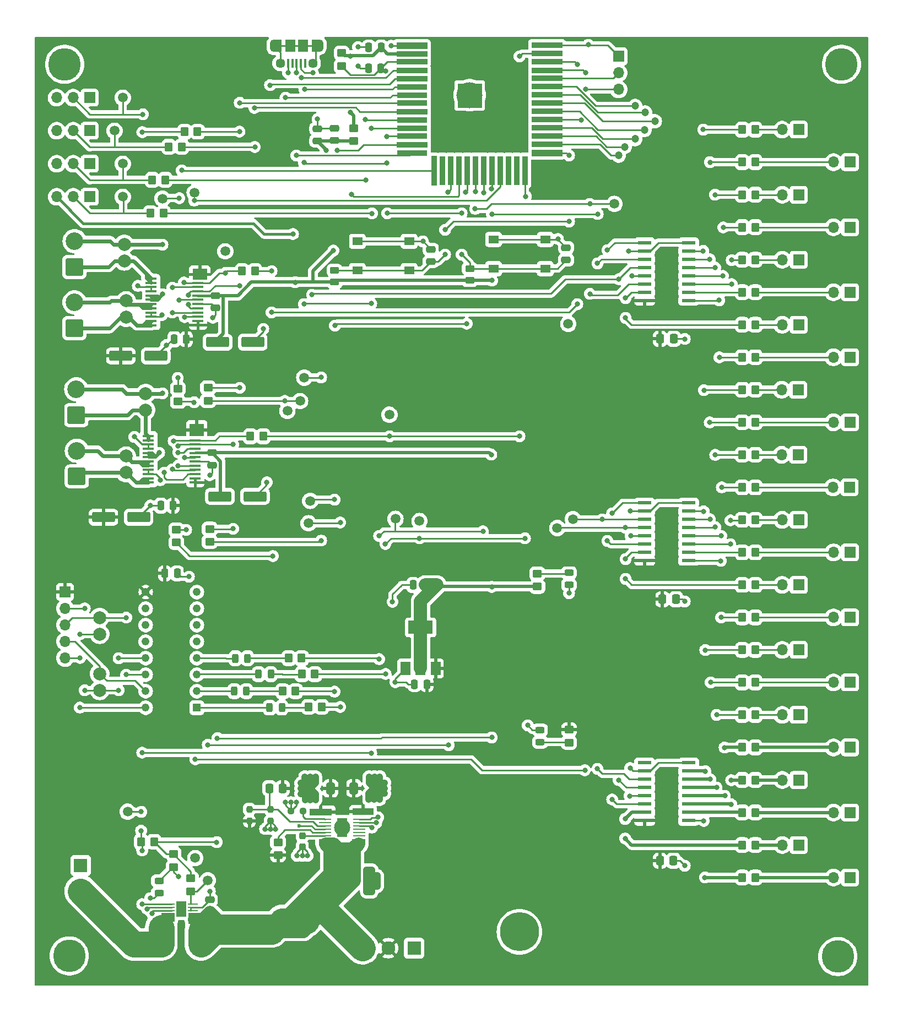
<source format=gbr>
%TF.GenerationSoftware,KiCad,Pcbnew,7.0.10*%
%TF.CreationDate,2024-03-06T16:20:46-05:00*%
%TF.ProjectId,477grp2_pcb,34373767-7270-4325-9f70-63622e6b6963,rev?*%
%TF.SameCoordinates,Original*%
%TF.FileFunction,Copper,L1,Top*%
%TF.FilePolarity,Positive*%
%FSLAX46Y46*%
G04 Gerber Fmt 4.6, Leading zero omitted, Abs format (unit mm)*
G04 Created by KiCad (PCBNEW 7.0.10) date 2024-03-06 16:20:46*
%MOMM*%
%LPD*%
G01*
G04 APERTURE LIST*
G04 Aperture macros list*
%AMRoundRect*
0 Rectangle with rounded corners*
0 $1 Rounding radius*
0 $2 $3 $4 $5 $6 $7 $8 $9 X,Y pos of 4 corners*
0 Add a 4 corners polygon primitive as box body*
4,1,4,$2,$3,$4,$5,$6,$7,$8,$9,$2,$3,0*
0 Add four circle primitives for the rounded corners*
1,1,$1+$1,$2,$3*
1,1,$1+$1,$4,$5*
1,1,$1+$1,$6,$7*
1,1,$1+$1,$8,$9*
0 Add four rect primitives between the rounded corners*
20,1,$1+$1,$2,$3,$4,$5,0*
20,1,$1+$1,$4,$5,$6,$7,0*
20,1,$1+$1,$6,$7,$8,$9,0*
20,1,$1+$1,$8,$9,$2,$3,0*%
G04 Aperture macros list end*
%TA.AperFunction,SMDPad,CuDef*%
%ADD10RoundRect,0.250000X0.337500X0.475000X-0.337500X0.475000X-0.337500X-0.475000X0.337500X-0.475000X0*%
%TD*%
%TA.AperFunction,SMDPad,CuDef*%
%ADD11R,0.400000X1.350000*%
%TD*%
%TA.AperFunction,ComponentPad*%
%ADD12O,1.200000X1.900000*%
%TD*%
%TA.AperFunction,SMDPad,CuDef*%
%ADD13R,1.200000X1.900000*%
%TD*%
%TA.AperFunction,ComponentPad*%
%ADD14C,1.450000*%
%TD*%
%TA.AperFunction,SMDPad,CuDef*%
%ADD15R,1.500000X1.900000*%
%TD*%
%TA.AperFunction,ComponentPad*%
%ADD16C,0.800000*%
%TD*%
%TA.AperFunction,ComponentPad*%
%ADD17C,5.000000*%
%TD*%
%TA.AperFunction,SMDPad,CuDef*%
%ADD18RoundRect,0.250000X-0.350000X-0.450000X0.350000X-0.450000X0.350000X0.450000X-0.350000X0.450000X0*%
%TD*%
%TA.AperFunction,ComponentPad*%
%ADD19R,1.219200X1.219200*%
%TD*%
%TA.AperFunction,ComponentPad*%
%ADD20C,1.219200*%
%TD*%
%TA.AperFunction,SMDPad,CuDef*%
%ADD21RoundRect,0.250000X0.475000X-0.250000X0.475000X0.250000X-0.475000X0.250000X-0.475000X-0.250000X0*%
%TD*%
%TA.AperFunction,SMDPad,CuDef*%
%ADD22RoundRect,0.243750X-0.243750X-0.456250X0.243750X-0.456250X0.243750X0.456250X-0.243750X0.456250X0*%
%TD*%
%TA.AperFunction,SMDPad,CuDef*%
%ADD23RoundRect,0.250000X-0.337500X-0.475000X0.337500X-0.475000X0.337500X0.475000X-0.337500X0.475000X0*%
%TD*%
%TA.AperFunction,SMDPad,CuDef*%
%ADD24RoundRect,0.250000X0.350000X0.450000X-0.350000X0.450000X-0.350000X-0.450000X0.350000X-0.450000X0*%
%TD*%
%TA.AperFunction,SMDPad,CuDef*%
%ADD25R,2.159000X0.558800*%
%TD*%
%TA.AperFunction,ComponentPad*%
%ADD26R,1.700000X1.700000*%
%TD*%
%TA.AperFunction,ComponentPad*%
%ADD27O,1.700000X1.700000*%
%TD*%
%TA.AperFunction,SMDPad,CuDef*%
%ADD28RoundRect,0.250000X-1.500000X-0.550000X1.500000X-0.550000X1.500000X0.550000X-1.500000X0.550000X0*%
%TD*%
%TA.AperFunction,SMDPad,CuDef*%
%ADD29RoundRect,0.250000X-0.250000X-0.475000X0.250000X-0.475000X0.250000X0.475000X-0.250000X0.475000X0*%
%TD*%
%TA.AperFunction,SMDPad,CuDef*%
%ADD30RoundRect,0.237500X-0.237500X0.250000X-0.237500X-0.250000X0.237500X-0.250000X0.237500X0.250000X0*%
%TD*%
%TA.AperFunction,ComponentPad*%
%ADD31C,2.000000*%
%TD*%
%TA.AperFunction,SMDPad,CuDef*%
%ADD32RoundRect,0.250000X0.412500X0.650000X-0.412500X0.650000X-0.412500X-0.650000X0.412500X-0.650000X0*%
%TD*%
%TA.AperFunction,SMDPad,CuDef*%
%ADD33RoundRect,0.249999X0.450001X1.425001X-0.450001X1.425001X-0.450001X-1.425001X0.450001X-1.425001X0*%
%TD*%
%TA.AperFunction,ComponentPad*%
%ADD34RoundRect,0.250001X1.099999X-1.099999X1.099999X1.099999X-1.099999X1.099999X-1.099999X-1.099999X0*%
%TD*%
%TA.AperFunction,ComponentPad*%
%ADD35C,2.700000*%
%TD*%
%TA.AperFunction,SMDPad,CuDef*%
%ADD36R,1.868014X1.707154*%
%TD*%
%TA.AperFunction,SMDPad,CuDef*%
%ADD37R,1.495000X0.280000*%
%TD*%
%TA.AperFunction,SMDPad,CuDef*%
%ADD38R,2.029212X1.332855*%
%TD*%
%TA.AperFunction,SMDPad,CuDef*%
%ADD39R,1.650000X2.380000*%
%TD*%
%TA.AperFunction,SMDPad,CuDef*%
%ADD40RoundRect,0.250000X0.450000X-0.350000X0.450000X0.350000X-0.450000X0.350000X-0.450000X-0.350000X0*%
%TD*%
%TA.AperFunction,SMDPad,CuDef*%
%ADD41R,1.500000X2.000000*%
%TD*%
%TA.AperFunction,SMDPad,CuDef*%
%ADD42R,3.800000X2.000000*%
%TD*%
%TA.AperFunction,SMDPad,CuDef*%
%ADD43R,1.550000X1.300000*%
%TD*%
%TA.AperFunction,SMDPad,CuDef*%
%ADD44R,4.746212X0.990990*%
%TD*%
%TA.AperFunction,SMDPad,CuDef*%
%ADD45R,4.736608X0.950274*%
%TD*%
%TA.AperFunction,SMDPad,CuDef*%
%ADD46R,4.718447X0.857962*%
%TD*%
%TA.AperFunction,SMDPad,CuDef*%
%ADD47R,4.709890X0.957090*%
%TD*%
%TA.AperFunction,SMDPad,CuDef*%
%ADD48R,4.721003X0.946486*%
%TD*%
%TA.AperFunction,SMDPad,CuDef*%
%ADD49R,4.694146X0.918986*%
%TD*%
%TA.AperFunction,SMDPad,CuDef*%
%ADD50R,4.686903X0.917910*%
%TD*%
%TA.AperFunction,SMDPad,CuDef*%
%ADD51R,4.692000X0.917165*%
%TD*%
%TA.AperFunction,SMDPad,CuDef*%
%ADD52R,4.718325X0.947593*%
%TD*%
%TA.AperFunction,SMDPad,CuDef*%
%ADD53R,4.673347X0.924210*%
%TD*%
%TA.AperFunction,SMDPad,CuDef*%
%ADD54R,4.655958X0.933320*%
%TD*%
%TA.AperFunction,SMDPad,CuDef*%
%ADD55R,4.697885X0.905576*%
%TD*%
%TA.AperFunction,SMDPad,CuDef*%
%ADD56R,4.732265X0.942006*%
%TD*%
%TA.AperFunction,SMDPad,CuDef*%
%ADD57R,4.686426X0.955516*%
%TD*%
%TA.AperFunction,SMDPad,CuDef*%
%ADD58R,0.883533X4.539403*%
%TD*%
%TA.AperFunction,SMDPad,CuDef*%
%ADD59R,0.886454X4.528385*%
%TD*%
%TA.AperFunction,SMDPad,CuDef*%
%ADD60R,0.900393X4.484313*%
%TD*%
%TA.AperFunction,SMDPad,CuDef*%
%ADD61R,0.881277X4.495331*%
%TD*%
%TA.AperFunction,SMDPad,CuDef*%
%ADD62R,0.895216X4.484313*%
%TD*%
%TA.AperFunction,SMDPad,CuDef*%
%ADD63R,0.909155X4.495331*%
%TD*%
%TA.AperFunction,SMDPad,CuDef*%
%ADD64R,0.936338X4.497776*%
%TD*%
%TA.AperFunction,SMDPad,CuDef*%
%ADD65R,0.894556X4.460296*%
%TD*%
%TA.AperFunction,SMDPad,CuDef*%
%ADD66R,0.877726X4.485282*%
%TD*%
%TA.AperFunction,SMDPad,CuDef*%
%ADD67R,0.860912X4.497776*%
%TD*%
%TA.AperFunction,SMDPad,CuDef*%
%ADD68R,0.881586X4.497776*%
%TD*%
%TA.AperFunction,SMDPad,CuDef*%
%ADD69R,0.902257X4.485282*%
%TD*%
%TA.AperFunction,SMDPad,CuDef*%
%ADD70R,4.704469X0.982261*%
%TD*%
%TA.AperFunction,SMDPad,CuDef*%
%ADD71R,4.713913X0.903635*%
%TD*%
%TA.AperFunction,SMDPad,CuDef*%
%ADD72R,4.731133X0.899371*%
%TD*%
%TA.AperFunction,SMDPad,CuDef*%
%ADD73R,4.731133X0.886497*%
%TD*%
%TA.AperFunction,SMDPad,CuDef*%
%ADD74R,4.739743X0.908063*%
%TD*%
%TA.AperFunction,SMDPad,CuDef*%
%ADD75R,4.738300X0.899395*%
%TD*%
%TA.AperFunction,SMDPad,CuDef*%
%ADD76R,4.738300X0.906077*%
%TD*%
%TA.AperFunction,SMDPad,CuDef*%
%ADD77R,4.755523X0.914370*%
%TD*%
%TA.AperFunction,SMDPad,CuDef*%
%ADD78R,4.764229X0.887200*%
%TD*%
%TA.AperFunction,SMDPad,CuDef*%
%ADD79R,4.755523X0.912266*%
%TD*%
%TA.AperFunction,SMDPad,CuDef*%
%ADD80R,4.765540X0.932098*%
%TD*%
%TA.AperFunction,SMDPad,CuDef*%
%ADD81R,4.765540X0.895188*%
%TD*%
%TA.AperFunction,SMDPad,CuDef*%
%ADD82R,4.765540X0.897888*%
%TD*%
%TA.AperFunction,SMDPad,CuDef*%
%ADD83R,4.764404X0.847973*%
%TD*%
%TA.AperFunction,SMDPad,CuDef*%
%ADD84R,3.699994X3.699994*%
%TD*%
%TA.AperFunction,SMDPad,CuDef*%
%ADD85RoundRect,0.250000X0.250000X0.475000X-0.250000X0.475000X-0.250000X-0.475000X0.250000X-0.475000X0*%
%TD*%
%TA.AperFunction,SMDPad,CuDef*%
%ADD86RoundRect,0.250000X-0.475000X0.250000X-0.475000X-0.250000X0.475000X-0.250000X0.475000X0.250000X0*%
%TD*%
%TA.AperFunction,SMDPad,CuDef*%
%ADD87RoundRect,0.250000X0.450000X-0.262500X0.450000X0.262500X-0.450000X0.262500X-0.450000X-0.262500X0*%
%TD*%
%TA.AperFunction,SMDPad,CuDef*%
%ADD88RoundRect,0.243750X0.456250X-0.243750X0.456250X0.243750X-0.456250X0.243750X-0.456250X-0.243750X0*%
%TD*%
%TA.AperFunction,ComponentPad*%
%ADD89R,2.128000X2.128000*%
%TD*%
%TA.AperFunction,ComponentPad*%
%ADD90C,2.128000*%
%TD*%
%TA.AperFunction,SMDPad,CuDef*%
%ADD91R,1.750000X0.450000*%
%TD*%
%TA.AperFunction,SMDPad,CuDef*%
%ADD92R,2.288312X1.738814*%
%TD*%
%TA.AperFunction,SMDPad,CuDef*%
%ADD93RoundRect,0.237500X-0.250000X-0.237500X0.250000X-0.237500X0.250000X0.237500X-0.250000X0.237500X0*%
%TD*%
%TA.AperFunction,SMDPad,CuDef*%
%ADD94RoundRect,0.250000X-0.450000X0.350000X-0.450000X-0.350000X0.450000X-0.350000X0.450000X0.350000X0*%
%TD*%
%TA.AperFunction,SMDPad,CuDef*%
%ADD95RoundRect,0.243750X-0.456250X0.243750X-0.456250X-0.243750X0.456250X-0.243750X0.456250X0.243750X0*%
%TD*%
%TA.AperFunction,SMDPad,CuDef*%
%ADD96RoundRect,0.237500X-0.237500X0.300000X-0.237500X-0.300000X0.237500X-0.300000X0.237500X0.300000X0*%
%TD*%
%TA.AperFunction,SMDPad,CuDef*%
%ADD97RoundRect,0.250000X-0.412500X-0.650000X0.412500X-0.650000X0.412500X0.650000X-0.412500X0.650000X0*%
%TD*%
%TA.AperFunction,SMDPad,CuDef*%
%ADD98R,3.466859X1.123853*%
%TD*%
%TA.AperFunction,SMDPad,CuDef*%
%ADD99R,1.899999X0.249990*%
%TD*%
%TA.AperFunction,SMDPad,CuDef*%
%ADD100R,1.899999X0.255000*%
%TD*%
%TA.AperFunction,SMDPad,CuDef*%
%ADD101R,1.899999X0.249988*%
%TD*%
%TA.AperFunction,SMDPad,CuDef*%
%ADD102R,1.899999X0.254999*%
%TD*%
%TA.AperFunction,SMDPad,CuDef*%
%ADD103R,1.899999X0.254998*%
%TD*%
%TA.AperFunction,SMDPad,CuDef*%
%ADD104R,1.899999X0.249998*%
%TD*%
%TA.AperFunction,SMDPad,CuDef*%
%ADD105R,2.071999X0.754998*%
%TD*%
%TA.AperFunction,SMDPad,CuDef*%
%ADD106R,2.061999X0.754998*%
%TD*%
%TA.AperFunction,SMDPad,CuDef*%
%ADD107R,1.899999X0.254996*%
%TD*%
%TA.AperFunction,SMDPad,CuDef*%
%ADD108R,1.899999X0.249992*%
%TD*%
%TA.AperFunction,SMDPad,CuDef*%
%ADD109R,3.213348X1.051401*%
%TD*%
%TA.AperFunction,SMDPad,CuDef*%
%ADD110R,1.599999X1.049998*%
%TD*%
%TA.AperFunction,SMDPad,CuDef*%
%ADD111R,1.599999X0.800001*%
%TD*%
%TA.AperFunction,SMDPad,CuDef*%
%ADD112R,1.599998X1.049998*%
%TD*%
%TA.AperFunction,SMDPad,CuDef*%
%ADD113RoundRect,0.237500X0.237500X-0.250000X0.237500X0.250000X-0.237500X0.250000X-0.237500X-0.250000X0*%
%TD*%
%TA.AperFunction,SMDPad,CuDef*%
%ADD114R,2.229258X1.987174*%
%TD*%
%TA.AperFunction,ViaPad*%
%ADD115C,0.800000*%
%TD*%
%TA.AperFunction,ViaPad*%
%ADD116C,4.000000*%
%TD*%
%TA.AperFunction,ViaPad*%
%ADD117C,6.000000*%
%TD*%
%TA.AperFunction,ViaPad*%
%ADD118C,0.600000*%
%TD*%
%TA.AperFunction,ViaPad*%
%ADD119C,2.500000*%
%TD*%
%TA.AperFunction,ViaPad*%
%ADD120C,1.500000*%
%TD*%
%TA.AperFunction,ViaPad*%
%ADD121C,1.200000*%
%TD*%
%TA.AperFunction,ViaPad*%
%ADD122C,1.600000*%
%TD*%
%TA.AperFunction,Conductor*%
%ADD123C,0.250000*%
%TD*%
%TA.AperFunction,Conductor*%
%ADD124C,2.000000*%
%TD*%
%TA.AperFunction,Conductor*%
%ADD125C,0.500000*%
%TD*%
%TA.AperFunction,Conductor*%
%ADD126C,0.400000*%
%TD*%
%TA.AperFunction,Conductor*%
%ADD127C,1.000000*%
%TD*%
%TA.AperFunction,Conductor*%
%ADD128C,4.000000*%
%TD*%
%TA.AperFunction,Conductor*%
%ADD129C,0.600000*%
%TD*%
G04 APERTURE END LIST*
D10*
%TO.P,Cff1,1*%
%TO.N,+5V*%
X65231794Y-148095550D03*
%TO.P,Cff1,2*%
%TO.N,Net-(U1-FB)*%
X63156794Y-148095550D03*
%TD*%
D11*
%TO.P,J1,1,VBUS*%
%TO.N,unconnected-(J1-VBUS-Pad1)*%
X68650000Y-36606190D03*
%TO.P,J1,2,D-*%
%TO.N,GPIO19*%
X68000000Y-36606190D03*
%TO.P,J1,3,D+*%
%TO.N,GPIO20*%
X67350000Y-36606190D03*
%TO.P,J1,4,ID*%
%TO.N,unconnected-(J1-ID-Pad4)*%
X66700000Y-36606190D03*
%TO.P,J1,5,GND*%
%TO.N,GND*%
X66050000Y-36606190D03*
D12*
%TO.P,J1,6,Shield*%
%TO.N,unconnected-(J1-Shield-Pad6)*%
X70850000Y-33906190D03*
D13*
X70250000Y-33906190D03*
D14*
X69850000Y-36606190D03*
D15*
X68350000Y-33906190D03*
X66350000Y-33906190D03*
D14*
X64850000Y-36606190D03*
D13*
X64450000Y-33906190D03*
D12*
X63850000Y-33906190D03*
%TD*%
D16*
%TO.P,H4,1*%
%TO.N,N/C*%
X33569175Y-36774175D03*
X33020000Y-38100000D03*
X33020000Y-35448350D03*
X31694175Y-38649175D03*
D17*
X31694175Y-36774175D03*
D16*
X31694175Y-34899175D03*
X30368350Y-38100000D03*
X30368350Y-35448350D03*
X29819175Y-36774175D03*
%TD*%
D18*
%TO.P,R50,1*%
%TO.N,Net-(U12-QF)*%
X135840901Y-96821145D03*
%TO.P,R50,2*%
%TO.N,Net-(D40-A)*%
X137840901Y-96821145D03*
%TD*%
D19*
%TO.P,U2,1,IN1*%
%TO.N,Net-(D18-K)*%
X52030197Y-135713480D03*
D20*
%TO.P,U2,2,IN2*%
%TO.N,Net-(D17-K)*%
X52030197Y-133173480D03*
%TO.P,U2,3,IN3*%
%TO.N,Net-(D16-K)*%
X52030197Y-130633480D03*
%TO.P,U2,4,IN4*%
%TO.N,Net-(D15-K)*%
X52030197Y-128093480D03*
%TO.P,U2,5,IN5*%
%TO.N,unconnected-(U2-IN5-Pad5)*%
X52030197Y-125553480D03*
%TO.P,U2,6,IN6*%
%TO.N,unconnected-(U2-IN6-Pad6)*%
X52030197Y-123013480D03*
%TO.P,U2,7,IN7*%
%TO.N,unconnected-(U2-IN7-Pad7)*%
X52030197Y-120473480D03*
%TO.P,U2,8,GND*%
%TO.N,GND*%
X52030197Y-117933480D03*
%TO.P,U2,9,COMMON_FREE_WHEELING_DIODES*%
%TO.N,+5V*%
X44160200Y-117933480D03*
%TO.P,U2,10,OUT7*%
%TO.N,unconnected-(U2-OUT7-Pad10)*%
X44160200Y-120473480D03*
%TO.P,U2,11,OUT6*%
%TO.N,unconnected-(U2-OUT6-Pad11)*%
X44160200Y-123013480D03*
%TO.P,U2,12,OUT5*%
%TO.N,unconnected-(U2-OUT5-Pad12)*%
X44160200Y-125553480D03*
%TO.P,U2,13,OUT4*%
%TO.N,Net-(D9-A1)*%
X44160200Y-128093480D03*
%TO.P,U2,14,OUT3*%
%TO.N,Net-(D10-A1)*%
X44160200Y-130633480D03*
%TO.P,U2,15,OUT2*%
%TO.N,Net-(D9-A2)*%
X44160200Y-133173480D03*
%TO.P,U2,16,OUT1*%
%TO.N,Net-(D10-A2)*%
X44160200Y-135713480D03*
%TD*%
D21*
%TO.P,C1,1*%
%TO.N,+3.3V*%
X70539234Y-48563416D03*
%TO.P,C1,2*%
%TO.N,GND*%
X70539234Y-46663416D03*
%TD*%
D16*
%TO.P,H2,1*%
%TO.N,N/C*%
X34290000Y-173878341D03*
X33740825Y-175204166D03*
X33740825Y-172552516D03*
X32415000Y-175753341D03*
D17*
X32415000Y-173878341D03*
D16*
X32415000Y-172003341D03*
X31089175Y-175204166D03*
X31089175Y-172552516D03*
X30540000Y-173878341D03*
%TD*%
D22*
%TO.P,D18,1,K*%
%TO.N,Net-(D18-K)*%
X63203192Y-135703277D03*
%TO.P,D18,2,A*%
%TO.N,Net-(D18-A)*%
X65078192Y-135703277D03*
%TD*%
D23*
%TO.P,C15,1*%
%TO.N,+5V*%
X123195681Y-159233624D03*
%TO.P,C15,2*%
%TO.N,GND*%
X125270681Y-159233624D03*
%TD*%
D22*
%TO.P,D15,1,K*%
%TO.N,Net-(D15-K)*%
X57930928Y-128109232D03*
%TO.P,D15,2,A*%
%TO.N,Net-(D15-A)*%
X59805928Y-128109232D03*
%TD*%
D24*
%TO.P,R20,1*%
%TO.N,SMD2*%
X67191637Y-133169948D03*
%TO.P,R20,2*%
%TO.N,Net-(D17-A)*%
X65191637Y-133169948D03*
%TD*%
D25*
%TO.P,U12,1,QB*%
%TO.N,Net-(U12-QB)*%
X127597301Y-113091145D03*
%TO.P,U12,2,QC*%
%TO.N,Net-(U12-QC)*%
X127597301Y-111821145D03*
%TO.P,U12,3,QD*%
%TO.N,Net-(U12-QD)*%
X127597301Y-110551145D03*
%TO.P,U12,4,QE*%
%TO.N,Net-(U12-QE)*%
X127597301Y-109281145D03*
%TO.P,U12,5,QF*%
%TO.N,Net-(U12-QF)*%
X127597301Y-108011145D03*
%TO.P,U12,6,QG*%
%TO.N,Net-(U12-QG)*%
X127597301Y-106741145D03*
%TO.P,U12,7,QH*%
%TO.N,Net-(U12-QH)*%
X127597301Y-105471145D03*
%TO.P,U12,8,GND*%
%TO.N,GND*%
X127597301Y-104201145D03*
%TO.P,U12,9,QH'*%
%TO.N,Net-(U12-QH')*%
X120840901Y-104201145D03*
%TO.P,U12,10,~{SRCLR}*%
%TO.N,GND*%
X120840901Y-105471145D03*
%TO.P,U12,11,SRCLK*%
%TO.N,CLK*%
X120840901Y-106741145D03*
%TO.P,U12,12,RCLK*%
%TO.N,LATCH*%
X120840901Y-108011145D03*
%TO.P,U12,13,~{OE}*%
%TO.N,GND*%
X120840901Y-109281145D03*
%TO.P,U12,14,SER*%
%TO.N,Net-(U11-QH')*%
X120840901Y-110551145D03*
%TO.P,U12,15,QA*%
%TO.N,Net-(U12-QA)*%
X120840901Y-111821145D03*
%TO.P,U12,16,VCC*%
%TO.N,+5V*%
X120840901Y-113091145D03*
%TD*%
D26*
%TO.P,D39,1,K*%
%TO.N,GND*%
X152333109Y-101827736D03*
D27*
%TO.P,D39,2,A*%
%TO.N,Net-(D39-A)*%
X149793109Y-101827736D03*
%TD*%
D28*
%TO.P,C18,1*%
%TO.N,+3.3V*%
X55560000Y-103221861D03*
%TO.P,C18,2*%
%TO.N,GND*%
X60960000Y-103221861D03*
%TD*%
D26*
%TO.P,D37,1,K*%
%TO.N,GND*%
X152400000Y-111821145D03*
D27*
%TO.P,D37,2,A*%
%TO.N,Net-(D37-A)*%
X149860000Y-111821145D03*
%TD*%
D29*
%TO.P,C8,1*%
%TO.N,+5V*%
X47091471Y-115051601D03*
%TO.P,C8,2*%
%TO.N,GND*%
X48991471Y-115051601D03*
%TD*%
D30*
%TO.P,Rfbb1,1*%
%TO.N,Net-(U1-FB)*%
X63340053Y-151327201D03*
%TO.P,Rfbb1,2*%
%TO.N,GND*%
X63340053Y-153152201D03*
%TD*%
D26*
%TO.P,D35,1,K*%
%TO.N,GND*%
X152400000Y-121821145D03*
D27*
%TO.P,D35,2,A*%
%TO.N,Net-(D35-A)*%
X149860000Y-121821145D03*
%TD*%
D31*
%TO.P,D10,1,A1*%
%TO.N,Net-(D10-A1)*%
X37083967Y-121854431D03*
%TO.P,D10,2,A2*%
%TO.N,Net-(D10-A2)*%
X37083967Y-124394431D03*
%TD*%
D32*
%TO.P,Cout2,1*%
%TO.N,+5V*%
X72568153Y-148123035D03*
%TO.P,Cout2,2*%
%TO.N,GND*%
X69443153Y-148123035D03*
%TD*%
D18*
%TO.P,R54,1*%
%TO.N,Net-(U13-QA)*%
X135840901Y-156821145D03*
%TO.P,R54,2*%
%TO.N,Net-(D44-A)*%
X137840901Y-156821145D03*
%TD*%
D26*
%TO.P,J4,1,Pin_1*%
%TO.N,GND*%
X35560000Y-52070000D03*
D27*
%TO.P,J4,2,Pin_2*%
%TO.N,Net-(J4-Pin_2)*%
X33020000Y-52070000D03*
%TO.P,J4,3,Pin_3*%
%TO.N,+3.3V*%
X30480000Y-52070000D03*
%TD*%
D26*
%TO.P,J6,1,Pin_1*%
%TO.N,GND*%
X35545000Y-41910000D03*
D27*
%TO.P,J6,2,Pin_2*%
%TO.N,Net-(J6-Pin_2)*%
X33005000Y-41910000D03*
%TO.P,J6,3,Pin_3*%
%TO.N,+3.3V*%
X30465000Y-41910000D03*
%TD*%
D33*
%TO.P,R9,1*%
%TO.N,Volt_Reg_In*%
X52644327Y-172107706D03*
%TO.P,R9,2*%
%TO.N,/18V_IN*%
X46544327Y-172107706D03*
%TD*%
D26*
%TO.P,D49,1,K*%
%TO.N,GND*%
X152400000Y-131821145D03*
D27*
%TO.P,D49,2,A*%
%TO.N,Net-(D49-A)*%
X149860000Y-131821145D03*
%TD*%
D26*
%TO.P,D29,1,K*%
%TO.N,GND*%
X152400000Y-71821145D03*
D27*
%TO.P,D29,2,A*%
%TO.N,Net-(D29-A)*%
X149860000Y-71821145D03*
%TD*%
D16*
%TO.P,H3,1*%
%TO.N,N/C*%
X152949175Y-36774175D03*
X152400000Y-38100000D03*
X152400000Y-35448350D03*
X151074175Y-38649175D03*
D17*
X151074175Y-36774175D03*
D16*
X151074175Y-34899175D03*
X149748350Y-38100000D03*
X149748350Y-35448350D03*
X149199175Y-36774175D03*
%TD*%
D34*
%TO.P,M2,1,+*%
%TO.N,Net-(D6-A2)*%
X33226635Y-67931330D03*
D35*
%TO.P,M2,2,-*%
%TO.N,Net-(D6-A1)*%
X33226635Y-63971330D03*
%TD*%
D18*
%TO.P,R37,1*%
%TO.N,Net-(U11-QB)*%
X135840901Y-81821145D03*
%TO.P,R37,2*%
%TO.N,Net-(D27-A)*%
X137840901Y-81821145D03*
%TD*%
D36*
%TO.P,U23,1,SENSE+*%
%TO.N,Volt_Reg_In*%
X51629380Y-168142462D03*
D37*
%TO.P,U23,2,GND*%
%TO.N,GND*%
X51442873Y-166928885D03*
%TO.P,U23,3,GND*%
X51442873Y-166428885D03*
%TO.P,U23,4,SCL*%
%TO.N,CC-2*%
X51442873Y-165928885D03*
%TO.P,U23,5,SDA*%
%TO.N,CC-1*%
X47857873Y-165928885D03*
%TO.P,U23,6,~{ALCC}*%
%TO.N,Net-(D14-K)*%
X47857873Y-166428885D03*
%TO.P,U23,7,GND*%
%TO.N,GND*%
X47857873Y-166928885D03*
D38*
%TO.P,U23,8,SENSE-*%
%TO.N,/18V_IN*%
X47590767Y-167955312D03*
D39*
%TO.P,U23,9,EXP*%
%TO.N,unconnected-(U23-EXP-Pad9)*%
X49650373Y-166678885D03*
%TD*%
D40*
%TO.P,R23,1*%
%TO.N,CC-2*%
X51095597Y-163970544D03*
%TO.P,R23,2*%
%TO.N,+3.3V*%
X51095597Y-161970544D03*
%TD*%
D24*
%TO.P,R22,1*%
%TO.N,SMD4*%
X68123671Y-128084027D03*
%TO.P,R22,2*%
%TO.N,Net-(D15-A)*%
X66123671Y-128084027D03*
%TD*%
D40*
%TO.P,R15,1*%
%TO.N,MD1-1*%
X48867813Y-110322213D03*
%TO.P,R15,2*%
%TO.N,Net-(U8-AIN1)*%
X48867813Y-108322213D03*
%TD*%
D26*
%TO.P,D42,1,K*%
%TO.N,GND*%
X144424501Y-86821145D03*
D27*
%TO.P,D42,2,A*%
%TO.N,Net-(D42-A)*%
X141884501Y-86821145D03*
%TD*%
D26*
%TO.P,D30,1,K*%
%TO.N,GND*%
X144516193Y-66821145D03*
D27*
%TO.P,D30,2,A*%
%TO.N,Net-(D30-A)*%
X141976193Y-66821145D03*
%TD*%
D26*
%TO.P,J5,1,Pin_1*%
%TO.N,GND*%
X35560000Y-57150000D03*
D27*
%TO.P,J5,2,Pin_2*%
%TO.N,Net-(J5-Pin_2)*%
X33020000Y-57150000D03*
%TO.P,J5,3,Pin_3*%
%TO.N,+3.3V*%
X30480000Y-57150000D03*
%TD*%
D31*
%TO.P,D9,1,A1*%
%TO.N,Net-(D9-A1)*%
X37083967Y-133034611D03*
%TO.P,D9,2,A2*%
%TO.N,Net-(D9-A2)*%
X37083967Y-130494611D03*
%TD*%
D25*
%TO.P,U13,1,QB*%
%TO.N,Net-(U13-QB)*%
X127597301Y-153071145D03*
%TO.P,U13,2,QC*%
%TO.N,Net-(U13-QC)*%
X127597301Y-151801145D03*
%TO.P,U13,3,QD*%
%TO.N,Net-(U13-QD)*%
X127597301Y-150531145D03*
%TO.P,U13,4,QE*%
%TO.N,Net-(U13-QE)*%
X127597301Y-149261145D03*
%TO.P,U13,5,QF*%
%TO.N,Net-(U13-QF)*%
X127597301Y-147991145D03*
%TO.P,U13,6,QG*%
%TO.N,Net-(U13-QG)*%
X127597301Y-146721145D03*
%TO.P,U13,7,QH*%
%TO.N,Net-(U13-QH)*%
X127597301Y-145451145D03*
%TO.P,U13,8,GND*%
%TO.N,GND*%
X127597301Y-144181145D03*
%TO.P,U13,9,QH'*%
%TO.N,unconnected-(U13-QH'-Pad9)*%
X120840901Y-144181145D03*
%TO.P,U13,10,~{SRCLR}*%
%TO.N,GND*%
X120840901Y-145451145D03*
%TO.P,U13,11,SRCLK*%
%TO.N,CLK*%
X120840901Y-146721145D03*
%TO.P,U13,12,RCLK*%
%TO.N,LATCH*%
X120840901Y-147991145D03*
%TO.P,U13,13,~{OE}*%
%TO.N,GND*%
X120840901Y-149261145D03*
%TO.P,U13,14,SER*%
%TO.N,Net-(U12-QH')*%
X120840901Y-150531145D03*
%TO.P,U13,15,QA*%
%TO.N,Net-(U13-QA)*%
X120840901Y-151801145D03*
%TO.P,U13,16,VCC*%
%TO.N,+5V*%
X120840901Y-153071145D03*
%TD*%
D26*
%TO.P,D43,1,K*%
%TO.N,GND*%
X152400000Y-161821145D03*
D27*
%TO.P,D43,2,A*%
%TO.N,Net-(D43-A)*%
X149860000Y-161821145D03*
%TD*%
D26*
%TO.P,D46,1,K*%
%TO.N,GND*%
X144516193Y-146821145D03*
D27*
%TO.P,D46,2,A*%
%TO.N,Net-(D46-A)*%
X141976193Y-146821145D03*
%TD*%
D24*
%TO.P,R21,1*%
%TO.N,SMD3*%
X70155956Y-130555396D03*
%TO.P,R21,2*%
%TO.N,Net-(D16-A)*%
X68155956Y-130555396D03*
%TD*%
D18*
%TO.P,R45,1*%
%TO.N,Net-(U12-QB)*%
X135840901Y-121821145D03*
%TO.P,R45,2*%
%TO.N,Net-(D35-A)*%
X137840901Y-121821145D03*
%TD*%
D24*
%TO.P,R11,1*%
%TO.N,MD2*%
X60960000Y-68580000D03*
%TO.P,R11,2*%
%TO.N,Net-(U10-PWMA)*%
X58960000Y-68580000D03*
%TD*%
D26*
%TO.P,D31,1,K*%
%TO.N,GND*%
X152400000Y-61821145D03*
D27*
%TO.P,D31,2,A*%
%TO.N,Net-(D31-A)*%
X149860000Y-61821145D03*
%TD*%
D31*
%TO.P,D5,1,A1*%
%TO.N,Net-(D5-A1)*%
X41148000Y-73152000D03*
%TO.P,D5,2,A2*%
%TO.N,Net-(D5-A2)*%
X41148000Y-75692000D03*
%TD*%
D41*
%TO.P,U6,1,GND*%
%TO.N,GND*%
X84104799Y-129661735D03*
%TO.P,U6,2,VO*%
%TO.N,+3.3V*%
X86404799Y-129661735D03*
D42*
X86404799Y-123361735D03*
D41*
%TO.P,U6,3,VI*%
%TO.N,+5V*%
X88704799Y-129661735D03*
%TD*%
D43*
%TO.P,SW1,1,A*%
%TO.N,GPIO0*%
X84641499Y-68494601D03*
X76691499Y-68494601D03*
%TO.P,SW1,2,B*%
%TO.N,GND*%
X84641499Y-63994601D03*
X76691499Y-63994601D03*
%TD*%
D28*
%TO.P,C13,1*%
%TO.N,+5V*%
X40320000Y-81612317D03*
%TO.P,C13,2*%
%TO.N,GND*%
X45720000Y-81612317D03*
%TD*%
D18*
%TO.P,R39,1*%
%TO.N,Net-(U11-QC)*%
X135840901Y-71821145D03*
%TO.P,R39,2*%
%TO.N,Net-(D29-A)*%
X137840901Y-71821145D03*
%TD*%
D26*
%TO.P,D33,1,K*%
%TO.N,GND*%
X152400000Y-51821145D03*
D27*
%TO.P,D33,2,A*%
%TO.N,Net-(D33-A)*%
X149860000Y-51821145D03*
%TD*%
D21*
%TO.P,C10,1*%
%TO.N,GPIO0*%
X87967156Y-67111247D03*
%TO.P,C10,2*%
%TO.N,GND*%
X87967156Y-65211247D03*
%TD*%
D44*
%TO.P,U3,1,GND*%
%TO.N,GND*%
X85082499Y-33909134D03*
D45*
%TO.P,U3,2,3V3*%
%TO.N,/ESP_3V3*%
X85087301Y-35158779D03*
D46*
%TO.P,U3,3,EN*%
%TO.N,CHIP_PU*%
X85096382Y-36382622D03*
D47*
%TO.P,U3,4,GPIO4/TOUCH4/ADC1_CH3*%
%TO.N,LATCH*%
X85100660Y-37702198D03*
D48*
%TO.P,U3,5,GPIO5/TOUCH5/ADC1_CH4*%
%TO.N,MD1-1*%
X85095104Y-38966909D03*
D49*
%TO.P,U3,6,GPIO6/TOUCH6/ADC1_CH5*%
%TO.N,MD1-2*%
X85108532Y-40223133D03*
D50*
%TO.P,U3,7,GPIO7/TOUCH7/ADC1_CH6*%
%TO.N,MD2-1*%
X85112154Y-41492595D03*
D51*
%TO.P,U3,8,GPIO15/U0RTS/ADC2_CH4/XTAL_32K_P*%
%TO.N,PIR3*%
X85109605Y-42762220D03*
D52*
%TO.P,U3,9,GPIO16/U0CTS/ADC2_CH5/XTAL_32K_N*%
%TO.N,PIR4*%
X85096443Y-44047434D03*
D53*
%TO.P,U3,10,GPIO17/U1TXD/ADC2_CH6*%
%TO.N,PIR1*%
X85118932Y-45305743D03*
D54*
%TO.P,U3,11,GPIO18/U1RXD/ADC2_CH7/CLK_OUT3*%
%TO.N,PIR2*%
X85127626Y-46580298D03*
D55*
%TO.P,U3,12,GPIO8/TOUCH8/ADC1_CH7/SUBSPICS1*%
%TO.N,CC-1*%
X85106663Y-47836426D03*
D56*
%TO.P,U3,13,GPIO19/U1RTS/ADC2_CH8/CLK_OUT2/USB_D-*%
%TO.N,GPIO19*%
X85089473Y-49124641D03*
D57*
%TO.P,U3,14,GPIO20/U1CTS/ADC2_CH9/CLK_OUT1/USB_D+*%
%TO.N,GPIO20*%
X85112392Y-50401396D03*
D58*
%TO.P,U3,15,GPIO3/TOUCH3/ADC1_CH2*%
%TO.N,STBY*%
X88478839Y-53143339D03*
D59*
%TO.P,U3,16,GPIO46*%
%TO.N,unconnected-(U3-GPIO46-Pad16)*%
X89747378Y-53137830D03*
D60*
%TO.P,U3,17,GPIO9/TOUCH9/ADC1_CH8/FSPIHD/SUBSPIHD*%
%TO.N,CC-2*%
X91010409Y-53115794D03*
D61*
%TO.P,U3,18,GPIO10/TOUCH10/ADC1_CH9/FSPICS0/FSPIIO4/SUBSPICS0*%
%TO.N,SMD1*%
X92289967Y-53121303D03*
D62*
%TO.P,U3,19,GPIO11/TOUCH11/ADC2_CH0/FSPID/FSPIIO5/SUBSPID*%
%TO.N,SMD2*%
X93552997Y-53115794D03*
D63*
%TO.P,U3,20,GPIO12/TOUCH12/ADC2_CH1/FSPICLK/FSPIIO6/SUBSPICLK*%
%TO.N,SER*%
X94816028Y-53121303D03*
D64*
%TO.P,U3,21,GPIO13/TOUCH13/ADC2_CH2/FSPIQ/FSPIIO7/SUBSPIQ*%
%TO.N,SMD4*%
X96072403Y-53122526D03*
D65*
%TO.P,U3,22,GPIO14/TOUCH14/ADC2_CH3/FSPIWP/FSPIDQS/SUBSPIWP*%
%TO.N,CLK*%
X97363314Y-53103786D03*
D66*
%TO.P,U3,23,GPIO21*%
%TO.N,MD2-2*%
X98641713Y-53116279D03*
D67*
%TO.P,U3,24,GPIO47/SPICLK_P/SUBSPICLK_P_DIFF*%
%TO.N,unconnected-(U3-GPIO47{slash}SPICLK_P{slash}SUBSPICLK_P_DIFF-Pad24)*%
X99920121Y-53122526D03*
D68*
%TO.P,U3,25,GPIO48/SPICLK_N/SUBSPICLK_N_DIFF*%
%TO.N,unconnected-(U3-GPIO48{slash}SPICLK_N{slash}SUBSPICLK_N_DIFF-Pad25)*%
X101179793Y-53122526D03*
D69*
%TO.P,U3,26,GPIO45*%
%TO.N,SMD3*%
X102439463Y-53116279D03*
D70*
%TO.P,U3,27,GPIO0/BOOT*%
%TO.N,GPIO0*%
X105807839Y-50414768D03*
D71*
%TO.P,U3,28,SPIIO6/GPIO35/FSPID/SUBSPID*%
%TO.N,unconnected-(U3-SPIIO6{slash}GPIO35{slash}FSPID{slash}SUBSPID-Pad28)*%
X105812561Y-49105455D03*
D72*
%TO.P,U3,29,SPIIO7/GPIO36/FSPICLK/SUBSPICLK*%
%TO.N,unconnected-(U3-SPIIO7{slash}GPIO36{slash}FSPICLK{slash}SUBSPICLK-Pad29)*%
X105821171Y-47833323D03*
D73*
%TO.P,U3,30,SPIDQS/GPIO37/FSPIQ/SUBSPIQ*%
%TO.N,unconnected-(U3-SPIDQS{slash}GPIO37{slash}FSPIQ{slash}SUBSPIQ-Pad30)*%
X105821171Y-46556886D03*
D74*
%TO.P,U3,31,GPIO38/FSPIWP/SUBSPIWP*%
%TO.N,CC-3*%
X105825476Y-45297669D03*
D75*
%TO.P,U3,32,MTCK/GPIO39/CLK_OUT3/SUBSPICS1*%
%TO.N,unconnected-(U3-MTCK{slash}GPIO39{slash}CLK_OUT3{slash}SUBSPICS1-Pad32)*%
X105824755Y-44023335D03*
D76*
%TO.P,U3,33,MTDO/GPIO40/CLK_OUT2*%
%TO.N,unconnected-(U3-MTDO{slash}GPIO40{slash}CLK_OUT2-Pad33)*%
X105824755Y-42756676D03*
D77*
%TO.P,U3,34,MTDI/GPIO41/CLK_OUT1*%
%TO.N,unconnected-(U3-MTDI{slash}GPIO41{slash}CLK_OUT1-Pad34)*%
X105833366Y-41490832D03*
D78*
%TO.P,U3,35,MTMS/GPIO42*%
%TO.N,unconnected-(U3-MTMS{slash}GPIO42-Pad35)*%
X105837719Y-40207244D03*
D79*
%TO.P,U3,36,U0RXD/GPIO44/CLK_OUT2*%
%TO.N,RXD*%
X105833366Y-38949774D03*
D80*
%TO.P,U3,37,U0TXD/GPIO43/CLK_OUT1*%
%TO.N,TXD*%
X105838375Y-37689690D03*
D81*
%TO.P,U3,38,GPIO2/TOUCH2/ADC1_CH1*%
%TO.N,MD2*%
X105838375Y-36401246D03*
D82*
%TO.P,U3,39,GPIO1/TOUCH1/ADC1_CH0*%
%TO.N,MD1*%
X105838375Y-35132600D03*
D83*
%TO.P,U3,40,GND*%
%TO.N,GND*%
X105837807Y-33837663D03*
D84*
%TO.P,U3,41,GND*%
X93955608Y-41583641D03*
%TD*%
D40*
%TO.P,R18,1*%
%TO.N,MD2-2*%
X49113414Y-88637822D03*
%TO.P,R18,2*%
%TO.N,Net-(U10-AIN2)*%
X49113414Y-86637822D03*
%TD*%
D18*
%TO.P,R58,1*%
%TO.N,Net-(U13-QF)*%
X135840901Y-136821145D03*
%TO.P,R58,2*%
%TO.N,Net-(D48-A)*%
X137840901Y-136821145D03*
%TD*%
D85*
%TO.P,C5,1*%
%TO.N,+3.3V*%
X87150000Y-116840000D03*
%TO.P,C5,2*%
%TO.N,GND*%
X85250000Y-116840000D03*
%TD*%
D26*
%TO.P,D41,1,K*%
%TO.N,GND*%
X152400000Y-91821145D03*
D27*
%TO.P,D41,2,A*%
%TO.N,Net-(D41-A)*%
X149860000Y-91821145D03*
%TD*%
D40*
%TO.P,R16,1*%
%TO.N,MD1-2*%
X53994555Y-110214103D03*
%TO.P,R16,2*%
%TO.N,Net-(U8-AIN2)*%
X53994555Y-108214103D03*
%TD*%
D86*
%TO.P,C19,1*%
%TO.N,+3.3V*%
X54328869Y-96516387D03*
%TO.P,C19,2*%
%TO.N,GND*%
X54328869Y-98416387D03*
%TD*%
D26*
%TO.P,D45,1,K*%
%TO.N,GND*%
X152400000Y-151821145D03*
D27*
%TO.P,D45,2,A*%
%TO.N,Net-(D45-A)*%
X149860000Y-151821145D03*
%TD*%
D87*
%TO.P,R3,1*%
%TO.N,+3.3V*%
X73186614Y-70273423D03*
%TO.P,R3,2*%
%TO.N,GPIO0*%
X73186614Y-68448423D03*
%TD*%
D18*
%TO.P,R24,1*%
%TO.N,CC-1*%
X43448573Y-156332334D03*
%TO.P,R24,2*%
%TO.N,+3.3V*%
X45448573Y-156332334D03*
%TD*%
D88*
%TO.P,D3,1,K*%
%TO.N,GND*%
X109220000Y-116840000D03*
%TO.P,D3,2,A*%
%TO.N,Net-(D3-A)*%
X109220000Y-114965000D03*
%TD*%
D21*
%TO.P,C7,1*%
%TO.N,CHIP_PU*%
X108765417Y-66859091D03*
%TO.P,C7,2*%
%TO.N,GND*%
X108765417Y-64959091D03*
%TD*%
D40*
%TO.P,Rpg1,1*%
%TO.N,+5V*%
X64497448Y-158398908D03*
%TO.P,Rpg1,2*%
%TO.N,Net-(U1-PG)*%
X64497448Y-156398908D03*
%TD*%
D89*
%TO.P,J9,1,1*%
%TO.N,GND*%
X34170272Y-159978680D03*
D90*
%TO.P,J9,2,2*%
%TO.N,/18V_IN*%
X34170272Y-163938680D03*
%TD*%
D16*
%TO.P,H1,1*%
%TO.N,N/C*%
X152400000Y-173990000D03*
X151850825Y-175315825D03*
X151850825Y-172664175D03*
X150525000Y-175865000D03*
D17*
X150525000Y-173990000D03*
D16*
X150525000Y-172115000D03*
X149199175Y-175315825D03*
X149199175Y-172664175D03*
X148650000Y-173990000D03*
%TD*%
D86*
%TO.P,C6,1*%
%TO.N,GND*%
X54016772Y-165265413D03*
%TO.P,C6,2*%
%TO.N,Volt_Reg_In*%
X54016772Y-167165413D03*
%TD*%
D18*
%TO.P,R44,1*%
%TO.N,Net-(U11-QH)*%
X135840901Y-46821145D03*
%TO.P,R44,2*%
%TO.N,Net-(D34-A)*%
X137840901Y-46821145D03*
%TD*%
%TO.P,R59,1*%
%TO.N,Net-(U13-QG)*%
X135840901Y-131821145D03*
%TO.P,R59,2*%
%TO.N,Net-(D49-A)*%
X137840901Y-131821145D03*
%TD*%
%TO.P,R53,1*%
%TO.N,Net-(U13-QB)*%
X135840901Y-161821145D03*
%TO.P,R53,2*%
%TO.N,Net-(D43-A)*%
X137840901Y-161821145D03*
%TD*%
D21*
%TO.P,C2,1*%
%TO.N,+3.3V*%
X73179670Y-48511302D03*
%TO.P,C2,2*%
%TO.N,GND*%
X73179670Y-46611302D03*
%TD*%
D23*
%TO.P,C9,1*%
%TO.N,+5V*%
X123214665Y-78971032D03*
%TO.P,C9,2*%
%TO.N,GND*%
X125289665Y-78971032D03*
%TD*%
D40*
%TO.P,R25,1*%
%TO.N,CC-3*%
X48455987Y-160242442D03*
%TO.P,R25,2*%
%TO.N,+3.3V*%
X48455987Y-158242442D03*
%TD*%
D85*
%TO.P,C14,1*%
%TO.N,CHIP_PU*%
X80314306Y-37346009D03*
%TO.P,C14,2*%
%TO.N,GND*%
X78414306Y-37346009D03*
%TD*%
D26*
%TO.P,D38,1,K*%
%TO.N,GND*%
X144502713Y-106821145D03*
D27*
%TO.P,D38,2,A*%
%TO.N,Net-(D38-A)*%
X141962713Y-106821145D03*
%TD*%
D86*
%TO.P,C24,1*%
%TO.N,+3.3V*%
X54883303Y-72330969D03*
%TO.P,C24,2*%
%TO.N,GND*%
X54883303Y-74230969D03*
%TD*%
D91*
%TO.P,U10,1,AO1*%
%TO.N,Net-(D6-A2)*%
X45004138Y-69737879D03*
%TO.P,U10,2,AO1*%
X45004138Y-70387879D03*
%TO.P,U10,3,PGND1*%
%TO.N,GND*%
X45004138Y-71037879D03*
%TO.P,U10,4,PGND1*%
X45004138Y-71687879D03*
%TO.P,U10,5,AO2*%
%TO.N,Net-(D6-A1)*%
X45004138Y-72337879D03*
%TO.P,U10,6,AO2*%
X45004138Y-72987879D03*
%TO.P,U10,7,BO2*%
%TO.N,Net-(D5-A1)*%
X45004138Y-73637879D03*
%TO.P,U10,8,BO2*%
X45004138Y-74287879D03*
%TO.P,U10,9,PGND2*%
%TO.N,GND*%
X45004138Y-74937879D03*
%TO.P,U10,10,PGND2*%
X45004138Y-75587879D03*
%TO.P,U10,11,BO1*%
%TO.N,Net-(D5-A2)*%
X45004138Y-76237879D03*
%TO.P,U10,12,BO1*%
X45004138Y-76887879D03*
%TO.P,U10,13,VM2*%
%TO.N,+5V*%
X52204138Y-76887879D03*
%TO.P,U10,14,VM3*%
X52204138Y-76237879D03*
%TO.P,U10,15,PWMB*%
%TO.N,Net-(U10-PWMA)*%
X52204138Y-75587879D03*
%TO.P,U10,16,BIN2*%
%TO.N,Net-(U10-AIN2)*%
X52204138Y-74937879D03*
%TO.P,U10,17,BIN1*%
%TO.N,Net-(U10-AIN1)*%
X52204138Y-74287879D03*
%TO.P,U10,18,GND*%
%TO.N,GND*%
X52204138Y-73637879D03*
%TO.P,U10,19,STBY*%
%TO.N,STBY*%
X52204138Y-72987879D03*
%TO.P,U10,20,VCC*%
%TO.N,+3.3V*%
X52204138Y-72337879D03*
%TO.P,U10,21,AIN1*%
%TO.N,Net-(U10-AIN1)*%
X52204138Y-71687879D03*
%TO.P,U10,22,AIN2*%
%TO.N,Net-(U10-AIN2)*%
X52204138Y-71037879D03*
%TO.P,U10,23,PWMA*%
%TO.N,Net-(U10-PWMA)*%
X52204138Y-70387879D03*
D92*
%TO.P,U10,24,VM1*%
%TO.N,+5V*%
X52473294Y-69093472D03*
%TD*%
D26*
%TO.P,D48,1,K*%
%TO.N,GND*%
X144516193Y-136821145D03*
D27*
%TO.P,D48,2,A*%
%TO.N,Net-(D48-A)*%
X141976193Y-136821145D03*
%TD*%
D18*
%TO.P,R49,1*%
%TO.N,Net-(U12-QE)*%
X135840901Y-101821145D03*
%TO.P,R49,2*%
%TO.N,Net-(D39-A)*%
X137840901Y-101821145D03*
%TD*%
D43*
%TO.P,SW2,1,A*%
%TO.N,CHIP_PU*%
X105575692Y-68202711D03*
X97625692Y-68202711D03*
%TO.P,SW2,2,B*%
%TO.N,GND*%
X105575692Y-63702711D03*
X97625692Y-63702711D03*
%TD*%
D85*
%TO.P,C3,1*%
%TO.N,/ESP_3V3*%
X80351730Y-34198111D03*
%TO.P,C3,2*%
%TO.N,GND*%
X78451730Y-34198111D03*
%TD*%
D18*
%TO.P,R43,1*%
%TO.N,Net-(U11-QG)*%
X135840901Y-51821145D03*
%TO.P,R43,2*%
%TO.N,Net-(D33-A)*%
X137840901Y-51821145D03*
%TD*%
D85*
%TO.P,C20,1*%
%TO.N,+5V*%
X48377173Y-104628539D03*
%TO.P,C20,2*%
%TO.N,GND*%
X46477173Y-104628539D03*
%TD*%
D18*
%TO.P,R41,1*%
%TO.N,Net-(U11-QE)*%
X135840901Y-61821145D03*
%TO.P,R41,2*%
%TO.N,Net-(D31-A)*%
X137840901Y-61821145D03*
%TD*%
D34*
%TO.P,M12,1,+*%
%TO.N,Net-(D8-A2)*%
X33494750Y-90718578D03*
D35*
%TO.P,M12,2,-*%
%TO.N,Net-(D8-A1)*%
X33494750Y-86758578D03*
%TD*%
D18*
%TO.P,R42,1*%
%TO.N,Net-(U11-QF)*%
X135840901Y-56821145D03*
%TO.P,R42,2*%
%TO.N,Net-(D32-A)*%
X137840901Y-56821145D03*
%TD*%
D26*
%TO.P,D34,1,K*%
%TO.N,GND*%
X144498120Y-46821145D03*
D27*
%TO.P,D34,2,A*%
%TO.N,Net-(D34-A)*%
X141958120Y-46821145D03*
%TD*%
D24*
%TO.P,R19,1*%
%TO.N,SMD1*%
X71201036Y-135594908D03*
%TO.P,R19,2*%
%TO.N,Net-(D18-A)*%
X69201036Y-135594908D03*
%TD*%
D31*
%TO.P,D8,1,A1*%
%TO.N,Net-(D8-A1)*%
X44151554Y-87382399D03*
%TO.P,D8,2,A2*%
%TO.N,Net-(D8-A2)*%
X44151554Y-89922399D03*
%TD*%
D18*
%TO.P,R55,1*%
%TO.N,Net-(U13-QC)*%
X135840901Y-151821145D03*
%TO.P,R55,2*%
%TO.N,Net-(D45-A)*%
X137840901Y-151821145D03*
%TD*%
%TO.P,R47,1*%
%TO.N,Net-(U12-QC)*%
X135840901Y-111821145D03*
%TO.P,R47,2*%
%TO.N,Net-(D37-A)*%
X137840901Y-111821145D03*
%TD*%
D26*
%TO.P,D28,1,K*%
%TO.N,GND*%
X144516193Y-76821145D03*
D27*
%TO.P,D28,2,A*%
%TO.N,Net-(D28-A)*%
X141976193Y-76821145D03*
%TD*%
D18*
%TO.P,R40,1*%
%TO.N,Net-(U11-QD)*%
X135840901Y-66821145D03*
%TO.P,R40,2*%
%TO.N,Net-(D30-A)*%
X137840901Y-66821145D03*
%TD*%
D89*
%TO.P,J10,1,1*%
%TO.N,GND*%
X85400295Y-172683852D03*
D90*
%TO.P,J10,2,2*%
%TO.N,+5V*%
X81440295Y-172683852D03*
%TO.P,J10,3,3*%
%TO.N,Volt_Reg_In*%
X77480295Y-172683852D03*
%TD*%
D18*
%TO.P,R6,1*%
%TO.N,Net-(J5-Pin_2)*%
X44883902Y-59680813D03*
%TO.P,R6,2*%
%TO.N,PIR2*%
X46883902Y-59680813D03*
%TD*%
D93*
%TO.P,Rmode1,1*%
%TO.N,GND*%
X66478316Y-151560151D03*
%TO.P,Rmode1,2*%
%TO.N,Net-(U1-MODE)*%
X68303316Y-151560151D03*
%TD*%
D24*
%TO.P,R10,1*%
%TO.N,MD1*%
X62230000Y-93980000D03*
%TO.P,R10,2*%
%TO.N,Net-(U8-PWMA)*%
X60230000Y-93980000D03*
%TD*%
D26*
%TO.P,J7,1,Pin_1*%
%TO.N,GND*%
X35560000Y-46990000D03*
D27*
%TO.P,J7,2,Pin_2*%
%TO.N,Net-(J7-Pin_2)*%
X33020000Y-46990000D03*
%TO.P,J7,3,Pin_3*%
%TO.N,+3.3V*%
X30480000Y-46990000D03*
%TD*%
D18*
%TO.P,R46,1*%
%TO.N,Net-(U12-QA)*%
X135840901Y-116821145D03*
%TO.P,R46,2*%
%TO.N,Net-(D36-A)*%
X137840901Y-116821145D03*
%TD*%
%TO.P,R51,1*%
%TO.N,Net-(U12-QG)*%
X135840901Y-91821145D03*
%TO.P,R51,2*%
%TO.N,Net-(D41-A)*%
X137840901Y-91821145D03*
%TD*%
D40*
%TO.P,R17,1*%
%TO.N,MD2-1*%
X53742908Y-88524064D03*
%TO.P,R17,2*%
%TO.N,Net-(U10-AIN1)*%
X53742908Y-86524064D03*
%TD*%
D85*
%TO.P,C12,1*%
%TO.N,+5V*%
X50426284Y-79048129D03*
%TO.P,C12,2*%
%TO.N,GND*%
X48526284Y-79048129D03*
%TD*%
%TO.P,C4,1*%
%TO.N,+5V*%
X87369064Y-132099243D03*
%TO.P,C4,2*%
%TO.N,GND*%
X85469064Y-132099243D03*
%TD*%
D94*
%TO.P,R2,1*%
%TO.N,/ESP_3V3*%
X74290232Y-35051142D03*
%TO.P,R2,2*%
%TO.N,CHIP_PU*%
X74290232Y-37051142D03*
%TD*%
D18*
%TO.P,R57,1*%
%TO.N,Net-(U13-QE)*%
X135840901Y-141821145D03*
%TO.P,R57,2*%
%TO.N,Net-(D47-A)*%
X137840901Y-141821145D03*
%TD*%
D31*
%TO.P,D7,1,A1*%
%TO.N,Net-(D7-A1)*%
X41148000Y-97028000D03*
%TO.P,D7,2,A2*%
%TO.N,Net-(D7-A2)*%
X41148000Y-99568000D03*
%TD*%
D26*
%TO.P,D44,1,K*%
%TO.N,GND*%
X144516193Y-156821145D03*
D27*
%TO.P,D44,2,A*%
%TO.N,Net-(D44-A)*%
X141976193Y-156821145D03*
%TD*%
D34*
%TO.P,M1,1,+*%
%TO.N,Net-(D7-A2)*%
X33572928Y-100152078D03*
D35*
%TO.P,M1,2,-*%
%TO.N,Net-(D7-A1)*%
X33572928Y-96192078D03*
%TD*%
D22*
%TO.P,D16,1,K*%
%TO.N,Net-(D16-K)*%
X61510078Y-130554144D03*
%TO.P,D16,2,A*%
%TO.N,Net-(D16-A)*%
X63385078Y-130554144D03*
%TD*%
D40*
%TO.P,R1,1*%
%TO.N,+3.3V*%
X76150162Y-48596045D03*
%TO.P,R1,2*%
%TO.N,/ESP_3V3*%
X76150162Y-46596045D03*
%TD*%
D95*
%TO.P,D4,1,K*%
%TO.N,GND*%
X104758910Y-139135020D03*
%TO.P,D4,2,A*%
%TO.N,Net-(D4-A)*%
X104758910Y-141010020D03*
%TD*%
D28*
%TO.P,C25,1*%
%TO.N,+3.3V*%
X55211400Y-79506116D03*
%TO.P,C25,2*%
%TO.N,GND*%
X60611400Y-79506116D03*
%TD*%
D18*
%TO.P,R48,1*%
%TO.N,Net-(U12-QD)*%
X135840901Y-106821145D03*
%TO.P,R48,2*%
%TO.N,Net-(D38-A)*%
X137840901Y-106821145D03*
%TD*%
D96*
%TO.P,Css1,1*%
%TO.N,Net-(U1-SS)*%
X68235161Y-155384756D03*
%TO.P,Css1,2*%
%TO.N,GND*%
X68235161Y-157109756D03*
%TD*%
D34*
%TO.P,M3,1,+*%
%TO.N,Net-(D5-A2)*%
X33217507Y-77353258D03*
D35*
%TO.P,M3,2,-*%
%TO.N,Net-(D5-A1)*%
X33217507Y-73393258D03*
%TD*%
D29*
%TO.P,Cin1,1*%
%TO.N,Volt_Reg_In*%
X76207754Y-162347012D03*
%TO.P,Cin1,2*%
%TO.N,GND*%
X78107754Y-162347012D03*
%TD*%
D28*
%TO.P,C21,1*%
%TO.N,+5V*%
X37671769Y-106421133D03*
%TO.P,C21,2*%
%TO.N,GND*%
X43071769Y-106421133D03*
%TD*%
D26*
%TO.P,D36,1,K*%
%TO.N,GND*%
X144502713Y-116821145D03*
D27*
%TO.P,D36,2,A*%
%TO.N,Net-(D36-A)*%
X141962713Y-116821145D03*
%TD*%
D97*
%TO.P,Cout1,1*%
%TO.N,+5V*%
X76157641Y-148099106D03*
%TO.P,Cout1,2*%
%TO.N,GND*%
X79282641Y-148099106D03*
%TD*%
D26*
%TO.P,D27,1,K*%
%TO.N,GND*%
X152400000Y-81821145D03*
D27*
%TO.P,D27,2,A*%
%TO.N,Net-(D27-A)*%
X149860000Y-81821145D03*
%TD*%
D98*
%TO.P,U1,1,VOUT*%
%TO.N,+5V*%
X71074580Y-151797206D03*
D99*
%TO.P,U1,2,MODE*%
%TO.N,Net-(U1-MODE)*%
X71686010Y-152884136D03*
D100*
%TO.P,U1,3,EN*%
%TO.N,unconnected-(U1-EN-Pad3)*%
X71686010Y-153386632D03*
D101*
%TO.P,U1,4,FB*%
%TO.N,Net-(U1-FB)*%
X71686010Y-153884137D03*
D102*
%TO.P,U1,5,AGND*%
%TO.N,GND*%
X71686010Y-154386632D03*
D103*
%TO.P,U1,6,PG*%
%TO.N,Net-(U1-PG)*%
X71686010Y-154886633D03*
D104*
%TO.P,U1,7,SS*%
%TO.N,Net-(U1-SS)*%
X71686010Y-155384132D03*
D105*
%TO.P,U1,8,VIN*%
%TO.N,Volt_Reg_In*%
X71772010Y-156281630D03*
D106*
%TO.P,U1,9,VIN*%
X76895010Y-156286631D03*
D102*
%TO.P,U1,10,SW*%
%TO.N,unconnected-(U1-SW-Pad10)*%
X76986010Y-155386632D03*
D104*
%TO.P,U1,11,SW*%
%TO.N,unconnected-(U1-SW-Pad11)*%
X76986010Y-154884133D03*
D102*
%TO.P,U1,12,BOOT*%
%TO.N,unconnected-(U1-BOOT-Pad12)*%
X76986010Y-154386632D03*
D107*
%TO.P,U1,13,NC*%
%TO.N,GND*%
X76986010Y-153886634D03*
D104*
%TO.P,U1,14,NC*%
X76986010Y-153384131D03*
D108*
%TO.P,U1,15,NC*%
X76986010Y-152884135D03*
D109*
%TO.P,U1,16,VOUT*%
%TO.N,+5V*%
X77582497Y-151713193D03*
D110*
%TO.P,U1,17,PGND*%
%TO.N,GND*%
X74336010Y-153209132D03*
D111*
%TO.P,U1,18,PGND*%
X74336010Y-154134132D03*
D112*
%TO.P,U1,19,PGND*%
X74336011Y-155059132D03*
%TD*%
D26*
%TO.P,D47,1,K*%
%TO.N,GND*%
X152400000Y-141821145D03*
D27*
%TO.P,D47,2,A*%
%TO.N,Net-(D47-A)*%
X149860000Y-141821145D03*
%TD*%
D26*
%TO.P,D40,1,K*%
%TO.N,GND*%
X144424501Y-96821145D03*
D27*
%TO.P,D40,2,A*%
%TO.N,Net-(D40-A)*%
X141884501Y-96821145D03*
%TD*%
D18*
%TO.P,R52,1*%
%TO.N,Net-(U12-QH)*%
X135840901Y-86821145D03*
%TO.P,R52,2*%
%TO.N,Net-(D42-A)*%
X137840901Y-86821145D03*
%TD*%
%TO.P,R38,1*%
%TO.N,Net-(U11-QA)*%
X135840901Y-76821145D03*
%TO.P,R38,2*%
%TO.N,Net-(D28-A)*%
X137840901Y-76821145D03*
%TD*%
D87*
%TO.P,R4,1*%
%TO.N,+3.3V*%
X93951208Y-70016878D03*
%TO.P,R4,2*%
%TO.N,CHIP_PU*%
X93951208Y-68191878D03*
%TD*%
D40*
%TO.P,R14,1*%
%TO.N,Net-(D4-A)*%
X109220000Y-141081090D03*
%TO.P,R14,2*%
%TO.N,+5V*%
X109220000Y-139081090D03*
%TD*%
D113*
%TO.P,Rfbt1,1*%
%TO.N,+5V*%
X60091505Y-153151976D03*
%TO.P,Rfbt1,2*%
%TO.N,Net-(U1-FB)*%
X60091505Y-151326976D03*
%TD*%
D18*
%TO.P,R56,1*%
%TO.N,Net-(U13-QD)*%
X135840901Y-146821145D03*
%TO.P,R56,2*%
%TO.N,Net-(D46-A)*%
X137840901Y-146821145D03*
%TD*%
D26*
%TO.P,D32,1,K*%
%TO.N,GND*%
X144516193Y-56821145D03*
D27*
%TO.P,D32,2,A*%
%TO.N,Net-(D32-A)*%
X141976193Y-56821145D03*
%TD*%
D31*
%TO.P,D6,1,A1*%
%TO.N,Net-(D6-A1)*%
X40876889Y-64464682D03*
%TO.P,D6,2,A2*%
%TO.N,Net-(D6-A2)*%
X40876889Y-67004682D03*
%TD*%
D91*
%TO.P,U8,1,AO1*%
%TO.N,Net-(D8-A2)*%
X44572359Y-93934196D03*
%TO.P,U8,2,AO1*%
X44572359Y-94584196D03*
%TO.P,U8,3,PGND1*%
%TO.N,GND*%
X44572359Y-95234196D03*
%TO.P,U8,4,PGND1*%
X44572359Y-95884196D03*
%TO.P,U8,5,AO2*%
%TO.N,Net-(D8-A1)*%
X44572359Y-96534196D03*
%TO.P,U8,6,AO2*%
X44572359Y-97184196D03*
%TO.P,U8,7,BO2*%
%TO.N,Net-(D7-A1)*%
X44572359Y-97834196D03*
%TO.P,U8,8,BO2*%
X44572359Y-98484196D03*
%TO.P,U8,9,PGND2*%
%TO.N,GND*%
X44572359Y-99134196D03*
%TO.P,U8,10,PGND2*%
X44572359Y-99784196D03*
%TO.P,U8,11,BO1*%
%TO.N,Net-(D7-A2)*%
X44572359Y-100434196D03*
%TO.P,U8,12,BO1*%
X44572359Y-101084196D03*
%TO.P,U8,13,VM2*%
%TO.N,+5V*%
X51772359Y-101084196D03*
%TO.P,U8,14,VM3*%
X51772359Y-100434196D03*
%TO.P,U8,15,PWMB*%
%TO.N,Net-(U8-PWMA)*%
X51772359Y-99784196D03*
%TO.P,U8,16,BIN2*%
%TO.N,Net-(U8-AIN2)*%
X51772359Y-99134196D03*
%TO.P,U8,17,BIN1*%
%TO.N,Net-(U8-AIN1)*%
X51772359Y-98484196D03*
%TO.P,U8,18,GND*%
%TO.N,GND*%
X51772359Y-97834196D03*
%TO.P,U8,19,STBY*%
%TO.N,STBY*%
X51772359Y-97184196D03*
%TO.P,U8,20,VCC*%
%TO.N,+3.3V*%
X51772359Y-96534196D03*
%TO.P,U8,21,AIN1*%
%TO.N,Net-(U8-AIN1)*%
X51772359Y-95884196D03*
%TO.P,U8,22,AIN2*%
%TO.N,Net-(U8-AIN2)*%
X51772359Y-95234196D03*
%TO.P,U8,23,PWMA*%
%TO.N,Net-(U8-PWMA)*%
X51772359Y-94584196D03*
D114*
%TO.P,U8,24,VM1*%
%TO.N,+5V*%
X52011988Y-92991170D03*
%TD*%
D23*
%TO.P,C11,1*%
%TO.N,+5V*%
X123577813Y-119027634D03*
%TO.P,C11,2*%
%TO.N,GND*%
X125652813Y-119027634D03*
%TD*%
D88*
%TO.P,D14,1,K*%
%TO.N,Net-(D14-K)*%
X46199106Y-164213661D03*
%TO.P,D14,2,A*%
%TO.N,CC-3*%
X46199106Y-162338661D03*
%TD*%
D94*
%TO.P,R13,1*%
%TO.N,Net-(D3-A)*%
X104351943Y-115092835D03*
%TO.P,R13,2*%
%TO.N,+3.3V*%
X104351943Y-117092835D03*
%TD*%
D26*
%TO.P,D50,1,K*%
%TO.N,GND*%
X144516193Y-126821145D03*
D27*
%TO.P,D50,2,A*%
%TO.N,Net-(D50-A)*%
X141976193Y-126821145D03*
%TD*%
D26*
%TO.P,J8,1,1*%
%TO.N,+5V*%
X31768125Y-117909684D03*
D27*
%TO.P,J8,2,2*%
%TO.N,Net-(D9-A1)*%
X31768125Y-120449684D03*
%TO.P,J8,3,3*%
%TO.N,Net-(D10-A1)*%
X31768125Y-122989684D03*
%TO.P,J8,4,4*%
%TO.N,Net-(D9-A2)*%
X31768125Y-125529684D03*
%TO.P,J8,5,5*%
%TO.N,Net-(D10-A2)*%
X31768125Y-128069684D03*
%TD*%
D25*
%TO.P,U11,1,QB*%
%TO.N,Net-(U11-QB)*%
X127597301Y-73091145D03*
%TO.P,U11,2,QC*%
%TO.N,Net-(U11-QC)*%
X127597301Y-71821145D03*
%TO.P,U11,3,QD*%
%TO.N,Net-(U11-QD)*%
X127597301Y-70551145D03*
%TO.P,U11,4,QE*%
%TO.N,Net-(U11-QE)*%
X127597301Y-69281145D03*
%TO.P,U11,5,QF*%
%TO.N,Net-(U11-QF)*%
X127597301Y-68011145D03*
%TO.P,U11,6,QG*%
%TO.N,Net-(U11-QG)*%
X127597301Y-66741145D03*
%TO.P,U11,7,QH*%
%TO.N,Net-(U11-QH)*%
X127597301Y-65471145D03*
%TO.P,U11,8,GND*%
%TO.N,GND*%
X127597301Y-64201145D03*
%TO.P,U11,9,QH'*%
%TO.N,Net-(U11-QH')*%
X120840901Y-64201145D03*
%TO.P,U11,10,~{SRCLR}*%
%TO.N,GND*%
X120840901Y-65471145D03*
%TO.P,U11,11,SRCLK*%
%TO.N,CLK*%
X120840901Y-66741145D03*
%TO.P,U11,12,RCLK*%
%TO.N,LATCH*%
X120840901Y-68011145D03*
%TO.P,U11,13,~{OE}*%
%TO.N,GND*%
X120840901Y-69281145D03*
%TO.P,U11,14,SER*%
%TO.N,SER*%
X120840901Y-70551145D03*
%TO.P,U11,15,QA*%
%TO.N,Net-(U11-QA)*%
X120840901Y-71821145D03*
%TO.P,U11,16,VCC*%
%TO.N,+5V*%
X120840901Y-73091145D03*
%TD*%
D22*
%TO.P,D17,1,K*%
%TO.N,Net-(D17-K)*%
X57764095Y-133169948D03*
%TO.P,D17,2,A*%
%TO.N,Net-(D17-A)*%
X59639095Y-133169948D03*
%TD*%
D18*
%TO.P,R60,1*%
%TO.N,Net-(U13-QH)*%
X135840901Y-126821145D03*
%TO.P,R60,2*%
%TO.N,Net-(D50-A)*%
X137840901Y-126821145D03*
%TD*%
%TO.P,R5,1*%
%TO.N,Net-(J4-Pin_2)*%
X45166165Y-54534293D03*
%TO.P,R5,2*%
%TO.N,PIR1*%
X47166165Y-54534293D03*
%TD*%
D26*
%TO.P,J3,1,Pin_1*%
%TO.N,GND*%
X116840000Y-35560000D03*
D27*
%TO.P,J3,2,Pin_2*%
%TO.N,RXD*%
X116840000Y-38100000D03*
%TO.P,J3,3,Pin_3*%
%TO.N,TXD*%
X116840000Y-40640000D03*
%TD*%
D18*
%TO.P,R7,1*%
%TO.N,Net-(J6-Pin_2)*%
X50120469Y-47135555D03*
%TO.P,R7,2*%
%TO.N,PIR3*%
X52120469Y-47135555D03*
%TD*%
%TO.P,R8,1*%
%TO.N,Net-(J7-Pin_2)*%
X47707841Y-49456625D03*
%TO.P,R8,2*%
%TO.N,PIR4*%
X49707841Y-49456625D03*
%TD*%
D115*
%TO.N,+3.3V*%
X97340542Y-117130638D03*
X55171807Y-140385822D03*
X97375496Y-70024461D03*
X73011056Y-65418296D03*
X97338859Y-140289577D03*
X97264928Y-96795403D03*
X66797676Y-62882400D03*
X71883945Y-49970218D03*
X55070543Y-156385502D03*
X67139225Y-70294013D03*
%TO.N,GND*%
X65629040Y-150265403D03*
X76792018Y-34115261D03*
X79328478Y-146335616D03*
X118867506Y-69331801D03*
X78928007Y-154158101D03*
X67998103Y-147303411D03*
X78128473Y-164039799D03*
X79280618Y-149829384D03*
X70267324Y-149896756D03*
X118590529Y-144992406D03*
X78908649Y-160626155D03*
X78089714Y-160638563D03*
X127000000Y-119380000D03*
X102870000Y-138430000D03*
X118408482Y-65466535D03*
X80927314Y-149013910D03*
X79872425Y-152556022D03*
X46387206Y-100735473D03*
X68002992Y-148133557D03*
X46684053Y-75315691D03*
X42413432Y-94069786D03*
X47336069Y-79937777D03*
X63336999Y-154367156D03*
X64139405Y-154366728D03*
X68003420Y-148935963D03*
X62506853Y-154372045D03*
X118686725Y-109290839D03*
X82089485Y-119424865D03*
D116*
X93929441Y-41516414D03*
D115*
X79757835Y-161535487D03*
D117*
X101600000Y-170180000D03*
D115*
X50800000Y-115570000D03*
X81855095Y-33912187D03*
X66476471Y-150256859D03*
X118529810Y-149273154D03*
X80083024Y-149828956D03*
X44869922Y-104605406D03*
X68629455Y-146321892D03*
X79592727Y-153408297D03*
X67389883Y-158487989D03*
X69464918Y-149897184D03*
X54468384Y-75748964D03*
X68634772Y-149902073D03*
X54018914Y-163933698D03*
X78498332Y-146340505D03*
D118*
X67778074Y-153848758D03*
D115*
X79763152Y-163165380D03*
X67298817Y-150276039D03*
X80940046Y-148160909D03*
X68220029Y-158483100D03*
X66040000Y-38100000D03*
X45104964Y-167332589D03*
X78450472Y-149834273D03*
X82514523Y-131796528D03*
X70262007Y-146316575D03*
X107510624Y-63621439D03*
D119*
X74336010Y-154134132D03*
D115*
X112164798Y-33768765D03*
X118661482Y-105476148D03*
X78947408Y-164027391D03*
X53989308Y-99937064D03*
X76792018Y-37029813D03*
X127000000Y-160020000D03*
X69022435Y-158482672D03*
X70568405Y-45166774D03*
X62230000Y-77470000D03*
X109220000Y-118110000D03*
X86759626Y-64000938D03*
X42958991Y-70848278D03*
X80940046Y-147282445D03*
X127005131Y-79001666D03*
X79750744Y-162346445D03*
X69459601Y-146317003D03*
X62781931Y-101058637D03*
X80130884Y-146335188D03*
%TO.N,/ESP_3V3*%
X75638150Y-35493393D03*
X75628733Y-44183935D03*
%TO.N,GPIO0*%
X109220000Y-60960000D03*
X90170000Y-62230000D03*
X90170000Y-66040000D03*
X109220000Y-50800000D03*
%TO.N,CHIP_PU*%
X92710000Y-59690000D03*
X92710000Y-66040000D03*
X81030397Y-37850397D03*
X81280000Y-59690000D03*
%TO.N,GPIO19*%
X69850000Y-38100000D03*
X73602977Y-49966995D03*
%TO.N,GPIO20*%
X67310000Y-50800000D03*
X67310000Y-38100000D03*
%TO.N,TXD*%
X111760000Y-40640000D03*
X111760000Y-38100000D03*
%TO.N,PIR1*%
X77949135Y-54556530D03*
X77927317Y-45297935D03*
%TO.N,PIR2*%
X78918716Y-59696350D03*
X78864494Y-46608099D03*
%TO.N,PIR3*%
X58572360Y-47122848D03*
X58616674Y-42691416D03*
%TO.N,PIR4*%
X60933034Y-49481721D03*
X60863955Y-43487220D03*
%TO.N,MD1-1*%
X63271963Y-39977198D03*
D120*
X65925338Y-90056978D03*
D115*
X63698456Y-112384508D03*
%TO.N,Net-(U8-AIN1)*%
X49153664Y-98479294D03*
X49155680Y-96452611D03*
X50381190Y-108363211D03*
%TO.N,MD1-2*%
X71119999Y-110010538D03*
X68580000Y-40640000D03*
X71119999Y-84925705D03*
D120*
X68527051Y-84955905D03*
D115*
%TO.N,Net-(U8-AIN2)*%
X57582131Y-108202491D03*
X49089327Y-95454813D03*
X48260000Y-99060000D03*
X57582131Y-95244176D03*
D120*
%TO.N,MD2-1*%
X67884927Y-88565232D03*
D115*
X65652095Y-41910000D03*
X65552732Y-88541808D03*
%TO.N,Net-(U10-AIN1)*%
X58615582Y-70795565D03*
X50729136Y-73712879D03*
X58607065Y-86522769D03*
X50729136Y-72262879D03*
D120*
%TO.N,MD2-2*%
X51693046Y-56517614D03*
D115*
X51601039Y-88743986D03*
X51616553Y-57723015D03*
%TO.N,Net-(U10-AIN2)*%
X48260000Y-74937879D03*
X48260000Y-71120000D03*
X49084025Y-84997087D03*
%TO.N,SMD1*%
X75750650Y-56765265D03*
D120*
X69179076Y-107355530D03*
D115*
X74061252Y-135587702D03*
X74061252Y-107240615D03*
D120*
%TO.N,Net-(J4-Pin_2)*%
X40640000Y-52070000D03*
D115*
%TO.N,SMD2*%
X93482169Y-76657444D03*
D120*
X69440442Y-103903242D03*
D115*
X73242522Y-76964333D03*
X93352238Y-56408381D03*
X73180413Y-103721778D03*
X73180413Y-133242581D03*
D120*
%TO.N,Net-(J5-Pin_2)*%
X40640000Y-57150000D03*
D115*
%TO.N,SMD3*%
X80989416Y-110536426D03*
X102437300Y-109667938D03*
X86241233Y-109667938D03*
X81026232Y-130516640D03*
D120*
X86241233Y-107004414D03*
D115*
X102582300Y-57071300D03*
%TO.N,Net-(J6-Pin_2)*%
X43638431Y-47211477D03*
D120*
X40640000Y-41910000D03*
D115*
X43727059Y-44464936D03*
%TO.N,SMD4*%
X80038040Y-109306839D03*
X95985371Y-108601856D03*
X96092297Y-56530979D03*
D120*
X82540427Y-106678981D03*
D115*
X80038040Y-128252520D03*
D120*
%TO.N,Net-(J7-Pin_2)*%
X39370000Y-46990000D03*
D115*
%TO.N,CC-2*%
X53698668Y-141401280D03*
D120*
X53696945Y-162268267D03*
D115*
X90571944Y-56420962D03*
X90712045Y-141483400D03*
%TO.N,CC-1*%
X43451087Y-154626238D03*
X68478962Y-73649933D03*
X78812261Y-142683881D03*
D120*
X41393388Y-151695117D03*
D115*
X43621944Y-142629360D03*
X81244147Y-51967107D03*
X43621870Y-157659168D03*
X81197702Y-47856670D03*
X68471601Y-51897439D03*
X43621944Y-165928885D03*
X43472715Y-151728002D03*
X78815324Y-73572796D03*
%TO.N,CC-3*%
X111095880Y-45306176D03*
X51783063Y-143654433D03*
D120*
X51780404Y-158837891D03*
D115*
X111647199Y-145317712D03*
X49176554Y-161692622D03*
%TO.N,Net-(U11-QB)*%
X132313227Y-81847966D03*
X132287738Y-73054067D03*
%TO.N,Net-(U11-QA)*%
X117906901Y-75775145D03*
X117906901Y-72727145D03*
%TO.N,Net-(U11-QD)*%
X134212933Y-70583550D03*
X134212933Y-66883379D03*
%TO.N,Net-(U11-QE)*%
X132856204Y-69319325D03*
X132917873Y-61857313D03*
%TO.N,Net-(U11-QF)*%
X131650346Y-56819989D03*
X131684483Y-68024265D03*
%TO.N,Net-(U11-QG)*%
X130859455Y-66761450D03*
X130868830Y-51822534D03*
%TO.N,Net-(U11-QH)*%
X129836655Y-46810971D03*
X129833922Y-65471145D03*
%TO.N,Net-(U12-QB)*%
X132591996Y-121819222D03*
X132537356Y-113131478D03*
%TO.N,Net-(U12-QA)*%
X117906901Y-115907145D03*
X117906901Y-112859145D03*
%TO.N,Net-(U12-QD)*%
X134028374Y-106908617D03*
X134005715Y-110579336D03*
%TO.N,Net-(U12-QE)*%
X132600872Y-109287787D03*
X132691507Y-101833055D03*
%TO.N,Net-(U12-QF)*%
X131683663Y-107953077D03*
X131690124Y-96837324D03*
%TO.N,Net-(U12-QG)*%
X130841494Y-91840544D03*
X130873680Y-106742301D03*
%TO.N,Net-(U12-QH)*%
X129890309Y-105508364D03*
X129932905Y-86882374D03*
%TO.N,Net-(U13-QB)*%
X129923140Y-153114443D03*
X130095315Y-161809283D03*
%TO.N,Net-(U13-QA)*%
X117840901Y-155821145D03*
X117840901Y-152821145D03*
%TO.N,Net-(U13-QD)*%
X134146405Y-146848156D03*
X134127380Y-150558045D03*
%TO.N,Net-(U13-QE)*%
X133157102Y-149264340D03*
X133121456Y-141840264D03*
%TO.N,Net-(U13-QF)*%
X131891567Y-136826110D03*
X131891568Y-147989704D03*
%TO.N,Net-(U13-QG)*%
X130918911Y-146723780D03*
X130987342Y-131814195D03*
%TO.N,Net-(U13-QH)*%
X130154273Y-126854965D03*
X130156251Y-145484206D03*
%TO.N,LATCH*%
X68119701Y-38851020D03*
X116840901Y-146821145D03*
X117906901Y-108033145D03*
X116840901Y-69821145D03*
D120*
X107409368Y-108081145D03*
D115*
X69727322Y-72207566D03*
%TO.N,STBY*%
X49710286Y-53089249D03*
X49328570Y-72994827D03*
X50132081Y-97258701D03*
X49328570Y-57362063D03*
D120*
X46730898Y-57411867D03*
D115*
%TO.N,SER*%
X94790444Y-58992276D03*
X112407412Y-58234611D03*
X112407412Y-72067959D03*
D120*
X116181758Y-58241673D03*
D115*
X94830214Y-56347574D03*
%TO.N,CLK*%
X97326672Y-55898655D03*
X114350901Y-106763145D03*
X113588901Y-67393145D03*
D120*
X109816393Y-106721330D03*
D115*
X113588901Y-145117145D03*
X97367515Y-59823803D03*
X113622446Y-59786195D03*
D121*
%TO.N,unconnected-(U3-SPIIO6{slash}GPIO35{slash}FSPID{slash}SUBSPID-Pad28)*%
X116840000Y-50800000D03*
%TO.N,unconnected-(U3-SPIIO7{slash}GPIO36{slash}FSPICLK{slash}SUBSPICLK-Pad29)*%
X117783269Y-49462026D03*
%TO.N,unconnected-(U3-SPIDQS{slash}GPIO37{slash}FSPIQ{slash}SUBSPIQ-Pad30)*%
X119380000Y-48260000D03*
%TO.N,unconnected-(U3-MTCK{slash}GPIO39{slash}CLK_OUT3{slash}SUBSPICS1-Pad32)*%
X120828642Y-46854550D03*
%TO.N,unconnected-(U3-MTDO{slash}GPIO40{slash}CLK_OUT2-Pad33)*%
X122403201Y-45532177D03*
%TO.N,unconnected-(U3-MTDI{slash}GPIO41{slash}CLK_OUT1-Pad34)*%
X120927452Y-44190587D03*
%TO.N,unconnected-(U3-MTMS{slash}GPIO42-Pad35)*%
X119380000Y-43180000D03*
D120*
%TO.N,MD2*%
X109098216Y-76692701D03*
D115*
X110490000Y-36830000D03*
X110490000Y-73660000D03*
X63500000Y-74930000D03*
X63500000Y-68580000D03*
%TO.N,MD1*%
X81646713Y-93980000D03*
X101600000Y-35560000D03*
D120*
X81616587Y-90657872D03*
D115*
X101600000Y-93980000D03*
%TO.N,Net-(U11-QH')*%
X115112901Y-110065145D03*
X115112901Y-65361145D03*
%TO.N,Net-(U12-QH')*%
X115840901Y-149821145D03*
X115840901Y-105821145D03*
D122*
%TO.N,unconnected-(U23-EXP-Pad9)*%
X49650373Y-166678885D03*
D115*
%TO.N,Net-(D6-A1)*%
X46736000Y-72136000D03*
X46736000Y-64516000D03*
%TO.N,Net-(D8-A1)*%
X46736000Y-87376000D03*
X46228000Y-96520000D03*
%TO.N,Net-(D9-A1)*%
X34791413Y-133036261D03*
X40001601Y-128100399D03*
X34785194Y-120434656D03*
X39997868Y-133030599D03*
%TO.N,Net-(D10-A2)*%
X34060194Y-128069282D03*
X34060194Y-124398665D03*
X34034345Y-135700595D03*
%TO.N,Net-(D14-K)*%
X44854905Y-165004737D03*
X44368432Y-166656183D03*
%TO.N,Net-(D10-A1)*%
X41162934Y-130629091D03*
X41163213Y-121850744D03*
%TO.N,Net-(U8-PWMA)*%
X46990000Y-99555822D03*
X48446039Y-94689185D03*
D120*
%TO.N,Net-(U10-PWMA)*%
X56388000Y-65532000D03*
D115*
X56418126Y-68854128D03*
X50053570Y-70312879D03*
X50140535Y-75662879D03*
%TD*%
D123*
%TO.N,Net-(U1-FB)*%
X63156794Y-151143942D02*
X63340053Y-151327201D01*
X63156794Y-148095550D02*
X63156794Y-151143942D01*
%TO.N,+3.3V*%
X97375496Y-70024461D02*
X97367913Y-70016878D01*
X51095597Y-160882052D02*
X48455987Y-158242442D01*
D124*
X88900000Y-116840000D02*
X87150000Y-116840000D01*
D125*
X58341135Y-72330969D02*
X55880000Y-72330969D01*
X55642791Y-97830309D02*
X55642791Y-102421861D01*
X70539234Y-48563416D02*
X76117533Y-48563416D01*
D126*
X62340897Y-62882400D02*
X60685467Y-61226970D01*
D125*
X97264928Y-96795403D02*
X96985912Y-96516387D01*
D124*
X86404799Y-123361735D02*
X86404799Y-129661735D01*
D125*
X93951208Y-70016878D02*
X73443159Y-70016878D01*
D126*
X67118635Y-70273423D02*
X67139225Y-70294013D01*
D125*
X60398681Y-70273423D02*
X58341135Y-72330969D01*
D126*
X55642791Y-102421861D02*
X54842791Y-103221861D01*
X54328869Y-96516387D02*
X51790168Y-96516387D01*
D125*
X104351943Y-117092835D02*
X89152835Y-117092835D01*
D123*
X80482737Y-140289577D02*
X97338859Y-140289577D01*
D124*
X86404799Y-119335201D02*
X88900000Y-116840000D01*
D123*
X73443159Y-70016878D02*
X73186614Y-70273423D01*
X80386492Y-140385822D02*
X80482737Y-140289577D01*
X55017375Y-156332334D02*
X55070543Y-156385502D01*
D125*
X97367913Y-70016878D02*
X93951208Y-70016878D01*
X96985912Y-96516387D02*
X54328869Y-96516387D01*
D123*
X51095597Y-161970544D02*
X51095597Y-160882052D01*
D125*
X69850000Y-68579352D02*
X73011056Y-65418296D01*
D123*
X47358681Y-158242442D02*
X45448573Y-156332334D01*
D126*
X71883945Y-49970218D02*
X71883945Y-49908127D01*
D123*
X76117533Y-48563416D02*
X76150162Y-48596045D01*
X54876393Y-72337879D02*
X54883303Y-72330969D01*
X45448573Y-156332334D02*
X55017375Y-156332334D01*
X55171807Y-140385822D02*
X80386492Y-140385822D01*
D125*
X67159815Y-70273423D02*
X69850000Y-70273423D01*
X71883945Y-49908127D02*
X70539234Y-48563416D01*
D126*
X52204138Y-72337879D02*
X54876393Y-72337879D01*
D125*
X54328869Y-96516387D02*
X55642791Y-97830309D01*
X56058303Y-72509272D02*
X56058303Y-78216621D01*
D126*
X67139225Y-70294013D02*
X67159815Y-70273423D01*
D123*
X89152835Y-117092835D02*
X88900000Y-116840000D01*
D125*
X55880000Y-72330969D02*
X56058303Y-72509272D01*
X56058303Y-78216621D02*
X54773284Y-79501640D01*
X69850000Y-70273423D02*
X69850000Y-68579352D01*
D126*
X66797676Y-62882400D02*
X62340897Y-62882400D01*
X34556970Y-61226970D02*
X30480000Y-57150000D01*
D123*
X48455987Y-158242442D02*
X47358681Y-158242442D01*
D125*
X60398681Y-70273423D02*
X67118635Y-70273423D01*
X69850000Y-70273423D02*
X73186614Y-70273423D01*
D123*
X51790168Y-96516387D02*
X51772359Y-96534196D01*
D124*
X86404799Y-123361735D02*
X86404799Y-119335201D01*
D126*
X60685467Y-61226970D02*
X34556970Y-61226970D01*
D125*
X55880000Y-72330969D02*
X54883303Y-72330969D01*
D123*
%TO.N,GND*%
X120840901Y-145451145D02*
X119049268Y-145451145D01*
X86750510Y-63994601D02*
X86756847Y-64000938D01*
D127*
X78498332Y-147314797D02*
X79282641Y-148099106D01*
D123*
X118918162Y-69281145D02*
X118867506Y-69331801D01*
X118666485Y-105471145D02*
X118661482Y-105476148D01*
X125652813Y-119027634D02*
X126647634Y-119027634D01*
X78656540Y-153886634D02*
X78928007Y-154158101D01*
D127*
X70267324Y-149896756D02*
X70267324Y-148947206D01*
D123*
X44572359Y-99784196D02*
X44572359Y-99134196D01*
X122911001Y-104201145D02*
X127597301Y-104201145D01*
X120840901Y-65471145D02*
X118413092Y-65471145D01*
X52204138Y-73637879D02*
X54290213Y-73637879D01*
X54016772Y-163935840D02*
X54018914Y-163933698D01*
X66050000Y-36606190D02*
X66050000Y-38090000D01*
X82089485Y-118250515D02*
X83460662Y-116879337D01*
X67298817Y-150276039D02*
X67298817Y-150739650D01*
X73179670Y-46611302D02*
X70591348Y-46611302D01*
X60960000Y-103221861D02*
X62781931Y-101399930D01*
X62512170Y-154366728D02*
X62506853Y-154372045D01*
X66476471Y-150256859D02*
X66476471Y-151558306D01*
X65629040Y-150710875D02*
X66478316Y-151560151D01*
X79328478Y-148053269D02*
X79282641Y-148099106D01*
X120840901Y-145451145D02*
X121641001Y-145451145D01*
X54883303Y-75334045D02*
X54468384Y-75748964D01*
X45004138Y-71687879D02*
X45004138Y-71037879D01*
D127*
X80130884Y-146335188D02*
X80130884Y-147250863D01*
X78896241Y-160638563D02*
X78908649Y-160626155D01*
D123*
X120840901Y-149261145D02*
X118541819Y-149261145D01*
X45004138Y-71037879D02*
X43148592Y-71037879D01*
X69622921Y-153848758D02*
X67778074Y-153848758D01*
X54290213Y-73637879D02*
X54883303Y-74230969D01*
X48284188Y-79048129D02*
X48526284Y-79048129D01*
D127*
X68003420Y-148935963D02*
X68630225Y-148935963D01*
D123*
X45720000Y-81612317D02*
X47336069Y-79996248D01*
X119049268Y-145451145D02*
X118590529Y-144992406D01*
D127*
X80079614Y-148896079D02*
X79282641Y-148099106D01*
D123*
X126213624Y-159233624D02*
X127000000Y-160020000D01*
X86759626Y-64000938D02*
X86759626Y-64003717D01*
X68220457Y-158482672D02*
X68220029Y-158483100D01*
X66050000Y-38090000D02*
X66040000Y-38100000D01*
X44572359Y-95234196D02*
X43577842Y-95234196D01*
D127*
X78450472Y-149834273D02*
X78450472Y-148931275D01*
D123*
X103575020Y-139135020D02*
X102870000Y-138430000D01*
X76792018Y-34115261D02*
X78368880Y-34115261D01*
X63336999Y-154367156D02*
X63336999Y-153155255D01*
D127*
X78089714Y-160638563D02*
X78896241Y-160638563D01*
D123*
X63336999Y-153155255D02*
X63340053Y-153152201D01*
X47394540Y-79937777D02*
X48284188Y-79048129D01*
X79763152Y-161540804D02*
X79757835Y-161535487D01*
D127*
X79757835Y-161535487D02*
X78919279Y-161535487D01*
X80130884Y-147250863D02*
X79282641Y-148099106D01*
D123*
X120840901Y-105471145D02*
X118666485Y-105471145D01*
X112095900Y-33837663D02*
X112164798Y-33768765D01*
D127*
X78919279Y-161535487D02*
X78107754Y-162347012D01*
D123*
X54016772Y-165265413D02*
X54016772Y-163935840D01*
X51100373Y-166428885D02*
X52853300Y-166428885D01*
X78414306Y-37346009D02*
X77108214Y-37346009D01*
X70591348Y-46611302D02*
X70539234Y-46663416D01*
X85250000Y-116840000D02*
X83499999Y-116840000D01*
D127*
X68634772Y-149902073D02*
X68634772Y-148931416D01*
D123*
X84641499Y-63994601D02*
X86750510Y-63994601D01*
X46411865Y-75587879D02*
X46684053Y-75315691D01*
X44995726Y-167232269D02*
X45096046Y-167332589D01*
D127*
X68629455Y-146321892D02*
X68629455Y-147309337D01*
D123*
X45299110Y-166928885D02*
X44995726Y-167232269D01*
X62230000Y-77887516D02*
X62230000Y-77470000D01*
X121641001Y-145451145D02*
X122911001Y-144181145D01*
X50800000Y-115570000D02*
X49509870Y-115570000D01*
X67298817Y-150739650D02*
X66478316Y-151560151D01*
X48200373Y-166928885D02*
X45299110Y-166928885D01*
X122911001Y-64201145D02*
X127597301Y-64201145D01*
X69022435Y-157897030D02*
X68235161Y-157109756D01*
X51772359Y-97834196D02*
X53746678Y-97834196D01*
D127*
X79750744Y-162346445D02*
X78108321Y-162346445D01*
D123*
X64139405Y-153951553D02*
X63340053Y-153152201D01*
X115117663Y-33837663D02*
X116840000Y-35560000D01*
X52853300Y-166428885D02*
X54016772Y-165265413D01*
X70539234Y-46663416D02*
X70539234Y-45195945D01*
D127*
X78107754Y-162347012D02*
X78107754Y-164019080D01*
D123*
X125289665Y-78971032D02*
X126974497Y-78971032D01*
X76691499Y-63994601D02*
X84641499Y-63994601D01*
X120840901Y-105471145D02*
X121641001Y-105471145D01*
X68220029Y-158483100D02*
X68220029Y-157124888D01*
X112233696Y-33837663D02*
X115117663Y-33837663D01*
D127*
X67998103Y-147303411D02*
X68623529Y-147303411D01*
D123*
X45697359Y-99784196D02*
X46387206Y-100474043D01*
D127*
X69459601Y-146317003D02*
X69459601Y-148106587D01*
D123*
X43071769Y-106421133D02*
X44864363Y-104628539D01*
X126974497Y-78971032D02*
X127005131Y-79001666D01*
X107427765Y-63621439D02*
X108765417Y-64959091D01*
D127*
X70262007Y-147304181D02*
X69443153Y-148123035D01*
D123*
X126647634Y-119027634D02*
X127000000Y-119380000D01*
X69022435Y-158482672D02*
X69022435Y-157897030D01*
X43577842Y-95234196D02*
X42413432Y-94069786D01*
X67389883Y-158487989D02*
X67389883Y-157955034D01*
D127*
X79328478Y-146335616D02*
X79328478Y-148053269D01*
D123*
X44869922Y-104605406D02*
X46477173Y-104628539D01*
D127*
X78947408Y-164027391D02*
X78947408Y-163186666D01*
D123*
X121641001Y-65471145D02*
X122911001Y-64201145D01*
D127*
X68634772Y-148931416D02*
X69443153Y-148123035D01*
D123*
X118541819Y-149261145D02*
X118529810Y-149273154D01*
X107510624Y-63704298D02*
X107510624Y-63621439D01*
X46387206Y-100474043D02*
X46387206Y-100735473D01*
D127*
X79763152Y-163165380D02*
X79763152Y-161540804D01*
D123*
X97625692Y-63702711D02*
X105575692Y-63702711D01*
X70160795Y-154386632D02*
X69622921Y-153848758D01*
X45004138Y-74937879D02*
X45004138Y-75587879D01*
X62781931Y-101399930D02*
X62781931Y-101058637D01*
D127*
X78498332Y-146340505D02*
X78498332Y-147314797D01*
D123*
X53746678Y-97834196D02*
X54328869Y-98416387D01*
X51100373Y-166428885D02*
X51100373Y-166928885D01*
X45004138Y-75587879D02*
X46411865Y-75587879D01*
X78954596Y-152626586D02*
X79801861Y-152626586D01*
D127*
X80083024Y-148899489D02*
X79282641Y-148099106D01*
D123*
X78368880Y-34115261D02*
X78451730Y-34198111D01*
D127*
X78926122Y-163165380D02*
X78107754Y-162347012D01*
D123*
X78935000Y-164039799D02*
X78947408Y-164027391D01*
D127*
X78450472Y-148931275D02*
X79282641Y-148099106D01*
D123*
X84171141Y-131796528D02*
X84473856Y-132099243D01*
X68220029Y-157124888D02*
X68235161Y-157109756D01*
X54328869Y-98416387D02*
X54328869Y-99597503D01*
X84104799Y-129661735D02*
X82514523Y-131252011D01*
X62506853Y-153985401D02*
X63340053Y-153152201D01*
D127*
X80083024Y-149828956D02*
X80083024Y-148899489D01*
X80118220Y-147263527D02*
X79282641Y-148099106D01*
D123*
X104758910Y-139135020D02*
X103575020Y-139135020D01*
X86759626Y-64003717D02*
X87967156Y-65211247D01*
X82089485Y-118250515D02*
X82089485Y-119424865D01*
X105837807Y-33837663D02*
X112095900Y-33837663D01*
X109220000Y-116840000D02*
X109220000Y-118110000D01*
X79801861Y-152626586D02*
X79872425Y-152556022D01*
X120840901Y-65471145D02*
X121641001Y-65471145D01*
X71686010Y-154386632D02*
X70160795Y-154386632D01*
D127*
X80887024Y-147263527D02*
X80118220Y-147263527D01*
D123*
X49509870Y-115570000D02*
X48991471Y-115051601D01*
X54883303Y-74230969D02*
X54883303Y-75334045D01*
D127*
X78089714Y-160638563D02*
X78089714Y-162327838D01*
D123*
X120840901Y-69281145D02*
X118918162Y-69281145D01*
D127*
X78908649Y-161546117D02*
X78107754Y-162347012D01*
D123*
X84171141Y-131796528D02*
X82514523Y-131796528D01*
X69432631Y-148133557D02*
X69443153Y-148123035D01*
X78107754Y-164019080D02*
X78128473Y-164039799D01*
D127*
X78947408Y-163186666D02*
X78107754Y-162347012D01*
D123*
X45096046Y-167332589D02*
X45104964Y-167332589D01*
D127*
X80891913Y-148093673D02*
X79288074Y-148093673D01*
D123*
X107509037Y-63702711D02*
X107510624Y-63704298D01*
D127*
X70262007Y-146316575D02*
X70262007Y-147304181D01*
D123*
X79568561Y-153384131D02*
X79592727Y-153408297D01*
X77108214Y-37346009D02*
X76792018Y-37029813D01*
X120840901Y-109281145D02*
X118696419Y-109281145D01*
X105575692Y-63702711D02*
X107509037Y-63702711D01*
X78697047Y-152884135D02*
X78954596Y-152626586D01*
X78108321Y-162346445D02*
X78107754Y-162347012D01*
X44572359Y-99784196D02*
X45697359Y-99784196D01*
X125270681Y-159233624D02*
X126213624Y-159233624D01*
D127*
X68002992Y-148133557D02*
X69432631Y-148133557D01*
D123*
X81858148Y-33909134D02*
X81855095Y-33912187D01*
D127*
X79280618Y-149829384D02*
X79280618Y-148101129D01*
X79763152Y-163165380D02*
X78926122Y-163165380D01*
D123*
X67389883Y-157955034D02*
X68235161Y-157109756D01*
X47336069Y-79996248D02*
X47336069Y-79937777D01*
X44572359Y-95884196D02*
X44572359Y-95234196D01*
D127*
X78908649Y-160626155D02*
X78908649Y-161546117D01*
D123*
X122911001Y-144181145D02*
X127597301Y-144181145D01*
X47336069Y-79937777D02*
X47394540Y-79937777D01*
D127*
X68630225Y-148935963D02*
X69443153Y-148123035D01*
X68623529Y-147303411D02*
X69443153Y-148123035D01*
D123*
X82514523Y-131252011D02*
X82514523Y-131796528D01*
X121641001Y-105471145D02*
X122911001Y-104201145D01*
D127*
X80892341Y-148896079D02*
X80079614Y-148896079D01*
D123*
X43148592Y-71037879D02*
X42958991Y-70848278D01*
X76986010Y-153886634D02*
X78656540Y-153886634D01*
X85082499Y-33909134D02*
X81858148Y-33909134D01*
X86756847Y-64000938D02*
X86759626Y-64000938D01*
X69022435Y-158482672D02*
X68220457Y-158482672D01*
X83499999Y-116840000D02*
X83460662Y-116879337D01*
X107510624Y-63621439D02*
X107427765Y-63621439D01*
X69464918Y-148144800D02*
X69443153Y-148123035D01*
X118696419Y-109281145D02*
X118686725Y-109290839D01*
X76986010Y-152884135D02*
X78697047Y-152884135D01*
D127*
X69464918Y-149897184D02*
X69464918Y-148144800D01*
D123*
X64139405Y-154366728D02*
X62512170Y-154366728D01*
X44864363Y-104628539D02*
X44869922Y-104605406D01*
D127*
X68629455Y-147309337D02*
X69443153Y-148123035D01*
D123*
X66476471Y-151558306D02*
X66478316Y-151560151D01*
X62506853Y-154372045D02*
X62506853Y-153985401D01*
X69459601Y-148106587D02*
X69443153Y-148123035D01*
D127*
X70267324Y-148947206D02*
X69443153Y-148123035D01*
D123*
X54328869Y-99597503D02*
X53989308Y-99937064D01*
X70539234Y-45195945D02*
X70568405Y-45166774D01*
X60611400Y-79506116D02*
X62230000Y-77887516D01*
X65629040Y-150265403D02*
X65629040Y-150710875D01*
X118413092Y-65471145D02*
X118408482Y-65466535D01*
X112164798Y-33768765D02*
X112233696Y-33837663D01*
X79288074Y-148093673D02*
X79282641Y-148099106D01*
X84473856Y-132099243D02*
X85469064Y-132099243D01*
D127*
X78128473Y-164039799D02*
X78935000Y-164039799D01*
D123*
X64139405Y-154366728D02*
X64139405Y-153951553D01*
X79280618Y-148101129D02*
X79282641Y-148099106D01*
X78089714Y-162327838D02*
X78108321Y-162346445D01*
X76986010Y-153384131D02*
X79568561Y-153384131D01*
D125*
%TO.N,/ESP_3V3*%
X80351730Y-34198111D02*
X79111833Y-35438008D01*
X81312398Y-35158779D02*
X80351730Y-34198111D01*
X76150162Y-44705364D02*
X75628733Y-44183935D01*
X79111833Y-35438008D02*
X74677098Y-35438008D01*
X85087301Y-35158779D02*
X81312398Y-35158779D01*
X74677098Y-35438008D02*
X74290232Y-35051142D01*
X76150162Y-46596045D02*
X76150162Y-44705364D01*
D123*
%TO.N,+5V*%
X120843831Y-113088215D02*
X120840901Y-113091145D01*
X31791921Y-117933480D02*
X31768125Y-117909684D01*
%TO.N,GPIO0*%
X90170000Y-62230000D02*
X91440000Y-60960000D01*
X84641499Y-68494601D02*
X86583802Y-68494601D01*
X76691499Y-68494601D02*
X84641499Y-68494601D01*
X109220000Y-50800000D02*
X108834768Y-50414768D01*
X86583802Y-68494601D02*
X87967156Y-67111247D01*
X76691499Y-68494601D02*
X73232792Y-68494601D01*
X73232792Y-68494601D02*
X73186614Y-68448423D01*
X89098753Y-67111247D02*
X90170000Y-66040000D01*
X87967156Y-67111247D02*
X89098753Y-67111247D01*
X108834768Y-50414768D02*
X105807839Y-50414768D01*
X91440000Y-60960000D02*
X109220000Y-60960000D01*
%TO.N,CHIP_PU*%
X92710000Y-59690000D02*
X81280000Y-59690000D01*
X105575692Y-68202711D02*
X107421797Y-68202711D01*
X85096382Y-36382622D02*
X81277693Y-36382622D01*
X93962041Y-68202711D02*
X93951208Y-68191878D01*
X93951208Y-68191878D02*
X93951208Y-67281208D01*
X86705605Y-36403638D02*
X82859342Y-36403638D01*
X97625692Y-68202711D02*
X93962041Y-68202711D01*
X79264306Y-38396009D02*
X75635099Y-38396009D01*
X80314306Y-37346009D02*
X79264306Y-38396009D01*
X81277693Y-36382622D02*
X80314306Y-37346009D01*
X97625692Y-68202711D02*
X105575692Y-68202711D01*
X93951208Y-67281208D02*
X92710000Y-66040000D01*
X80526009Y-37346009D02*
X81030397Y-37850397D01*
X107421797Y-68202711D02*
X108765417Y-66859091D01*
X75635099Y-38396009D02*
X74290232Y-37051142D01*
X80314306Y-37346009D02*
X80526009Y-37346009D01*
%TO.N,Net-(U1-FB)*%
X66314920Y-153223758D02*
X64803233Y-151712071D01*
X71686010Y-153884137D02*
X70551809Y-153884137D01*
X63340053Y-148103809D02*
X63331794Y-148095550D01*
X63340053Y-151327201D02*
X60091730Y-151327201D01*
X64803233Y-151705472D02*
X64424962Y-151327201D01*
X70551809Y-153884137D02*
X69891430Y-153223758D01*
X69891430Y-153223758D02*
X66314920Y-153223758D01*
X60091730Y-151327201D02*
X60091505Y-151326976D01*
X64424962Y-151327201D02*
X63340053Y-151327201D01*
X64803233Y-151712071D02*
X64803233Y-151705472D01*
%TO.N,Net-(U1-SS)*%
X68235161Y-155384756D02*
X71685386Y-155384756D01*
X71685386Y-155384756D02*
X71686010Y-155384132D01*
%TO.N,Net-(U1-MODE)*%
X68303316Y-152423812D02*
X68303316Y-151560151D01*
X71686010Y-152884136D02*
X71575632Y-152773758D01*
X68653262Y-152773758D02*
X68303316Y-152423812D01*
X71575632Y-152773758D02*
X68653262Y-152773758D01*
%TO.N,Net-(U1-PG)*%
X69816800Y-154886633D02*
X71686010Y-154886633D01*
X69452423Y-154522256D02*
X65531498Y-154522256D01*
X65531498Y-154522256D02*
X65460961Y-154592793D01*
X64497448Y-155556307D02*
X65460961Y-154592793D01*
X64497448Y-156398908D02*
X64497448Y-155556307D01*
X69816800Y-154886633D02*
X69452423Y-154522256D01*
%TO.N,Net-(D3-A)*%
X109092165Y-115092835D02*
X109220000Y-114965000D01*
X104351943Y-115092835D02*
X109092165Y-115092835D01*
%TO.N,Net-(D4-A)*%
X109148930Y-141010020D02*
X109220000Y-141081090D01*
X104758910Y-141010020D02*
X109148930Y-141010020D01*
%TO.N,Net-(D27-A)*%
X137840901Y-81821145D02*
X149860000Y-81821145D01*
%TO.N,Net-(D28-A)*%
X137840901Y-76821145D02*
X141976193Y-76821145D01*
%TO.N,Net-(D29-A)*%
X137840901Y-71821145D02*
X149860000Y-71821145D01*
%TO.N,Net-(D30-A)*%
X137840901Y-66821145D02*
X141976193Y-66821145D01*
%TO.N,Net-(D31-A)*%
X137840901Y-61821145D02*
X149860000Y-61821145D01*
%TO.N,Net-(D32-A)*%
X137840901Y-56821145D02*
X141976193Y-56821145D01*
%TO.N,Net-(D33-A)*%
X137840901Y-51821145D02*
X149860000Y-51821145D01*
%TO.N,Net-(D34-A)*%
X137840901Y-46821145D02*
X141958120Y-46821145D01*
%TO.N,Net-(D35-A)*%
X137840901Y-121821145D02*
X149860000Y-121821145D01*
%TO.N,Net-(D36-A)*%
X137840901Y-116821145D02*
X141962713Y-116821145D01*
%TO.N,Net-(D37-A)*%
X137840901Y-111821145D02*
X149860000Y-111821145D01*
%TO.N,Net-(D38-A)*%
X137840901Y-106821145D02*
X141962713Y-106821145D01*
%TO.N,Net-(D39-A)*%
X137840901Y-101821145D02*
X141884501Y-101821145D01*
X141891092Y-101827736D02*
X149793109Y-101827736D01*
X141884501Y-101821145D02*
X141891092Y-101827736D01*
%TO.N,Net-(D40-A)*%
X137840901Y-96821145D02*
X141884501Y-96821145D01*
%TO.N,Net-(D41-A)*%
X137840901Y-91821145D02*
X149860000Y-91821145D01*
%TO.N,Net-(D42-A)*%
X137840901Y-86821145D02*
X141884501Y-86821145D01*
D125*
%TO.N,Net-(D43-A)*%
X137840901Y-161821145D02*
X149860000Y-161821145D01*
%TO.N,Net-(D44-A)*%
X137840901Y-156821145D02*
X141976193Y-156821145D01*
%TO.N,Net-(D45-A)*%
X137840901Y-151821145D02*
X149860000Y-151821145D01*
%TO.N,Net-(D46-A)*%
X137840901Y-146821145D02*
X141976193Y-146821145D01*
%TO.N,Net-(D47-A)*%
X137840901Y-141821145D02*
X149860000Y-141821145D01*
D123*
%TO.N,Net-(D48-A)*%
X137840901Y-136821145D02*
X141976193Y-136821145D01*
%TO.N,Net-(D49-A)*%
X137840901Y-131821145D02*
X149860000Y-131821145D01*
%TO.N,Net-(D50-A)*%
X137840901Y-126821145D02*
X141976193Y-126821145D01*
%TO.N,GPIO19*%
X77630569Y-49124641D02*
X76788215Y-49966995D01*
X77630569Y-49124641D02*
X85089473Y-49124641D01*
X76788215Y-49966995D02*
X73602977Y-49966995D01*
X68568810Y-38100000D02*
X69850000Y-38100000D01*
X68000000Y-36606190D02*
X68000000Y-37531190D01*
X68000000Y-37531190D02*
X68568810Y-38100000D01*
%TO.N,GPIO20*%
X67350000Y-36606190D02*
X67350000Y-38060000D01*
X67310000Y-50800000D02*
X84713788Y-50800000D01*
X67350000Y-38060000D02*
X67310000Y-38100000D01*
X84713788Y-50800000D02*
X85112392Y-50401396D01*
%TO.N,unconnected-(J1-Shield-Pad6)*%
X64850000Y-36606190D02*
X64850000Y-34906190D01*
X64850000Y-34906190D02*
X63850000Y-33906190D01*
X63519058Y-34237132D02*
X63850000Y-33906190D01*
X70250000Y-33906190D02*
X70250000Y-36206190D01*
X64450000Y-33906190D02*
X70250000Y-33906190D01*
X70250000Y-36206190D02*
X69850000Y-36606190D01*
%TO.N,RXD*%
X115996362Y-38943638D02*
X104205605Y-38943638D01*
X116840000Y-38100000D02*
X115996362Y-38943638D01*
%TO.N,TXD*%
X111333638Y-37673638D02*
X104205605Y-37673638D01*
X111760000Y-38100000D02*
X111333638Y-37673638D01*
X116840000Y-40640000D02*
X111760000Y-40640000D01*
%TO.N,PIR1*%
X85118932Y-45305743D02*
X77935125Y-45305743D01*
X47166165Y-54534293D02*
X77926898Y-54534293D01*
X77903731Y-54601934D02*
X77949135Y-54556530D01*
X77935125Y-45305743D02*
X77927317Y-45297935D01*
X77926898Y-54534293D02*
X77949135Y-54556530D01*
%TO.N,PIR2*%
X78892295Y-46580298D02*
X78864494Y-46608099D01*
X46883902Y-59680813D02*
X78903179Y-59680813D01*
X85127626Y-46580298D02*
X78892295Y-46580298D01*
X78903179Y-59680813D02*
X78918716Y-59696350D01*
%TO.N,PIR3*%
X58572360Y-47122848D02*
X58559653Y-47135555D01*
X58559653Y-47135555D02*
X52120469Y-47135555D01*
X85109605Y-42762220D02*
X58687478Y-42762220D01*
X58687478Y-42762220D02*
X58616674Y-42691416D01*
%TO.N,PIR4*%
X76449675Y-43418132D02*
X60905796Y-43418132D01*
X60907938Y-49456625D02*
X49707841Y-49456625D01*
X77078977Y-44047434D02*
X76449675Y-43418132D01*
X60933034Y-49481721D02*
X60907938Y-49456625D01*
X60863955Y-43459973D02*
X60863955Y-43487220D01*
X85096443Y-44047434D02*
X77078977Y-44047434D01*
X60905796Y-43418132D02*
X60863955Y-43459973D01*
%TO.N,MD1-1*%
X81626114Y-39825398D02*
X82484603Y-38966909D01*
X63423763Y-39825398D02*
X81626114Y-39825398D01*
X82484603Y-38966909D02*
X85095104Y-38966909D01*
X63271963Y-39977198D02*
X63423763Y-39825398D01*
X63698456Y-112384508D02*
X50930108Y-112384508D01*
X50930108Y-112384508D02*
X48867813Y-110322213D01*
%TO.N,Net-(U8-AIN1)*%
X49158566Y-98484196D02*
X51772359Y-98484196D01*
X49153664Y-98479294D02*
X49158566Y-98484196D01*
X49155680Y-96452611D02*
X50002029Y-96452611D01*
X50570444Y-95884196D02*
X51772359Y-95884196D01*
X50002029Y-96452611D02*
X50570444Y-95884196D01*
X48908811Y-108363211D02*
X48867813Y-108322213D01*
X50381190Y-108363211D02*
X48908811Y-108363211D01*
%TO.N,MD1-2*%
X82511459Y-40223133D02*
X82094592Y-40640000D01*
X70916434Y-110214103D02*
X53994555Y-110214103D01*
X71119999Y-110010538D02*
X70916434Y-110214103D01*
X71119999Y-84925705D02*
X71089799Y-84955905D01*
X82094592Y-40640000D02*
X68580000Y-40640000D01*
X85108532Y-40223133D02*
X82511459Y-40223133D01*
X71089799Y-84955905D02*
X68527051Y-84955905D01*
%TO.N,Net-(U8-AIN2)*%
X51702261Y-99204294D02*
X51772359Y-99134196D01*
X48260000Y-99060000D02*
X48404294Y-99204294D01*
X49089327Y-95454813D02*
X49309944Y-95234196D01*
X49309944Y-95234196D02*
X51772359Y-95234196D01*
X57570519Y-108214103D02*
X53994555Y-108214103D01*
X57582131Y-108202491D02*
X57570519Y-108214103D01*
X48404294Y-99204294D02*
X51702261Y-99204294D01*
X57572151Y-95234196D02*
X57582131Y-95244176D01*
X51772359Y-95234196D02*
X57572151Y-95234196D01*
%TO.N,MD2-1*%
X82099625Y-41492595D02*
X85112154Y-41492595D01*
X81682220Y-41910000D02*
X82099625Y-41492595D01*
X53742908Y-88524064D02*
X65534988Y-88524064D01*
X65552732Y-88541808D02*
X65576156Y-88565232D01*
X65576156Y-88565232D02*
X67884927Y-88565232D01*
X65534988Y-88524064D02*
X65552732Y-88541808D01*
X65652095Y-41910000D02*
X81682220Y-41910000D01*
%TO.N,Net-(U10-AIN1)*%
X58605770Y-86524064D02*
X53742908Y-86524064D01*
X52204138Y-71687879D02*
X53981293Y-71687879D01*
X50729136Y-73937877D02*
X51079138Y-74287879D01*
X54873607Y-70795565D02*
X58615582Y-70795565D01*
X52204138Y-71687879D02*
X51079138Y-71687879D01*
X51079138Y-71687879D02*
X50729136Y-72037881D01*
X51079138Y-74287879D02*
X52204138Y-74287879D01*
X58607065Y-86522769D02*
X58605770Y-86524064D01*
X53981293Y-71687879D02*
X54873607Y-70795565D01*
X50729136Y-72037881D02*
X50729136Y-72262879D01*
X50729136Y-73712879D02*
X50729136Y-73937877D01*
%TO.N,MD2-2*%
X49113414Y-88637822D02*
X51494875Y-88637822D01*
X96527618Y-57723015D02*
X98641713Y-55608920D01*
X51494875Y-88637822D02*
X51601039Y-88743986D01*
X51616553Y-57723015D02*
X96527618Y-57723015D01*
X98641713Y-55608920D02*
X98641713Y-53116279D01*
%TO.N,Net-(U10-AIN2)*%
X48260000Y-71120000D02*
X48342121Y-71037879D01*
X52204138Y-74937879D02*
X48260000Y-74937879D01*
X48342121Y-71037879D02*
X52204138Y-71037879D01*
X49084025Y-86608433D02*
X49113414Y-86637822D01*
X49084025Y-84997087D02*
X49084025Y-86608433D01*
%TO.N,SMD1*%
X74054046Y-135594908D02*
X74061252Y-135587702D01*
X92291173Y-56964016D02*
X92109227Y-57145962D01*
X76131347Y-57145962D02*
X75750650Y-56765265D01*
X92289967Y-53121303D02*
X92289967Y-56962810D01*
X73946337Y-107355530D02*
X69179076Y-107355530D01*
X71201036Y-135594908D02*
X74054046Y-135594908D01*
X92109227Y-57145962D02*
X76131347Y-57145962D01*
X92289967Y-56962810D02*
X92291173Y-56964016D01*
X74061252Y-107240615D02*
X73946337Y-107355530D01*
%TO.N,Net-(J4-Pin_2)*%
X35609348Y-54560652D02*
X40640000Y-54560652D01*
X41314584Y-54560652D02*
X41340943Y-54534293D01*
X40640000Y-54560652D02*
X41314584Y-54560652D01*
X40640000Y-54560652D02*
X40640000Y-52070000D01*
X41340943Y-54534293D02*
X45166165Y-54534293D01*
X35560000Y-54610000D02*
X35609348Y-54560652D01*
X33020000Y-52070000D02*
X35560000Y-54610000D01*
%TO.N,SMD2*%
X73242522Y-76964333D02*
X73549411Y-76657444D01*
X73549411Y-76657444D02*
X93482169Y-76657444D01*
X73180413Y-133242581D02*
X73107780Y-133169948D01*
X69621906Y-103721778D02*
X69440442Y-103903242D01*
X73107780Y-133169948D02*
X67191637Y-133169948D01*
X93552997Y-56207622D02*
X93352238Y-56408381D01*
X73180413Y-103721778D02*
X69621906Y-103721778D01*
X93552997Y-53115794D02*
X93552997Y-56207622D01*
%TO.N,Net-(J5-Pin_2)*%
X35562766Y-59687234D02*
X40705784Y-59687234D01*
X33020000Y-57150000D02*
X35560000Y-59690000D01*
X40705784Y-59687234D02*
X40705784Y-57215784D01*
X40705784Y-59687234D02*
X40712205Y-59680813D01*
X40712205Y-59680813D02*
X44883902Y-59680813D01*
X40705784Y-57215784D02*
X40640000Y-57150000D01*
%TO.N,SMD3*%
X102439463Y-53116279D02*
X102439463Y-56928463D01*
X102437300Y-109667938D02*
X81857904Y-109667938D01*
X70155956Y-130555396D02*
X80987476Y-130555396D01*
X102439463Y-56928463D02*
X102582300Y-57071300D01*
X81857904Y-109667938D02*
X80989416Y-110536426D01*
%TO.N,Net-(J6-Pin_2)*%
X43638431Y-47211477D02*
X43714353Y-47135555D01*
X50120469Y-47135555D02*
X43714353Y-47135555D01*
X43727059Y-44464936D02*
X41910000Y-44464936D01*
X41904737Y-44459673D02*
X41910000Y-44464936D01*
X41910000Y-44464936D02*
X41270418Y-44464936D01*
X41270418Y-44464936D02*
X41265155Y-44459673D01*
X35554673Y-44459673D02*
X40640000Y-44459673D01*
X33005000Y-41910000D02*
X35554673Y-44459673D01*
X40640000Y-44459673D02*
X41904737Y-44459673D01*
X40640000Y-44459673D02*
X40640000Y-41910000D01*
%TO.N,SMD4*%
X80038040Y-128252520D02*
X79869547Y-128084027D01*
X82439718Y-108601856D02*
X82439718Y-106779690D01*
X82439718Y-106779690D02*
X82540427Y-106678981D01*
X79869547Y-128084027D02*
X68123671Y-128084027D01*
X82439718Y-108601856D02*
X80743023Y-108601856D01*
X96072403Y-56511085D02*
X96092297Y-56530979D01*
X95985371Y-108601856D02*
X82439718Y-108601856D01*
X96072403Y-53122526D02*
X96072403Y-56511085D01*
X80743023Y-108601856D02*
X80038040Y-109306839D01*
%TO.N,Net-(J7-Pin_2)*%
X42074980Y-49456625D02*
X47707841Y-49456625D01*
X39370000Y-49458537D02*
X42073068Y-49458537D01*
X33020000Y-46990000D02*
X35560000Y-49530000D01*
X35560000Y-49530000D02*
X35631463Y-49458537D01*
X42073068Y-49458537D02*
X42074980Y-49456625D01*
X35631463Y-49458537D02*
X39370000Y-49458537D01*
X39370000Y-49458537D02*
X39370000Y-46990000D01*
%TO.N,CC-2*%
X51095597Y-163970544D02*
X51994668Y-163970544D01*
X51100373Y-165928885D02*
X51100373Y-163975320D01*
X53698668Y-141401280D02*
X90629925Y-141401280D01*
X91010409Y-55982497D02*
X90571944Y-56420962D01*
X51100373Y-163975320D02*
X51095597Y-163970544D01*
X91010409Y-53115794D02*
X91010409Y-55982497D01*
X90629925Y-141401280D02*
X90712045Y-141483400D01*
X51994668Y-163970544D02*
X53696945Y-162268267D01*
%TO.N,CC-1*%
X81141254Y-52070000D02*
X81244147Y-51967107D01*
X81197702Y-47856670D02*
X81217946Y-47836426D01*
X43451087Y-156334174D02*
X43451087Y-154626238D01*
X81217946Y-47836426D02*
X85106663Y-47836426D01*
X43621870Y-157659168D02*
X43621870Y-156504957D01*
X43621944Y-165928885D02*
X43451087Y-165758028D01*
X43621870Y-156504957D02*
X43451087Y-156334174D01*
X68471601Y-51897439D02*
X68644162Y-52070000D01*
X68644162Y-52070000D02*
X81141254Y-52070000D01*
X41426273Y-151728002D02*
X41393388Y-151695117D01*
X78757740Y-142629360D02*
X78812261Y-142683881D01*
X48200373Y-165928885D02*
X43621944Y-165928885D01*
X43621944Y-142629360D02*
X78757740Y-142629360D01*
X68556099Y-73572796D02*
X68478962Y-73649933D01*
X78815324Y-73572796D02*
X68556099Y-73572796D01*
X43472715Y-151728002D02*
X41426273Y-151728002D01*
%TO.N,CC-3*%
X111087373Y-45297669D02*
X105825476Y-45297669D01*
X95862281Y-145319358D02*
X111645553Y-145319358D01*
X51783063Y-143654433D02*
X94197356Y-143654433D01*
X46199106Y-162338661D02*
X48295325Y-160242442D01*
X48295325Y-160242442D02*
X48455987Y-160242442D01*
X111095880Y-45306176D02*
X111087373Y-45297669D01*
X94197356Y-143654433D02*
X95862281Y-145319358D01*
X48455987Y-160242442D02*
X48455987Y-160972055D01*
X48455987Y-160972055D02*
X49176554Y-161692622D01*
X111645553Y-145319358D02*
X111647199Y-145317712D01*
%TO.N,Net-(U11-QB)*%
X132250660Y-73091145D02*
X132287738Y-73054067D01*
X132340048Y-81821145D02*
X135840901Y-81821145D01*
X132313227Y-81847966D02*
X132340048Y-81821145D01*
X127597301Y-73091145D02*
X132250660Y-73091145D01*
%TO.N,Net-(U11-QA)*%
X120840901Y-71821145D02*
X118840901Y-71821145D01*
X117840901Y-75821145D02*
X117794901Y-75775145D01*
X118840901Y-76821145D02*
X135840901Y-76821145D01*
X117934901Y-72727145D02*
X117906901Y-72727145D01*
X117906901Y-75775145D02*
X117906901Y-75887145D01*
X118840901Y-71821145D02*
X117934901Y-72727145D01*
X117906901Y-75887145D02*
X118840901Y-76821145D01*
X117794901Y-75775145D02*
X117906901Y-75775145D01*
%TO.N,Net-(U11-QC)*%
X135840901Y-71821145D02*
X127597301Y-71821145D01*
%TO.N,Net-(U11-QD)*%
X135778667Y-66883379D02*
X135840901Y-66821145D01*
X134180528Y-70551145D02*
X134212933Y-70583550D01*
X134212933Y-66883379D02*
X135778667Y-66883379D01*
X127597301Y-70551145D02*
X134180528Y-70551145D01*
%TO.N,Net-(U11-QE)*%
X127597301Y-69281145D02*
X132818024Y-69281145D01*
X132818024Y-69281145D02*
X132856204Y-69319325D01*
X132954041Y-61821145D02*
X135840901Y-61821145D01*
X132917873Y-61857313D02*
X132954041Y-61821145D01*
%TO.N,Net-(U11-QF)*%
X127597301Y-68011145D02*
X131671363Y-68011145D01*
X131651502Y-56821145D02*
X135840901Y-56821145D01*
X131671363Y-68011145D02*
X131684483Y-68024265D01*
X131650346Y-56819989D02*
X131651502Y-56821145D01*
%TO.N,Net-(U11-QG)*%
X130839150Y-66741145D02*
X130859455Y-66761450D01*
X130870219Y-51821145D02*
X130868830Y-51822534D01*
X127597301Y-66741145D02*
X130839150Y-66741145D01*
X135840901Y-51821145D02*
X130870219Y-51821145D01*
%TO.N,Net-(U11-QH)*%
X129836655Y-46810971D02*
X129846829Y-46821145D01*
X127597301Y-65471145D02*
X129833922Y-65471145D01*
X129846829Y-46821145D02*
X135840901Y-46821145D01*
%TO.N,Net-(U12-QB)*%
X132497023Y-113091145D02*
X132537356Y-113131478D01*
X132593919Y-121821145D02*
X135840901Y-121821145D01*
X127597301Y-113091145D02*
X132497023Y-113091145D01*
X132591996Y-121819222D02*
X132593919Y-121821145D01*
%TO.N,Net-(U12-QA)*%
X117926901Y-115907145D02*
X117906901Y-115907145D01*
X117840901Y-112821145D02*
X117802901Y-112859145D01*
X117802901Y-112859145D02*
X117906901Y-112859145D01*
X135840901Y-116821145D02*
X118840901Y-116821145D01*
X118840901Y-116821145D02*
X117926901Y-115907145D01*
X117906901Y-112755145D02*
X118840901Y-111821145D01*
X117906901Y-112859145D02*
X117906901Y-112755145D01*
X118840901Y-111821145D02*
X120840901Y-111821145D01*
%TO.N,Net-(U12-QC)*%
X127597301Y-111821145D02*
X135840901Y-111821145D01*
%TO.N,Net-(U12-QD)*%
X134028374Y-106908617D02*
X135753429Y-106908617D01*
X133977524Y-110551145D02*
X134005715Y-110579336D01*
X127597301Y-110551145D02*
X133977524Y-110551145D01*
X135753429Y-106908617D02*
X135840901Y-106821145D01*
%TO.N,Net-(U12-QE)*%
X132594230Y-109281145D02*
X132600872Y-109287787D01*
X132703417Y-101821145D02*
X135840901Y-101821145D01*
X127597301Y-109281145D02*
X132594230Y-109281145D01*
X132691507Y-101833055D02*
X132703417Y-101821145D01*
%TO.N,Net-(U12-QF)*%
X131706303Y-96821145D02*
X135840901Y-96821145D01*
X131732774Y-108011145D02*
X131737252Y-108006667D01*
X131737252Y-108006667D02*
X131683663Y-107953077D01*
X127597301Y-108011145D02*
X131732774Y-108011145D01*
X131690124Y-96837324D02*
X131706303Y-96821145D01*
%TO.N,Net-(U12-QG)*%
X130872524Y-106741145D02*
X130873680Y-106742301D01*
X127597301Y-106741145D02*
X130872524Y-106741145D01*
X130841494Y-91840544D02*
X130860893Y-91821145D01*
X130860893Y-91821145D02*
X135840901Y-91821145D01*
%TO.N,Net-(U12-QH)*%
X129994134Y-86821145D02*
X135840901Y-86821145D01*
X127597301Y-105471145D02*
X129853090Y-105471145D01*
X129932905Y-86882374D02*
X129994134Y-86821145D01*
X129853090Y-105471145D02*
X129890309Y-105508364D01*
%TO.N,Net-(U13-QB)*%
X130095315Y-161809283D02*
X130107177Y-161821145D01*
X127597301Y-153071145D02*
X129879842Y-153071145D01*
D125*
X130107177Y-161821145D02*
X135840901Y-161821145D01*
D123*
X129879842Y-153071145D02*
X129923140Y-153114443D01*
D125*
%TO.N,Net-(U13-QA)*%
X118840901Y-156821145D02*
X117840901Y-155821145D01*
X117840901Y-152821145D02*
X118860901Y-151801145D01*
X135840901Y-156821145D02*
X118840901Y-156821145D01*
X118860901Y-151801145D02*
X120840901Y-151801145D01*
%TO.N,Net-(U13-QC)*%
X127597301Y-151801145D02*
X135820901Y-151801145D01*
D123*
X135820901Y-151801145D02*
X135840901Y-151821145D01*
%TO.N,Net-(U13-QD)*%
X135813890Y-146848156D02*
X135840901Y-146821145D01*
X134100480Y-150531145D02*
X134127380Y-150558045D01*
D125*
X127597301Y-150531145D02*
X134100480Y-150531145D01*
X134146405Y-146848156D02*
X135813890Y-146848156D01*
D123*
%TO.N,Net-(U13-QE)*%
X133121456Y-141840264D02*
X133140575Y-141821145D01*
D125*
X127597301Y-149261145D02*
X133153907Y-149261145D01*
X133140575Y-141821145D02*
X135840901Y-141821145D01*
D123*
X133153907Y-149261145D02*
X133157102Y-149264340D01*
D125*
%TO.N,Net-(U13-QF)*%
X127597301Y-147991145D02*
X131890127Y-147991145D01*
D123*
X131890127Y-147991145D02*
X131891568Y-147989704D01*
X131896532Y-136821145D02*
X135840901Y-136821145D01*
X131891567Y-136826110D02*
X131896532Y-136821145D01*
D125*
%TO.N,Net-(U13-QG)*%
X127597301Y-146721145D02*
X130916276Y-146721145D01*
D123*
X130994292Y-131821145D02*
X135840901Y-131821145D01*
X130916276Y-146721145D02*
X130918911Y-146723780D01*
X130987342Y-131814195D02*
X130994292Y-131821145D01*
%TO.N,Net-(U13-QH)*%
X130154273Y-126854965D02*
X130188093Y-126821145D01*
D125*
X127597301Y-145451145D02*
X130123190Y-145451145D01*
D123*
X130188093Y-126821145D02*
X135840901Y-126821145D01*
X130123190Y-145451145D02*
X130156251Y-145484206D01*
%TO.N,LATCH*%
X120840901Y-108011145D02*
X117928901Y-108011145D01*
X117906901Y-108033145D02*
X107457368Y-108033145D01*
X107457368Y-108033145D02*
X107409368Y-108081145D01*
X118010901Y-147991145D02*
X116840901Y-146821145D01*
X120840901Y-68011145D02*
X118650901Y-68011145D01*
X120840901Y-147991145D02*
X118010901Y-147991145D01*
X116840901Y-69821145D02*
X108656601Y-69821145D01*
X117928901Y-108011145D02*
X117906901Y-108033145D01*
X81060091Y-38846009D02*
X82203902Y-37702198D01*
X75448703Y-38846009D02*
X81060091Y-38846009D01*
X106442404Y-72035342D02*
X69899546Y-72035342D01*
X69899546Y-72035342D02*
X69727322Y-72207566D01*
X82203902Y-37702198D02*
X85100660Y-37702198D01*
X118650901Y-68011145D02*
X116840901Y-69821145D01*
X108656601Y-69821145D02*
X106442404Y-72035342D01*
X75448703Y-38846009D02*
X68124712Y-38846009D01*
X68124712Y-38846009D02*
X68119701Y-38851020D01*
%TO.N,STBY*%
X50132081Y-97258701D02*
X51697854Y-97258701D01*
X49328570Y-57362063D02*
X46780702Y-57362063D01*
X49710286Y-53089249D02*
X49764376Y-53143339D01*
X51697854Y-97258701D02*
X51772359Y-97184196D01*
X49328570Y-72994827D02*
X49335518Y-72987879D01*
X49764376Y-53143339D02*
X88478839Y-53143339D01*
X49335518Y-72987879D02*
X52204138Y-72987879D01*
X46780702Y-57362063D02*
X46730898Y-57411867D01*
%TO.N,SER*%
X118413997Y-70551145D02*
X116715165Y-72249977D01*
X97278102Y-58234611D02*
X96500552Y-59012161D01*
X112589430Y-72249977D02*
X112407412Y-72067959D01*
X96480667Y-58992276D02*
X94790444Y-58992276D01*
X116715165Y-72249977D02*
X112589430Y-72249977D01*
X120840901Y-70551145D02*
X118413997Y-70551145D01*
X96500552Y-59012161D02*
X96480667Y-58992276D01*
X116174696Y-58234611D02*
X116181758Y-58241673D01*
X94830214Y-56347574D02*
X94816028Y-56333388D01*
X112407412Y-58234611D02*
X116174696Y-58234611D01*
X94816028Y-56333388D02*
X94816028Y-53121303D01*
X112407412Y-58234611D02*
X97278102Y-58234611D01*
%TO.N,CLK*%
X114350901Y-145879145D02*
X113588901Y-145117145D01*
X114560901Y-106741145D02*
X114582901Y-106741145D01*
X120840901Y-66741145D02*
X114240901Y-66741145D01*
X97363314Y-55862013D02*
X97363314Y-53103786D01*
X114604901Y-106741145D02*
X114350901Y-106763145D01*
X117652901Y-145879145D02*
X114350901Y-145879145D01*
X120840901Y-106741145D02*
X114372901Y-106741145D01*
X114372901Y-106741145D02*
X114350901Y-106763145D01*
X114350901Y-106763145D02*
X114560901Y-106741145D01*
X120840901Y-146721145D02*
X118494901Y-146721145D01*
X118494901Y-146721145D02*
X117652901Y-145879145D01*
X114350901Y-106763145D02*
X109858208Y-106763145D01*
X114240901Y-66741145D02*
X113588901Y-67393145D01*
X113622446Y-59786195D02*
X97405123Y-59786195D01*
X109858208Y-106763145D02*
X109816393Y-106721330D01*
X97326672Y-55898655D02*
X97363314Y-55862013D01*
X97405123Y-59786195D02*
X97367515Y-59823803D01*
%TO.N,unconnected-(U3-SPIIO6{slash}GPIO35{slash}FSPID{slash}SUBSPID-Pad28)*%
X105812561Y-49105455D02*
X114011276Y-49105455D01*
X115705821Y-50800000D02*
X116840000Y-50800000D01*
X114011276Y-49105455D02*
X115705821Y-50800000D01*
%TO.N,unconnected-(U3-SPIIO7{slash}GPIO36{slash}FSPICLK{slash}SUBSPICLK-Pad29)*%
X115004243Y-49462026D02*
X117783269Y-49462026D01*
X113375540Y-47833323D02*
X115004243Y-49462026D01*
X105821171Y-47833323D02*
X113375540Y-47833323D01*
%TO.N,unconnected-(U3-SPIDQS{slash}GPIO37{slash}FSPIQ{slash}SUBSPIQ-Pad30)*%
X112735499Y-46556886D02*
X114438613Y-48260000D01*
X105821171Y-46556886D02*
X112735499Y-46556886D01*
X114438613Y-48260000D02*
X119380000Y-48260000D01*
%TO.N,unconnected-(U3-MTCK{slash}GPIO39{slash}CLK_OUT3{slash}SUBSPICS1-Pad32)*%
X113669559Y-46854550D02*
X120828642Y-46854550D01*
X110838344Y-44023335D02*
X113669559Y-46854550D01*
X105824755Y-44023335D02*
X110838344Y-44023335D01*
%TO.N,unconnected-(U3-MTDO{slash}GPIO40{slash}CLK_OUT2-Pad33)*%
X111578579Y-42756676D02*
X114354080Y-45532177D01*
X105824755Y-42756676D02*
X111578579Y-42756676D01*
X114354080Y-45532177D02*
X122403201Y-45532177D01*
%TO.N,unconnected-(U3-MTDI{slash}GPIO41{slash}CLK_OUT1-Pad34)*%
X110949131Y-41490832D02*
X113648886Y-44190587D01*
X113648886Y-44190587D02*
X120927452Y-44190587D01*
X105833366Y-41490832D02*
X110949131Y-41490832D01*
%TO.N,unconnected-(U3-MTMS{slash}GPIO42-Pad35)*%
X105837719Y-40207244D02*
X110301939Y-40207244D01*
X113274695Y-43180000D02*
X119380000Y-43180000D01*
X110301939Y-40207244D02*
X113274695Y-43180000D01*
%TO.N,MD2*%
X63500000Y-68580000D02*
X60960000Y-68580000D01*
X63500000Y-74930000D02*
X109220000Y-74930000D01*
X110490000Y-36830000D02*
X110061246Y-36401246D01*
X109220000Y-74930000D02*
X110490000Y-73660000D01*
X110061246Y-36401246D02*
X105838375Y-36401246D01*
%TO.N,MD1*%
X105838375Y-35132600D02*
X102027400Y-35132600D01*
X101600000Y-93980000D02*
X81646713Y-93980000D01*
X102027400Y-35132600D02*
X101600000Y-35560000D01*
X62230000Y-93980000D02*
X81646713Y-93980000D01*
%TO.N,Net-(U11-QH')*%
X115598901Y-110551145D02*
X115112901Y-110065145D01*
X120840901Y-110551145D02*
X115598901Y-110551145D01*
X116272901Y-64201145D02*
X115112901Y-65361145D01*
X120840901Y-64201145D02*
X116272901Y-64201145D01*
%TO.N,Net-(U12-QH')*%
X117460901Y-104201145D02*
X120840901Y-104201145D01*
X115840901Y-105821145D02*
X117460901Y-104201145D01*
X120840901Y-150531145D02*
X116550901Y-150531145D01*
X116550901Y-150531145D02*
X115840901Y-149821145D01*
D128*
%TO.N,Volt_Reg_In*%
X52644327Y-170099931D02*
X52675373Y-170068885D01*
D124*
X63501675Y-170107466D02*
X68447300Y-170107466D01*
D128*
X71928928Y-167132485D02*
X77480295Y-172683852D01*
X66826925Y-168494278D02*
X67004717Y-168494278D01*
D123*
X76443231Y-162111535D02*
X76207754Y-162347012D01*
D124*
X76207754Y-157401387D02*
X73756730Y-157401387D01*
D123*
X76895010Y-156286631D02*
X75794564Y-156286631D01*
D128*
X52644327Y-172107706D02*
X52644327Y-170099931D01*
D124*
X68366510Y-167132485D02*
X71928928Y-167132485D01*
X73756730Y-157401387D02*
X72463641Y-157401387D01*
D123*
X75794564Y-156286631D02*
X72463641Y-159617554D01*
D124*
X73756730Y-157401387D02*
X73065099Y-156709756D01*
X76207754Y-157401387D02*
X76207754Y-162347012D01*
X54016772Y-167165413D02*
X52913300Y-168268885D01*
X72463641Y-157401387D02*
X71772010Y-156709756D01*
X65114862Y-168494278D02*
X72463641Y-161145500D01*
D128*
X54644567Y-170107466D02*
X52644327Y-172107706D01*
D124*
X55345637Y-168494278D02*
X54016772Y-167165413D01*
D123*
X76207754Y-162347012D02*
X76207754Y-161145500D01*
D124*
X76207754Y-161145500D02*
X68858976Y-168494278D01*
D128*
X63501675Y-170107466D02*
X54644567Y-170107466D01*
D124*
X73065099Y-156709756D02*
X71772010Y-156709756D01*
D128*
X68858976Y-168494278D02*
X66826925Y-168494278D01*
D124*
X68447300Y-170107466D02*
X76207754Y-162347012D01*
D123*
X71772010Y-156281630D02*
X72271500Y-156281630D01*
D124*
X75280625Y-160218370D02*
X72463641Y-157401387D01*
X65114862Y-168494278D02*
X55345637Y-168494278D01*
X76207754Y-161145500D02*
X75280625Y-160218370D01*
X76207754Y-157401387D02*
X76895010Y-156714131D01*
X63501675Y-170107466D02*
X65114862Y-168494278D01*
D128*
X66826925Y-168494278D02*
X65114862Y-168494278D01*
D124*
X68366510Y-167132485D02*
X75280625Y-160218370D01*
X63501675Y-170107466D02*
X76207754Y-157401387D01*
X72463641Y-159617554D02*
X72463641Y-157401387D01*
X63501675Y-170107466D02*
X65391529Y-170107466D01*
D128*
X67004717Y-168494278D02*
X68366510Y-167132485D01*
D124*
X52913300Y-168268885D02*
X51629380Y-168268885D01*
X72463641Y-161145500D02*
X72463641Y-159617554D01*
D123*
%TO.N,Net-(D5-A1)*%
X33337893Y-73272872D02*
X33217507Y-73393258D01*
X45004138Y-74287879D02*
X45004138Y-73637879D01*
D129*
X43180000Y-73712879D02*
X43680000Y-74212879D01*
X33217507Y-73393258D02*
X38608000Y-73393258D01*
X41708879Y-73712879D02*
X43180000Y-73712879D01*
X41148000Y-73152000D02*
X41708879Y-73712879D01*
X38849258Y-73152000D02*
X41148000Y-73152000D01*
X43180000Y-73712879D02*
X45004138Y-73712879D01*
X43680000Y-74212879D02*
X45004138Y-74212879D01*
X38608000Y-73393258D02*
X38849258Y-73152000D01*
%TO.N,Net-(D5-A2)*%
X43688000Y-76887879D02*
X44263000Y-76312879D01*
X44263000Y-76312879D02*
X45004138Y-76312879D01*
X43688000Y-76887879D02*
X45004138Y-76887879D01*
X38591614Y-77353258D02*
X33217507Y-77353258D01*
X40132000Y-75812872D02*
X38591614Y-77353258D01*
X41712839Y-75812872D02*
X42787846Y-76887879D01*
X42787846Y-76887879D02*
X43688000Y-76887879D01*
D123*
X45004138Y-76237879D02*
X45004138Y-76887879D01*
D129*
X41712839Y-75812872D02*
X40132000Y-75812872D01*
D123*
%TO.N,Net-(D6-A1)*%
X45004138Y-72987879D02*
X45004138Y-72337879D01*
D129*
X46228000Y-72644000D02*
X45996879Y-72412879D01*
X38702937Y-63971330D02*
X39196289Y-64464682D01*
X45996879Y-72412879D02*
X45004138Y-72412879D01*
X45959121Y-72912879D02*
X45004138Y-72912879D01*
D123*
X33719987Y-64464682D02*
X33226635Y-63971330D01*
D129*
X33226635Y-63971330D02*
X38702937Y-63971330D01*
X46228000Y-72644000D02*
X45959121Y-72912879D01*
X39196289Y-64464682D02*
X40876889Y-64464682D01*
X46684682Y-64464682D02*
X46736000Y-64516000D01*
X46736000Y-72136000D02*
X46228000Y-72644000D01*
X40876889Y-64464682D02*
X46684682Y-64464682D01*
%TO.N,Net-(D6-A2)*%
X44275130Y-69008870D02*
X45004138Y-69737879D01*
X40876889Y-67004682D02*
X42270941Y-67004682D01*
D123*
X45004138Y-70387879D02*
X45004138Y-69737879D01*
D129*
X42270941Y-67004682D02*
X44275130Y-69008870D01*
D123*
X34153283Y-67004682D02*
X33226635Y-67931330D01*
D129*
X44275130Y-69658871D02*
X44929138Y-70312879D01*
X38467330Y-67931330D02*
X39393978Y-67004682D01*
X44275130Y-69008870D02*
X44275130Y-69658871D01*
X44929138Y-70312879D02*
X45004138Y-70312879D01*
X33226635Y-67931330D02*
X38467330Y-67931330D01*
X39393978Y-67004682D02*
X40876889Y-67004682D01*
D123*
%TO.N,Net-(D7-A1)*%
X33695593Y-96314743D02*
X33572928Y-96192078D01*
D129*
X43180000Y-97909196D02*
X43680000Y-98409196D01*
X43680000Y-98409196D02*
X44572359Y-98409196D01*
X42029196Y-97909196D02*
X43180000Y-97909196D01*
X41148000Y-97028000D02*
X42029196Y-97909196D01*
D123*
X44572359Y-98484196D02*
X44572359Y-97834196D01*
D129*
X37592000Y-97028000D02*
X36756078Y-96192078D01*
X36756078Y-96192078D02*
X33572928Y-96192078D01*
X43180000Y-97909196D02*
X44572359Y-97909196D01*
X41148000Y-97028000D02*
X37592000Y-97028000D01*
%TO.N,Net-(D7-A2)*%
X41148000Y-99568000D02*
X34157006Y-99568000D01*
X42664196Y-101084196D02*
X43180000Y-101084196D01*
X43180000Y-101084196D02*
X44572359Y-101084196D01*
X34157006Y-99568000D02*
X33572928Y-100152078D01*
D123*
X44572359Y-100434196D02*
X44572359Y-101084196D01*
D129*
X41148000Y-99568000D02*
X42664196Y-101084196D01*
X43755000Y-100509196D02*
X44347359Y-100509196D01*
X43772359Y-101084196D02*
X44572359Y-101084196D01*
X44347359Y-100509196D02*
X43772359Y-101084196D01*
X43180000Y-101084196D02*
X43755000Y-100509196D01*
%TO.N,Net-(D8-A1)*%
X45138804Y-96609196D02*
X44572359Y-96609196D01*
X45638804Y-97109196D02*
X45138804Y-96609196D01*
X41154399Y-87382399D02*
X40530578Y-86758578D01*
D123*
X34147968Y-87411796D02*
X33494750Y-86758578D01*
D129*
X46729601Y-87382399D02*
X46736000Y-87376000D01*
X44151554Y-87382399D02*
X46729601Y-87382399D01*
D123*
X44572359Y-96534196D02*
X44572359Y-97184196D01*
D129*
X40530578Y-86758578D02*
X33494750Y-86758578D01*
X45638804Y-97109196D02*
X44647359Y-97109196D01*
D123*
X34118571Y-87382399D02*
X33494750Y-86758578D01*
D129*
X44151554Y-87382399D02*
X41154399Y-87382399D01*
X46228000Y-96520000D02*
X45638804Y-97109196D01*
D123*
%TO.N,Net-(D8-A2)*%
X44572359Y-94584196D02*
X44572359Y-93934196D01*
X34351363Y-89861965D02*
X33494750Y-90718578D01*
D129*
X42164000Y-89922399D02*
X41367821Y-90718578D01*
D123*
X34290929Y-89922399D02*
X33494750Y-90718578D01*
D129*
X44572359Y-93934196D02*
X44572359Y-94509196D01*
X44151554Y-89922399D02*
X44151554Y-93513391D01*
X41367821Y-90718578D02*
X33494750Y-90718578D01*
X44151554Y-93513391D02*
X44572359Y-93934196D01*
D123*
X44901779Y-89877691D02*
X44886053Y-89861965D01*
D129*
X44151554Y-89922399D02*
X42164000Y-89922399D01*
D123*
%TO.N,Net-(D9-A1)*%
X34770166Y-120449684D02*
X34785194Y-120434656D01*
X37082317Y-133036261D02*
X37083967Y-133034611D01*
X40001601Y-128100399D02*
X40008520Y-128093480D01*
X34625915Y-120443367D02*
X34619598Y-120449684D01*
X40008520Y-128093480D02*
X44160200Y-128093480D01*
X34791413Y-133036261D02*
X37082317Y-133036261D01*
X37083967Y-133034611D02*
X39993856Y-133034611D01*
X39993856Y-133034611D02*
X39997868Y-133030599D01*
X31768125Y-120449684D02*
X34770166Y-120449684D01*
%TO.N,Net-(D9-A2)*%
X37083967Y-130494611D02*
X37083967Y-129292530D01*
X42554800Y-131568080D02*
X44160200Y-133173480D01*
X37083967Y-130494611D02*
X38157436Y-131568080D01*
X37083967Y-129292530D02*
X33321121Y-125529684D01*
X38157436Y-131568080D02*
X42554800Y-131568080D01*
X33321121Y-125529684D02*
X31768125Y-125529684D01*
%TO.N,Net-(D10-A2)*%
X34064428Y-124394431D02*
X34060194Y-124398665D01*
X31768527Y-128069282D02*
X31768125Y-128069684D01*
X34060194Y-128069282D02*
X31768527Y-128069282D01*
X37083967Y-124394431D02*
X34064428Y-124394431D01*
X44160200Y-135713480D02*
X34047230Y-135713480D01*
X34047230Y-135713480D02*
X34034345Y-135700595D01*
%TO.N,Net-(D15-K)*%
X57930928Y-128109232D02*
X56475952Y-128109232D01*
X56460200Y-128093480D02*
X52030197Y-128093480D01*
X56475952Y-128109232D02*
X56460200Y-128093480D01*
%TO.N,Net-(D15-A)*%
X66123671Y-128084027D02*
X59831133Y-128084027D01*
X59831133Y-128084027D02*
X59805928Y-128109232D01*
%TO.N,Net-(D16-K)*%
X52109533Y-130554144D02*
X52030197Y-130633480D01*
X61510078Y-130554144D02*
X52109533Y-130554144D01*
%TO.N,Net-(D16-A)*%
X65179558Y-130579350D02*
X68132002Y-130579350D01*
X65154352Y-130554144D02*
X65179558Y-130579350D01*
X68132002Y-130579350D02*
X68155956Y-130555396D01*
X63385078Y-130554144D02*
X65154352Y-130554144D01*
%TO.N,Net-(D17-K)*%
X56460200Y-133173480D02*
X52030197Y-133173480D01*
X56463732Y-133169948D02*
X56460200Y-133173480D01*
X57764095Y-133169948D02*
X56463732Y-133169948D01*
%TO.N,Net-(D17-A)*%
X65191637Y-133169948D02*
X59639095Y-133169948D01*
%TO.N,Net-(D18-K)*%
X52030197Y-135713480D02*
X61460200Y-135713480D01*
X61470403Y-135703277D02*
X61460200Y-135713480D01*
X63203192Y-135703277D02*
X61470403Y-135703277D01*
%TO.N,Net-(D18-A)*%
X69092667Y-135703277D02*
X69201036Y-135594908D01*
X65078192Y-135703277D02*
X69092667Y-135703277D01*
%TO.N,Net-(D14-K)*%
X44854905Y-165004737D02*
X45408030Y-165004737D01*
X44595730Y-166428885D02*
X44368432Y-166656183D01*
X48200373Y-166428885D02*
X44595730Y-166428885D01*
X45408030Y-165004737D02*
X46199106Y-164213661D01*
X46230199Y-164244754D02*
X46199106Y-164213661D01*
%TO.N,Net-(D10-A1)*%
X32903378Y-121854431D02*
X31768125Y-122989684D01*
X37083967Y-121854431D02*
X32903378Y-121854431D01*
X41159526Y-121854431D02*
X41163213Y-121850744D01*
X41162934Y-130629091D02*
X41167323Y-130633480D01*
X37083967Y-121854431D02*
X41159526Y-121854431D01*
X41167323Y-130633480D02*
X44160200Y-130633480D01*
%TO.N,Net-(U8-PWMA)*%
X46990000Y-100275792D02*
X46990000Y-99555822D01*
X51772359Y-94584196D02*
X54855791Y-94584196D01*
X50647359Y-99784196D02*
X49838787Y-100592768D01*
X47306976Y-100592768D02*
X46990000Y-100275792D01*
X54855791Y-94584196D02*
X54866018Y-94594423D01*
X51772359Y-99784196D02*
X50647359Y-99784196D01*
X55480441Y-93980000D02*
X60230000Y-93980000D01*
X48446039Y-94689185D02*
X48551028Y-94584196D01*
X54866018Y-94594423D02*
X55480441Y-93980000D01*
X49838787Y-100592768D02*
X47306976Y-100592768D01*
X48551028Y-94584196D02*
X51772359Y-94584196D01*
%TO.N,Net-(U10-PWMA)*%
X56418126Y-68854128D02*
X55502598Y-68854128D01*
X58960000Y-68580000D02*
X56692254Y-68580000D01*
X56692254Y-68580000D02*
X56418126Y-68854128D01*
X55502598Y-68854128D02*
X53968847Y-70387879D01*
X50215535Y-75587879D02*
X52204138Y-75587879D01*
X50140535Y-75662879D02*
X50215535Y-75587879D01*
X50128570Y-70387879D02*
X50053570Y-70312879D01*
X52204138Y-70387879D02*
X50128570Y-70387879D01*
X53968847Y-70387879D02*
X52204138Y-70387879D01*
D128*
%TO.N,/18V_IN*%
X46544327Y-172107706D02*
X46544327Y-169570182D01*
X42339298Y-172107706D02*
X46544327Y-172107706D01*
X40093466Y-169861875D02*
X34170272Y-163938680D01*
X42339298Y-172107706D02*
X40093466Y-169861875D01*
%TD*%
%TA.AperFunction,Conductor*%
%TO.N,+5V*%
G36*
X63030082Y-32596061D02*
G01*
X63075837Y-32648865D01*
X63085781Y-32718023D01*
X63056756Y-32781579D01*
X63052786Y-32785945D01*
X62974695Y-32867844D01*
X62860246Y-33045931D01*
X62781563Y-33242470D01*
X62743654Y-33439164D01*
X62741500Y-33450341D01*
X62741500Y-34308993D01*
X62756581Y-34466929D01*
X62768893Y-34508860D01*
X62810510Y-34650597D01*
X62816223Y-34670052D01*
X62913229Y-34858216D01*
X63044092Y-35024622D01*
X63044094Y-35024624D01*
X63204077Y-35163251D01*
X63204088Y-35163259D01*
X63247721Y-35188450D01*
X63387418Y-35269103D01*
X63587473Y-35338343D01*
X63797016Y-35368471D01*
X63873450Y-35364829D01*
X63879350Y-35364690D01*
X64079226Y-35364690D01*
X64146265Y-35384375D01*
X64192020Y-35437179D01*
X64201964Y-35506337D01*
X64172939Y-35569893D01*
X64150353Y-35590261D01*
X64102111Y-35624041D01*
X64054092Y-35657665D01*
X63901475Y-35810282D01*
X63777676Y-35987084D01*
X63686462Y-36182695D01*
X63686458Y-36182704D01*
X63630600Y-36391171D01*
X63630598Y-36391182D01*
X63611788Y-36606188D01*
X63611788Y-36606191D01*
X63630598Y-36821197D01*
X63630600Y-36821208D01*
X63686458Y-37029675D01*
X63686460Y-37029679D01*
X63686461Y-37029683D01*
X63709725Y-37079572D01*
X63777676Y-37225295D01*
X63838651Y-37312375D01*
X63901475Y-37402097D01*
X64054093Y-37554715D01*
X64230894Y-37678513D01*
X64426507Y-37769729D01*
X64634987Y-37825591D01*
X64788567Y-37839027D01*
X64849998Y-37844402D01*
X64850000Y-37844402D01*
X64850001Y-37844402D01*
X64868418Y-37842790D01*
X65006325Y-37830725D01*
X65074823Y-37844491D01*
X65125006Y-37893106D01*
X65140940Y-37961135D01*
X65140452Y-37967214D01*
X65126496Y-38100000D01*
X65146458Y-38289928D01*
X65146459Y-38289931D01*
X65205470Y-38471549D01*
X65205473Y-38471556D01*
X65300960Y-38636944D01*
X65428747Y-38778866D01*
X65583248Y-38891118D01*
X65725874Y-38954618D01*
X65779110Y-38999868D01*
X65799432Y-39066717D01*
X65780387Y-39133941D01*
X65728021Y-39180197D01*
X65675438Y-39191898D01*
X63768140Y-39191898D01*
X63717705Y-39181178D01*
X63593705Y-39125970D01*
X63554251Y-39108404D01*
X63554249Y-39108403D01*
X63367450Y-39068698D01*
X63176476Y-39068698D01*
X62989677Y-39108403D01*
X62989675Y-39108404D01*
X62828425Y-39180197D01*
X62815209Y-39186081D01*
X62660708Y-39298333D01*
X62532922Y-39440255D01*
X62437436Y-39605641D01*
X62437433Y-39605648D01*
X62379914Y-39782674D01*
X62378421Y-39787270D01*
X62358459Y-39977198D01*
X62378421Y-40167126D01*
X62378422Y-40167129D01*
X62437433Y-40348747D01*
X62437436Y-40348754D01*
X62532923Y-40514142D01*
X62635253Y-40627792D01*
X62646240Y-40639994D01*
X62660710Y-40656064D01*
X62815211Y-40768316D01*
X62989675Y-40845992D01*
X63176476Y-40885698D01*
X63367450Y-40885698D01*
X63554251Y-40845992D01*
X63728715Y-40768316D01*
X63883216Y-40656064D01*
X64011003Y-40514142D01*
X64011005Y-40514137D01*
X64014003Y-40510013D01*
X64069332Y-40467347D01*
X64114321Y-40458898D01*
X67547814Y-40458898D01*
X67614853Y-40478583D01*
X67660608Y-40531387D01*
X67671135Y-40595858D01*
X67666496Y-40640000D01*
X67686458Y-40829928D01*
X67686459Y-40829931D01*
X67745470Y-41011549D01*
X67745472Y-41011553D01*
X67745473Y-41011556D01*
X67786500Y-41082616D01*
X67791052Y-41090501D01*
X67807524Y-41158401D01*
X67784671Y-41224428D01*
X67729749Y-41267618D01*
X67683664Y-41276500D01*
X66359404Y-41276500D01*
X66292365Y-41256815D01*
X66267255Y-41235473D01*
X66263349Y-41231135D01*
X66235920Y-41211206D01*
X66108847Y-41118882D01*
X65934383Y-41041206D01*
X65934381Y-41041205D01*
X65747582Y-41001500D01*
X65556608Y-41001500D01*
X65369809Y-41041205D01*
X65195341Y-41118883D01*
X65040840Y-41231135D01*
X64913054Y-41373057D01*
X64817568Y-41538443D01*
X64817565Y-41538450D01*
X64768118Y-41690634D01*
X64758553Y-41720072D01*
X64738591Y-41910000D01*
X64747184Y-41991761D01*
X64734616Y-42060488D01*
X64686884Y-42111512D01*
X64623864Y-42128720D01*
X59387736Y-42128720D01*
X59320697Y-42109035D01*
X59295586Y-42087692D01*
X59227932Y-42012554D01*
X59227929Y-42012552D01*
X59227928Y-42012551D01*
X59227927Y-42012550D01*
X59073426Y-41900298D01*
X58898962Y-41822622D01*
X58898960Y-41822621D01*
X58712161Y-41782916D01*
X58521187Y-41782916D01*
X58334388Y-41822621D01*
X58159920Y-41900299D01*
X58005419Y-42012551D01*
X57877633Y-42154473D01*
X57782147Y-42319859D01*
X57782144Y-42319866D01*
X57731557Y-42475558D01*
X57723132Y-42501488D01*
X57703170Y-42691416D01*
X57723132Y-42881344D01*
X57723133Y-42881347D01*
X57782144Y-43062965D01*
X57782147Y-43062972D01*
X57877634Y-43228360D01*
X58005421Y-43370282D01*
X58159922Y-43482534D01*
X58334386Y-43560210D01*
X58521187Y-43599916D01*
X58712161Y-43599916D01*
X58898962Y-43560210D01*
X59073426Y-43482534D01*
X59160320Y-43419401D01*
X59226126Y-43395922D01*
X59233205Y-43395720D01*
X59829184Y-43395720D01*
X59896223Y-43415405D01*
X59941978Y-43468209D01*
X59952504Y-43506755D01*
X59970413Y-43677148D01*
X59970414Y-43677151D01*
X60029425Y-43858769D01*
X60029428Y-43858776D01*
X60124915Y-44024164D01*
X60252702Y-44166086D01*
X60407203Y-44278338D01*
X60581667Y-44356014D01*
X60768468Y-44395720D01*
X60959442Y-44395720D01*
X61146243Y-44356014D01*
X61320707Y-44278338D01*
X61475208Y-44166086D01*
X61541322Y-44092658D01*
X61600807Y-44056012D01*
X61633471Y-44051632D01*
X70265312Y-44051632D01*
X70332351Y-44071317D01*
X70378106Y-44124121D01*
X70388050Y-44193279D01*
X70359025Y-44256835D01*
X70300247Y-44294609D01*
X70291094Y-44296922D01*
X70286118Y-44297979D01*
X70213412Y-44330350D01*
X70115674Y-44373866D01*
X70111651Y-44375657D01*
X69957150Y-44487909D01*
X69829364Y-44629831D01*
X69733878Y-44795217D01*
X69733875Y-44795224D01*
X69674864Y-44976842D01*
X69674863Y-44976846D01*
X69654901Y-45166774D01*
X69674863Y-45356702D01*
X69674864Y-45356705D01*
X69733875Y-45538323D01*
X69733878Y-45538330D01*
X69753554Y-45572409D01*
X69770027Y-45640309D01*
X69747175Y-45706336D01*
X69711265Y-45739947D01*
X69590582Y-45814385D01*
X69465205Y-45939762D01*
X69372120Y-46090675D01*
X69372118Y-46090680D01*
X69316347Y-46258988D01*
X69305734Y-46362863D01*
X69305734Y-46963953D01*
X69305735Y-46963969D01*
X69316347Y-47067843D01*
X69372118Y-47236151D01*
X69372120Y-47236156D01*
X69395734Y-47274440D01*
X69465204Y-47387068D01*
X69590582Y-47512446D01*
X69590585Y-47512448D01*
X69595268Y-47516151D01*
X69635644Y-47573174D01*
X69638781Y-47642973D01*
X69603684Y-47703388D01*
X69595268Y-47710681D01*
X69590579Y-47714388D01*
X69465205Y-47839762D01*
X69372120Y-47990675D01*
X69372118Y-47990680D01*
X69316347Y-48158988D01*
X69305734Y-48262863D01*
X69305734Y-48863953D01*
X69305735Y-48863969D01*
X69316347Y-48967843D01*
X69330314Y-49009993D01*
X69372119Y-49136154D01*
X69465204Y-49287068D01*
X69590582Y-49412446D01*
X69741496Y-49505531D01*
X69909808Y-49561303D01*
X70013689Y-49571916D01*
X70423690Y-49571915D01*
X70490729Y-49591599D01*
X70511371Y-49608234D01*
X70857956Y-49954819D01*
X70891441Y-50016142D01*
X70886457Y-50085834D01*
X70844585Y-50141767D01*
X70779121Y-50166184D01*
X70770275Y-50166500D01*
X68017309Y-50166500D01*
X67950270Y-50146815D01*
X67925160Y-50125473D01*
X67921254Y-50121135D01*
X67916495Y-50117677D01*
X67766752Y-50008882D01*
X67592288Y-49931206D01*
X67592286Y-49931205D01*
X67405487Y-49891500D01*
X67214513Y-49891500D01*
X67027714Y-49931205D01*
X66853246Y-50008883D01*
X66698745Y-50121135D01*
X66570959Y-50263057D01*
X66475473Y-50428443D01*
X66475470Y-50428450D01*
X66420140Y-50598740D01*
X66416458Y-50610072D01*
X66396496Y-50800000D01*
X66416458Y-50989928D01*
X66416459Y-50989931D01*
X66475470Y-51171549D01*
X66475473Y-51171556D01*
X66570960Y-51336944D01*
X66659881Y-51435701D01*
X66691988Y-51471360D01*
X66698747Y-51478866D01*
X66853248Y-51591118D01*
X67027712Y-51668794D01*
X67214513Y-51708500D01*
X67405485Y-51708500D01*
X67405487Y-51708500D01*
X67414951Y-51706488D01*
X67484616Y-51711801D01*
X67540352Y-51753936D01*
X67564459Y-51819514D01*
X67564056Y-51840737D01*
X67563016Y-51850634D01*
X67558097Y-51897439D01*
X67578059Y-52087367D01*
X67578060Y-52087370D01*
X67637071Y-52268988D01*
X67637073Y-52268992D01*
X67637074Y-52268995D01*
X67668739Y-52323840D01*
X67685211Y-52391740D01*
X67662358Y-52457767D01*
X67607436Y-52500957D01*
X67561351Y-52509839D01*
X50466297Y-52509839D01*
X50399258Y-52490154D01*
X50374152Y-52468816D01*
X50321539Y-52410383D01*
X50167038Y-52298131D01*
X49992574Y-52220455D01*
X49992572Y-52220454D01*
X49805773Y-52180749D01*
X49614799Y-52180749D01*
X49428000Y-52220454D01*
X49427998Y-52220455D01*
X49273210Y-52289371D01*
X49253532Y-52298132D01*
X49099031Y-52410384D01*
X48971245Y-52552306D01*
X48875759Y-52717692D01*
X48875756Y-52717699D01*
X48816745Y-52899317D01*
X48816744Y-52899321D01*
X48796782Y-53089249D01*
X48816744Y-53279177D01*
X48816745Y-53279180D01*
X48875756Y-53460798D01*
X48875759Y-53460805D01*
X48971246Y-53626193D01*
X48983841Y-53640181D01*
X49032138Y-53693821D01*
X49062368Y-53756813D01*
X49053742Y-53826148D01*
X49009001Y-53879813D01*
X48942348Y-53900771D01*
X48939988Y-53900793D01*
X48343960Y-53900793D01*
X48276921Y-53881108D01*
X48231166Y-53828304D01*
X48226254Y-53815796D01*
X48208282Y-53761559D01*
X48166501Y-53693821D01*
X48115195Y-53610641D01*
X47989817Y-53485263D01*
X47887234Y-53421989D01*
X47838905Y-53392179D01*
X47838900Y-53392177D01*
X47670592Y-53336406D01*
X47566711Y-53325793D01*
X46765627Y-53325793D01*
X46765611Y-53325794D01*
X46661737Y-53336406D01*
X46493429Y-53392177D01*
X46493424Y-53392179D01*
X46342511Y-53485264D01*
X46253846Y-53573930D01*
X46192523Y-53607415D01*
X46122831Y-53602431D01*
X46078484Y-53573930D01*
X45989818Y-53485264D01*
X45989817Y-53485263D01*
X45887234Y-53421989D01*
X45838905Y-53392179D01*
X45838900Y-53392177D01*
X45670592Y-53336406D01*
X45566711Y-53325793D01*
X44765627Y-53325793D01*
X44765611Y-53325794D01*
X44661737Y-53336406D01*
X44493429Y-53392177D01*
X44493424Y-53392179D01*
X44342511Y-53485264D01*
X44217136Y-53610639D01*
X44124047Y-53761559D01*
X44106076Y-53815796D01*
X44066304Y-53873241D01*
X44001789Y-53900065D01*
X43988370Y-53900793D01*
X41424577Y-53900793D01*
X41408829Y-53899054D01*
X41408804Y-53899325D01*
X41393270Y-53897857D01*
X41393397Y-53896503D01*
X41333760Y-53881004D01*
X41286374Y-53829659D01*
X41273500Y-53774640D01*
X41273500Y-53227313D01*
X41293185Y-53160274D01*
X41326373Y-53125740D01*
X41452038Y-53037749D01*
X41607749Y-52882038D01*
X41734056Y-52701654D01*
X41827120Y-52502076D01*
X41884115Y-52289371D01*
X41903307Y-52070000D01*
X41903306Y-52069994D01*
X41884115Y-51850634D01*
X41884115Y-51850629D01*
X41827120Y-51637924D01*
X41734056Y-51438347D01*
X41734054Y-51438344D01*
X41734053Y-51438342D01*
X41648798Y-51316586D01*
X41607749Y-51257962D01*
X41452038Y-51102251D01*
X41271654Y-50975944D01*
X41267048Y-50973796D01*
X41072081Y-50882882D01*
X41072079Y-50882881D01*
X41072076Y-50882880D01*
X40920777Y-50842339D01*
X40859372Y-50825885D01*
X40859365Y-50825884D01*
X40640002Y-50806693D01*
X40639998Y-50806693D01*
X40420634Y-50825884D01*
X40420627Y-50825885D01*
X40207920Y-50882881D01*
X40008346Y-50975944D01*
X40008342Y-50975946D01*
X39827967Y-51102247D01*
X39827960Y-51102252D01*
X39672252Y-51257960D01*
X39672247Y-51257967D01*
X39545946Y-51438342D01*
X39545944Y-51438346D01*
X39452881Y-51637920D01*
X39395885Y-51850627D01*
X39395884Y-51850634D01*
X39376693Y-52069997D01*
X39376693Y-52070002D01*
X39395884Y-52289365D01*
X39395885Y-52289372D01*
X39405121Y-52323840D01*
X39452880Y-52502076D01*
X39452881Y-52502079D01*
X39452882Y-52502081D01*
X39525784Y-52658421D01*
X39545944Y-52701654D01*
X39672251Y-52882038D01*
X39827962Y-53037749D01*
X39953625Y-53125739D01*
X39997249Y-53180316D01*
X40006500Y-53227313D01*
X40006500Y-53803152D01*
X39986815Y-53870191D01*
X39934011Y-53915946D01*
X39882500Y-53927152D01*
X35824419Y-53927152D01*
X35757380Y-53907467D01*
X35736738Y-53890833D01*
X35486086Y-53640181D01*
X35452601Y-53578858D01*
X35457585Y-53509166D01*
X35499457Y-53453233D01*
X35564921Y-53428816D01*
X35573767Y-53428500D01*
X36458638Y-53428500D01*
X36458654Y-53428499D01*
X36485692Y-53425591D01*
X36519201Y-53421989D01*
X36656204Y-53370889D01*
X36773261Y-53283261D01*
X36860889Y-53166204D01*
X36910048Y-53034405D01*
X36911988Y-53029204D01*
X36911988Y-53029203D01*
X36911989Y-53029201D01*
X36915591Y-52995692D01*
X36918499Y-52968654D01*
X36918500Y-52968637D01*
X36918500Y-51171362D01*
X36918499Y-51171345D01*
X36912457Y-51115156D01*
X36911989Y-51110799D01*
X36908801Y-51102252D01*
X36872363Y-51004559D01*
X36860889Y-50973796D01*
X36773261Y-50856739D01*
X36656204Y-50769111D01*
X36519203Y-50718011D01*
X36458654Y-50711500D01*
X36458638Y-50711500D01*
X34661362Y-50711500D01*
X34661345Y-50711500D01*
X34600797Y-50718011D01*
X34600795Y-50718011D01*
X34463795Y-50769111D01*
X34346739Y-50856739D01*
X34259111Y-50973795D01*
X34213861Y-51095111D01*
X34171989Y-51151044D01*
X34106524Y-51175460D01*
X34038252Y-51160607D01*
X34006454Y-51135762D01*
X33943240Y-51067094D01*
X33765576Y-50928811D01*
X33765575Y-50928810D01*
X33765572Y-50928808D01*
X33567580Y-50821661D01*
X33567577Y-50821659D01*
X33567574Y-50821658D01*
X33567571Y-50821657D01*
X33567569Y-50821656D01*
X33354637Y-50748556D01*
X33132569Y-50711500D01*
X32907431Y-50711500D01*
X32685362Y-50748556D01*
X32472430Y-50821656D01*
X32472419Y-50821661D01*
X32274427Y-50928808D01*
X32274422Y-50928812D01*
X32096761Y-51067092D01*
X32096756Y-51067097D01*
X31944284Y-51232723D01*
X31944276Y-51232734D01*
X31853808Y-51371206D01*
X31800662Y-51416562D01*
X31731431Y-51425986D01*
X31668095Y-51396484D01*
X31646192Y-51371206D01*
X31572209Y-51257967D01*
X31555722Y-51232732D01*
X31555719Y-51232729D01*
X31555715Y-51232723D01*
X31403243Y-51067097D01*
X31403238Y-51067092D01*
X31225577Y-50928812D01*
X31225572Y-50928808D01*
X31027580Y-50821661D01*
X31027577Y-50821659D01*
X31027574Y-50821658D01*
X31027571Y-50821657D01*
X31027569Y-50821656D01*
X30814637Y-50748556D01*
X30592569Y-50711500D01*
X30367431Y-50711500D01*
X30145362Y-50748556D01*
X29932430Y-50821656D01*
X29932419Y-50821661D01*
X29734427Y-50928808D01*
X29734422Y-50928812D01*
X29556761Y-51067092D01*
X29556756Y-51067097D01*
X29404284Y-51232723D01*
X29404276Y-51232734D01*
X29281140Y-51421207D01*
X29190703Y-51627385D01*
X29135436Y-51845628D01*
X29135434Y-51845640D01*
X29116844Y-52069994D01*
X29116844Y-52070005D01*
X29135434Y-52294359D01*
X29135436Y-52294371D01*
X29190703Y-52512614D01*
X29281140Y-52718792D01*
X29404276Y-52907265D01*
X29404284Y-52907276D01*
X29553613Y-53069488D01*
X29556760Y-53072906D01*
X29734424Y-53211189D01*
X29734425Y-53211189D01*
X29734427Y-53211191D01*
X29860055Y-53279177D01*
X29932426Y-53318342D01*
X30145365Y-53391444D01*
X30367431Y-53428500D01*
X30592569Y-53428500D01*
X30814635Y-53391444D01*
X31027574Y-53318342D01*
X31225576Y-53211189D01*
X31403240Y-53072906D01*
X31555722Y-52907268D01*
X31646193Y-52768790D01*
X31699338Y-52723437D01*
X31768569Y-52714013D01*
X31831905Y-52743515D01*
X31853804Y-52768787D01*
X31944278Y-52907268D01*
X31944283Y-52907273D01*
X31944284Y-52907276D01*
X32093613Y-53069488D01*
X32096760Y-53072906D01*
X32274424Y-53211189D01*
X32274425Y-53211189D01*
X32274427Y-53211191D01*
X32400055Y-53279177D01*
X32472426Y-53318342D01*
X32685365Y-53391444D01*
X32907431Y-53428500D01*
X33132569Y-53428500D01*
X33354630Y-53391445D01*
X33354631Y-53391444D01*
X33354635Y-53391444D01*
X33354637Y-53391442D01*
X33358849Y-53390376D01*
X33428669Y-53392988D01*
X33476991Y-53422895D01*
X35061412Y-55007316D01*
X35076288Y-55025297D01*
X35081025Y-55032268D01*
X35081030Y-55032273D01*
X35123213Y-55069463D01*
X35128891Y-55074795D01*
X35140230Y-55086134D01*
X35152920Y-55095977D01*
X35158889Y-55100914D01*
X35201090Y-55138120D01*
X35208596Y-55141944D01*
X35228303Y-55154450D01*
X35234959Y-55159613D01*
X35259940Y-55170423D01*
X35286553Y-55181940D01*
X35293600Y-55185256D01*
X35308242Y-55192716D01*
X35343704Y-55210785D01*
X35351930Y-55212623D01*
X35374126Y-55219836D01*
X35381855Y-55223181D01*
X35437390Y-55231976D01*
X35445023Y-55233432D01*
X35499909Y-55245702D01*
X35508338Y-55245436D01*
X35531632Y-55246902D01*
X35539943Y-55248219D01*
X35595930Y-55242926D01*
X35603668Y-55242440D01*
X35659889Y-55240673D01*
X35659892Y-55240672D01*
X35659893Y-55240672D01*
X35667969Y-55238325D01*
X35690902Y-55233949D01*
X35699292Y-55233157D01*
X35752203Y-55214107D01*
X35759593Y-55211705D01*
X35803071Y-55199074D01*
X35837664Y-55194152D01*
X40559970Y-55194152D01*
X40568395Y-55194152D01*
X40591626Y-55196348D01*
X40596143Y-55197209D01*
X40599906Y-55197927D01*
X40599907Y-55197926D01*
X40599908Y-55197927D01*
X40656015Y-55194397D01*
X40663801Y-55194152D01*
X41230950Y-55194152D01*
X41246697Y-55195890D01*
X41246723Y-55195620D01*
X41254489Y-55196353D01*
X41254493Y-55196354D01*
X41322601Y-55194212D01*
X41326497Y-55194152D01*
X41354442Y-55194152D01*
X41354444Y-55194151D01*
X41355846Y-55193974D01*
X41358533Y-55193635D01*
X41370192Y-55192716D01*
X41414473Y-55191325D01*
X41434065Y-55185632D01*
X41453122Y-55181684D01*
X41473381Y-55179126D01*
X41480008Y-55176501D01*
X41525659Y-55167793D01*
X43988370Y-55167793D01*
X44055409Y-55187478D01*
X44101164Y-55240282D01*
X44106076Y-55252790D01*
X44124047Y-55307026D01*
X44124049Y-55307030D01*
X44124050Y-55307031D01*
X44217135Y-55457945D01*
X44342513Y-55583323D01*
X44493427Y-55676408D01*
X44661739Y-55732180D01*
X44765620Y-55742793D01*
X45566709Y-55742792D01*
X45670591Y-55732180D01*
X45838903Y-55676408D01*
X45989817Y-55583323D01*
X46078484Y-55494656D01*
X46139807Y-55461171D01*
X46209499Y-55466155D01*
X46253846Y-55494656D01*
X46342513Y-55583323D01*
X46493427Y-55676408D01*
X46661739Y-55732180D01*
X46765620Y-55742793D01*
X47566709Y-55742792D01*
X47670591Y-55732180D01*
X47838903Y-55676408D01*
X47989817Y-55583323D01*
X48115195Y-55457945D01*
X48208280Y-55307031D01*
X48213655Y-55290810D01*
X48226254Y-55252790D01*
X48266026Y-55195345D01*
X48330541Y-55168521D01*
X48343960Y-55167793D01*
X51050556Y-55167793D01*
X51117595Y-55187478D01*
X51163350Y-55240282D01*
X51173294Y-55309440D01*
X51144269Y-55372996D01*
X51102960Y-55404175D01*
X51061396Y-55423556D01*
X51061388Y-55423560D01*
X50881013Y-55549861D01*
X50881006Y-55549866D01*
X50725298Y-55705574D01*
X50725293Y-55705581D01*
X50598992Y-55885956D01*
X50598990Y-55885960D01*
X50505927Y-56085534D01*
X50448931Y-56298241D01*
X50448930Y-56298248D01*
X50429739Y-56517611D01*
X50429739Y-56517616D01*
X50445672Y-56699744D01*
X50448931Y-56736985D01*
X50505926Y-56949690D01*
X50505927Y-56949693D01*
X50505928Y-56949695D01*
X50570069Y-57087247D01*
X50598990Y-57149268D01*
X50677386Y-57261228D01*
X50725294Y-57329648D01*
X50727110Y-57331811D01*
X50727611Y-57332956D01*
X50728403Y-57334087D01*
X50728175Y-57334246D01*
X50755128Y-57395817D01*
X50750058Y-57449842D01*
X50723013Y-57533080D01*
X50723011Y-57533085D01*
X50716754Y-57592616D01*
X50703049Y-57723015D01*
X50723011Y-57912943D01*
X50723012Y-57912946D01*
X50782023Y-58094564D01*
X50782026Y-58094571D01*
X50877513Y-58259959D01*
X50976699Y-58370116D01*
X50985252Y-58379616D01*
X51005300Y-58401881D01*
X51159801Y-58514133D01*
X51334265Y-58591809D01*
X51521066Y-58631515D01*
X51712040Y-58631515D01*
X51898841Y-58591809D01*
X52073305Y-58514133D01*
X52227806Y-58401881D01*
X52231713Y-58397542D01*
X52291199Y-58360894D01*
X52323862Y-58356515D01*
X93893682Y-58356515D01*
X93960721Y-58376200D01*
X94006476Y-58429004D01*
X94016420Y-58498162D01*
X94001069Y-58542515D01*
X93955917Y-58620719D01*
X93955914Y-58620726D01*
X93896903Y-58802344D01*
X93896902Y-58802348D01*
X93876940Y-58992276D01*
X93896902Y-59182204D01*
X93896903Y-59182207D01*
X93955914Y-59363825D01*
X93955917Y-59363832D01*
X94051404Y-59529220D01*
X94138343Y-59625776D01*
X94158230Y-59647863D01*
X94179191Y-59671142D01*
X94333692Y-59783394D01*
X94508156Y-59861070D01*
X94694957Y-59900776D01*
X94885931Y-59900776D01*
X95072732Y-59861070D01*
X95247196Y-59783394D01*
X95401697Y-59671142D01*
X95405604Y-59666803D01*
X95465090Y-59630155D01*
X95497753Y-59625776D01*
X96315387Y-59625776D01*
X96334780Y-59627302D01*
X96349933Y-59629701D01*
X96356145Y-59630685D01*
X96419281Y-59660612D01*
X96456215Y-59719922D01*
X96460073Y-59766119D01*
X96454011Y-59823801D01*
X96454011Y-59823803D01*
X96473973Y-60013731D01*
X96515163Y-60140501D01*
X96522858Y-60164182D01*
X96524853Y-60234023D01*
X96488773Y-60293856D01*
X96426072Y-60324684D01*
X96404927Y-60326500D01*
X93606336Y-60326500D01*
X93539297Y-60306815D01*
X93493542Y-60254011D01*
X93483598Y-60184853D01*
X93498948Y-60140501D01*
X93499195Y-60140072D01*
X93544527Y-60061556D01*
X93603542Y-59879928D01*
X93623504Y-59690000D01*
X93603542Y-59500072D01*
X93544527Y-59318444D01*
X93449040Y-59153056D01*
X93328913Y-59019641D01*
X93321254Y-59011135D01*
X93301487Y-58996773D01*
X93166752Y-58898882D01*
X92992288Y-58821206D01*
X92992286Y-58821205D01*
X92805487Y-58781500D01*
X92614513Y-58781500D01*
X92427714Y-58821205D01*
X92253246Y-58898883D01*
X92098745Y-59011135D01*
X92094840Y-59015473D01*
X92035354Y-59052121D01*
X92002691Y-59056500D01*
X81987309Y-59056500D01*
X81920270Y-59036815D01*
X81895160Y-59015473D01*
X81891254Y-59011135D01*
X81871487Y-58996773D01*
X81736752Y-58898882D01*
X81562288Y-58821206D01*
X81562286Y-58821205D01*
X81375487Y-58781500D01*
X81184513Y-58781500D01*
X80997714Y-58821205D01*
X80823246Y-58898883D01*
X80668745Y-59011135D01*
X80540959Y-59153057D01*
X80445473Y-59318443D01*
X80445470Y-59318450D01*
X80391099Y-59485788D01*
X80386458Y-59500072D01*
X80366496Y-59690000D01*
X80376606Y-59786195D01*
X80386458Y-59879925D01*
X80386458Y-59879929D01*
X80445470Y-60061549D01*
X80445472Y-60061553D01*
X80445473Y-60061556D01*
X80540960Y-60226944D01*
X80668747Y-60368866D01*
X80823248Y-60481118D01*
X80997712Y-60558794D01*
X81184513Y-60598500D01*
X81375487Y-60598500D01*
X81562288Y-60558794D01*
X81736752Y-60481118D01*
X81891253Y-60368866D01*
X81895160Y-60364527D01*
X81954646Y-60327879D01*
X81987309Y-60323500D01*
X90880866Y-60323500D01*
X90947905Y-60343185D01*
X90993660Y-60395989D01*
X91003604Y-60465147D01*
X90976383Y-60526572D01*
X90974628Y-60528692D01*
X90966792Y-60537301D01*
X90218914Y-61285181D01*
X90157591Y-61318666D01*
X90131233Y-61321500D01*
X90074513Y-61321500D01*
X89887714Y-61361205D01*
X89713246Y-61438883D01*
X89558745Y-61551135D01*
X89430959Y-61693057D01*
X89335473Y-61858443D01*
X89335470Y-61858450D01*
X89285057Y-62013606D01*
X89276458Y-62040072D01*
X89256496Y-62230000D01*
X89276458Y-62419928D01*
X89276459Y-62419931D01*
X89335470Y-62601549D01*
X89335473Y-62601556D01*
X89430960Y-62766944D01*
X89558747Y-62908866D01*
X89713248Y-63021118D01*
X89887712Y-63098794D01*
X90074513Y-63138500D01*
X90265487Y-63138500D01*
X90452288Y-63098794D01*
X90626752Y-63021118D01*
X90781253Y-62908866D01*
X90909040Y-62766944D01*
X91004527Y-62601556D01*
X91063542Y-62419928D01*
X91080981Y-62253997D01*
X91107564Y-62189387D01*
X91116610Y-62179292D01*
X91666085Y-61629819D01*
X91727408Y-61596334D01*
X91753766Y-61593500D01*
X108512691Y-61593500D01*
X108579730Y-61613185D01*
X108604840Y-61634527D01*
X108608747Y-61638866D01*
X108763248Y-61751118D01*
X108937712Y-61828794D01*
X109124513Y-61868500D01*
X109315487Y-61868500D01*
X109368117Y-61857313D01*
X132004369Y-61857313D01*
X132024331Y-62047241D01*
X132024332Y-62047244D01*
X132083343Y-62228862D01*
X132083346Y-62228869D01*
X132178833Y-62394257D01*
X132306620Y-62536179D01*
X132461121Y-62648431D01*
X132635585Y-62726107D01*
X132822386Y-62765813D01*
X133013360Y-62765813D01*
X133200161Y-62726107D01*
X133374625Y-62648431D01*
X133529126Y-62536179D01*
X133564847Y-62496507D01*
X133565598Y-62495673D01*
X133625085Y-62459024D01*
X133657748Y-62454645D01*
X134663106Y-62454645D01*
X134730145Y-62474330D01*
X134775900Y-62527134D01*
X134780812Y-62539642D01*
X134798783Y-62593878D01*
X134798785Y-62593882D01*
X134798786Y-62593883D01*
X134891871Y-62744797D01*
X135017249Y-62870175D01*
X135168163Y-62963260D01*
X135336475Y-63019032D01*
X135440356Y-63029645D01*
X136241445Y-63029644D01*
X136345327Y-63019032D01*
X136513639Y-62963260D01*
X136664553Y-62870175D01*
X136753220Y-62781508D01*
X136814543Y-62748023D01*
X136884235Y-62753007D01*
X136928582Y-62781508D01*
X137017249Y-62870175D01*
X137168163Y-62963260D01*
X137336475Y-63019032D01*
X137440356Y-63029645D01*
X138241445Y-63029644D01*
X138345327Y-63019032D01*
X138513639Y-62963260D01*
X138664553Y-62870175D01*
X138789931Y-62744797D01*
X138883016Y-62593883D01*
X138883018Y-62593878D01*
X138900990Y-62539642D01*
X138940762Y-62482197D01*
X139005277Y-62455373D01*
X139018696Y-62454645D01*
X148584044Y-62454645D01*
X148651083Y-62474330D01*
X148687852Y-62510823D01*
X148784276Y-62658410D01*
X148784284Y-62658421D01*
X148936756Y-62824047D01*
X148936761Y-62824052D01*
X148960607Y-62842612D01*
X149114424Y-62962334D01*
X149114425Y-62962334D01*
X149114427Y-62962336D01*
X149191551Y-63004073D01*
X149312426Y-63069487D01*
X149525365Y-63142589D01*
X149747431Y-63179645D01*
X149972569Y-63179645D01*
X150194635Y-63142589D01*
X150407574Y-63069487D01*
X150605576Y-62962334D01*
X150783240Y-62824051D01*
X150846452Y-62755384D01*
X150906337Y-62719395D01*
X150976175Y-62721494D01*
X151033791Y-62761018D01*
X151053861Y-62796033D01*
X151090295Y-62893712D01*
X151099111Y-62917349D01*
X151186739Y-63034406D01*
X151303796Y-63122034D01*
X151413173Y-63162830D01*
X151440431Y-63172997D01*
X151440799Y-63173134D01*
X151468050Y-63176063D01*
X151501345Y-63179644D01*
X151501362Y-63179645D01*
X153298638Y-63179645D01*
X153298654Y-63179644D01*
X153325692Y-63176736D01*
X153359201Y-63173134D01*
X153359569Y-63172997D01*
X153386827Y-63162830D01*
X153496204Y-63122034D01*
X153613261Y-63034406D01*
X153700889Y-62917349D01*
X153751989Y-62780346D01*
X153755811Y-62744797D01*
X153758499Y-62719799D01*
X153758500Y-62719782D01*
X153758500Y-60922507D01*
X153758499Y-60922490D01*
X153754672Y-60886904D01*
X153751989Y-60861944D01*
X153700889Y-60724941D01*
X153613261Y-60607884D01*
X153496204Y-60520256D01*
X153480954Y-60514568D01*
X153359203Y-60469156D01*
X153298654Y-60462645D01*
X153298638Y-60462645D01*
X151501362Y-60462645D01*
X151501345Y-60462645D01*
X151440797Y-60469156D01*
X151440795Y-60469156D01*
X151303795Y-60520256D01*
X151186739Y-60607884D01*
X151099111Y-60724940D01*
X151053861Y-60846256D01*
X151011989Y-60902189D01*
X150946524Y-60926605D01*
X150878252Y-60911752D01*
X150846454Y-60886907D01*
X150783240Y-60818239D01*
X150605576Y-60679956D01*
X150605575Y-60679955D01*
X150605572Y-60679953D01*
X150407580Y-60572806D01*
X150407577Y-60572804D01*
X150407574Y-60572803D01*
X150407571Y-60572802D01*
X150407569Y-60572801D01*
X150194637Y-60499701D01*
X149972569Y-60462645D01*
X149747431Y-60462645D01*
X149525362Y-60499701D01*
X149312430Y-60572801D01*
X149312419Y-60572806D01*
X149114427Y-60679953D01*
X149114422Y-60679957D01*
X148936761Y-60818237D01*
X148936756Y-60818242D01*
X148784284Y-60983868D01*
X148784276Y-60983879D01*
X148687852Y-61131467D01*
X148634706Y-61176824D01*
X148584044Y-61187645D01*
X139018696Y-61187645D01*
X138951657Y-61167960D01*
X138905902Y-61115156D01*
X138900990Y-61102648D01*
X138883018Y-61048411D01*
X138883016Y-61048407D01*
X138789931Y-60897493D01*
X138664553Y-60772115D01*
X138535891Y-60692755D01*
X138513641Y-60679031D01*
X138513636Y-60679029D01*
X138345328Y-60623258D01*
X138241447Y-60612645D01*
X137440363Y-60612645D01*
X137440347Y-60612646D01*
X137336473Y-60623258D01*
X137168165Y-60679029D01*
X137168160Y-60679031D01*
X137017247Y-60772116D01*
X136928582Y-60860782D01*
X136867259Y-60894267D01*
X136797567Y-60889283D01*
X136753220Y-60860782D01*
X136664554Y-60772116D01*
X136664553Y-60772115D01*
X136535891Y-60692755D01*
X136513641Y-60679031D01*
X136513636Y-60679029D01*
X136345328Y-60623258D01*
X136241447Y-60612645D01*
X135440363Y-60612645D01*
X135440347Y-60612646D01*
X135336473Y-60623258D01*
X135168165Y-60679029D01*
X135168160Y-60679031D01*
X135017247Y-60772116D01*
X134891872Y-60897491D01*
X134798783Y-61048411D01*
X134780812Y-61102648D01*
X134741040Y-61160093D01*
X134676525Y-61186917D01*
X134663106Y-61187645D01*
X133582076Y-61187645D01*
X133515037Y-61167960D01*
X133509199Y-61163969D01*
X133374625Y-61066195D01*
X133200161Y-60988519D01*
X133200159Y-60988518D01*
X133013360Y-60948813D01*
X132822386Y-60948813D01*
X132635587Y-60988518D01*
X132461119Y-61066196D01*
X132306618Y-61178448D01*
X132178832Y-61320370D01*
X132083346Y-61485756D01*
X132083343Y-61485763D01*
X132036537Y-61629819D01*
X132024331Y-61667385D01*
X132004369Y-61857313D01*
X109368117Y-61857313D01*
X109502288Y-61828794D01*
X109676752Y-61751118D01*
X109831253Y-61638866D01*
X109959040Y-61496944D01*
X110054527Y-61331556D01*
X110113542Y-61149928D01*
X110133504Y-60960000D01*
X110113542Y-60770072D01*
X110062391Y-60612646D01*
X110052519Y-60582263D01*
X110055323Y-60581351D01*
X110047794Y-60524755D01*
X110077488Y-60461509D01*
X110136661Y-60424356D01*
X110170339Y-60419695D01*
X112915137Y-60419695D01*
X112982176Y-60439380D01*
X113007286Y-60460722D01*
X113009017Y-60462645D01*
X113011193Y-60465061D01*
X113165694Y-60577313D01*
X113340158Y-60654989D01*
X113526959Y-60694695D01*
X113717933Y-60694695D01*
X113904734Y-60654989D01*
X114079198Y-60577313D01*
X114233699Y-60465061D01*
X114361486Y-60323139D01*
X114456973Y-60157751D01*
X114515988Y-59976123D01*
X114535950Y-59786195D01*
X114515988Y-59596267D01*
X114456973Y-59414639D01*
X114361486Y-59249251D01*
X114233699Y-59107329D01*
X114213191Y-59092429D01*
X114170525Y-59037099D01*
X114164546Y-58967486D01*
X114197151Y-58905691D01*
X114257990Y-58871334D01*
X114286076Y-58868111D01*
X115019499Y-58868111D01*
X115086538Y-58887796D01*
X115121073Y-58920987D01*
X115213735Y-59053320D01*
X115214009Y-59053711D01*
X115369720Y-59209422D01*
X115550104Y-59335729D01*
X115749682Y-59428793D01*
X115962387Y-59485788D01*
X116119080Y-59499496D01*
X116181756Y-59504980D01*
X116181758Y-59504980D01*
X116181760Y-59504980D01*
X116237904Y-59500068D01*
X116401129Y-59485788D01*
X116613834Y-59428793D01*
X116813412Y-59335729D01*
X116993796Y-59209422D01*
X117149507Y-59053711D01*
X117275814Y-58873327D01*
X117368878Y-58673749D01*
X117425873Y-58461044D01*
X117443465Y-58259959D01*
X117445065Y-58241675D01*
X117445065Y-58241670D01*
X117433476Y-58109204D01*
X117425873Y-58022302D01*
X117368878Y-57809597D01*
X117275814Y-57610020D01*
X117275812Y-57610017D01*
X117275811Y-57610015D01*
X117177726Y-57469936D01*
X117149507Y-57429635D01*
X116993796Y-57273924D01*
X116813412Y-57147617D01*
X116688811Y-57089515D01*
X116613839Y-57054555D01*
X116613837Y-57054554D01*
X116613834Y-57054553D01*
X116447253Y-57009917D01*
X116401130Y-56997558D01*
X116401123Y-56997557D01*
X116181760Y-56978366D01*
X116181756Y-56978366D01*
X115962392Y-56997557D01*
X115962385Y-56997558D01*
X115749678Y-57054554D01*
X115550104Y-57147617D01*
X115550100Y-57147619D01*
X115369725Y-57273920D01*
X115369718Y-57273925D01*
X115214013Y-57429630D01*
X115214010Y-57429633D01*
X115214009Y-57429635D01*
X115130963Y-57548236D01*
X115076388Y-57591860D01*
X115029390Y-57601111D01*
X113114721Y-57601111D01*
X113047682Y-57581426D01*
X113022572Y-57560084D01*
X113018666Y-57555746D01*
X112981334Y-57528622D01*
X112864164Y-57443493D01*
X112689700Y-57365817D01*
X112689698Y-57365816D01*
X112502899Y-57326111D01*
X112311925Y-57326111D01*
X112125126Y-57365816D01*
X112117139Y-57369372D01*
X111961217Y-57438793D01*
X111950658Y-57443494D01*
X111796157Y-57555746D01*
X111792252Y-57560084D01*
X111732766Y-57596732D01*
X111700103Y-57601111D01*
X103536078Y-57601111D01*
X103469039Y-57581426D01*
X103423284Y-57528622D01*
X103413340Y-57459464D01*
X103418147Y-57438793D01*
X103434186Y-57389430D01*
X103475842Y-57261228D01*
X103495804Y-57071300D01*
X103475842Y-56881372D01*
X103455897Y-56819989D01*
X130736842Y-56819989D01*
X130756804Y-57009917D01*
X130756805Y-57009920D01*
X130815816Y-57191538D01*
X130815819Y-57191545D01*
X130911306Y-57356933D01*
X131039093Y-57498855D01*
X131193594Y-57611107D01*
X131368058Y-57688783D01*
X131554859Y-57728489D01*
X131745833Y-57728489D01*
X131932634Y-57688783D01*
X132107098Y-57611107D01*
X132261599Y-57498855D01*
X132264464Y-57495672D01*
X132323950Y-57459024D01*
X132356614Y-57454645D01*
X134663106Y-57454645D01*
X134730145Y-57474330D01*
X134775900Y-57527134D01*
X134780812Y-57539642D01*
X134798783Y-57593878D01*
X134798785Y-57593882D01*
X134798786Y-57593883D01*
X134891871Y-57744797D01*
X135017249Y-57870175D01*
X135168163Y-57963260D01*
X135336475Y-58019032D01*
X135440356Y-58029645D01*
X136241445Y-58029644D01*
X136345327Y-58019032D01*
X136513639Y-57963260D01*
X136664553Y-57870175D01*
X136753220Y-57781508D01*
X136814543Y-57748023D01*
X136884235Y-57753007D01*
X136928582Y-57781508D01*
X137017249Y-57870175D01*
X137168163Y-57963260D01*
X137336475Y-58019032D01*
X137440356Y-58029645D01*
X138241445Y-58029644D01*
X138345327Y-58019032D01*
X138513639Y-57963260D01*
X138664553Y-57870175D01*
X138789931Y-57744797D01*
X138883016Y-57593883D01*
X138883436Y-57592616D01*
X138900990Y-57539642D01*
X138940762Y-57482197D01*
X139005277Y-57455373D01*
X139018696Y-57454645D01*
X140700237Y-57454645D01*
X140767276Y-57474330D01*
X140804045Y-57510823D01*
X140900469Y-57658410D01*
X140900477Y-57658421D01*
X141013923Y-57781654D01*
X141052953Y-57824051D01*
X141230617Y-57962334D01*
X141230618Y-57962334D01*
X141230620Y-57962336D01*
X141292019Y-57995563D01*
X141428619Y-58069487D01*
X141641558Y-58142589D01*
X141863624Y-58179645D01*
X142088762Y-58179645D01*
X142310828Y-58142589D01*
X142523767Y-58069487D01*
X142721769Y-57962334D01*
X142899433Y-57824051D01*
X142962645Y-57755384D01*
X143022530Y-57719395D01*
X143092368Y-57721494D01*
X143149984Y-57761018D01*
X143170054Y-57796033D01*
X143208462Y-57899005D01*
X143215304Y-57917349D01*
X143302932Y-58034406D01*
X143419989Y-58122034D01*
X143556992Y-58173134D01*
X143584243Y-58176063D01*
X143617538Y-58179644D01*
X143617555Y-58179645D01*
X145414831Y-58179645D01*
X145414847Y-58179644D01*
X145441885Y-58176736D01*
X145475394Y-58173134D01*
X145612397Y-58122034D01*
X145729454Y-58034406D01*
X145817082Y-57917349D01*
X145868182Y-57780346D01*
X145873206Y-57733619D01*
X145874692Y-57719799D01*
X145874693Y-57719782D01*
X145874693Y-55922507D01*
X145874692Y-55922490D01*
X145870114Y-55879913D01*
X145868182Y-55861944D01*
X145866250Y-55856765D01*
X145836238Y-55776301D01*
X145817082Y-55724941D01*
X145729454Y-55607884D01*
X145612397Y-55520256D01*
X145475396Y-55469156D01*
X145414847Y-55462645D01*
X145414831Y-55462645D01*
X143617555Y-55462645D01*
X143617538Y-55462645D01*
X143556990Y-55469156D01*
X143556988Y-55469156D01*
X143419988Y-55520256D01*
X143302932Y-55607884D01*
X143215304Y-55724940D01*
X143170054Y-55846256D01*
X143128182Y-55902189D01*
X143062717Y-55926605D01*
X142994445Y-55911752D01*
X142962647Y-55886907D01*
X142899433Y-55818239D01*
X142721769Y-55679956D01*
X142721768Y-55679955D01*
X142721765Y-55679953D01*
X142523773Y-55572806D01*
X142523770Y-55572804D01*
X142523767Y-55572803D01*
X142523764Y-55572802D01*
X142523762Y-55572801D01*
X142310830Y-55499701D01*
X142088762Y-55462645D01*
X141863624Y-55462645D01*
X141641555Y-55499701D01*
X141428623Y-55572801D01*
X141428612Y-55572806D01*
X141230620Y-55679953D01*
X141230615Y-55679957D01*
X141052954Y-55818237D01*
X141052949Y-55818242D01*
X140900477Y-55983868D01*
X140900469Y-55983879D01*
X140804045Y-56131467D01*
X140750899Y-56176824D01*
X140700237Y-56187645D01*
X139018696Y-56187645D01*
X138951657Y-56167960D01*
X138905902Y-56115156D01*
X138900990Y-56102648D01*
X138883018Y-56048411D01*
X138873114Y-56032354D01*
X138789931Y-55897493D01*
X138664553Y-55772115D01*
X138556677Y-55705576D01*
X138513641Y-55679031D01*
X138513636Y-55679029D01*
X138345328Y-55623258D01*
X138241447Y-55612645D01*
X137440363Y-55612645D01*
X137440347Y-55612646D01*
X137336473Y-55623258D01*
X137168165Y-55679029D01*
X137168160Y-55679031D01*
X137017247Y-55772116D01*
X136928582Y-55860782D01*
X136867259Y-55894267D01*
X136797567Y-55889283D01*
X136753220Y-55860782D01*
X136664554Y-55772116D01*
X136664553Y-55772115D01*
X136556677Y-55705576D01*
X136513641Y-55679031D01*
X136513636Y-55679029D01*
X136345328Y-55623258D01*
X136241447Y-55612645D01*
X135440363Y-55612645D01*
X135440347Y-55612646D01*
X135336473Y-55623258D01*
X135168165Y-55679029D01*
X135168160Y-55679031D01*
X135017247Y-55772116D01*
X134891872Y-55897491D01*
X134798783Y-56048411D01*
X134780812Y-56102648D01*
X134741040Y-56160093D01*
X134676525Y-56186917D01*
X134663106Y-56187645D01*
X132358696Y-56187645D01*
X132291657Y-56167960D01*
X132266547Y-56146618D01*
X132261600Y-56141124D01*
X132248309Y-56131467D01*
X132107098Y-56028871D01*
X131932634Y-55951195D01*
X131932632Y-55951194D01*
X131745833Y-55911489D01*
X131554859Y-55911489D01*
X131368060Y-55951194D01*
X131294673Y-55983868D01*
X131238648Y-56008812D01*
X131193592Y-56028872D01*
X131039091Y-56141124D01*
X130911305Y-56283046D01*
X130815819Y-56448432D01*
X130815816Y-56448439D01*
X130756805Y-56630057D01*
X130756804Y-56630061D01*
X130736842Y-56819989D01*
X103455897Y-56819989D01*
X103416827Y-56699744D01*
X103321340Y-56534356D01*
X103193553Y-56392434D01*
X103124076Y-56341955D01*
X103081411Y-56286625D01*
X103072963Y-56241638D01*
X103072963Y-55918237D01*
X103092648Y-55851198D01*
X103130393Y-55816056D01*
X103129696Y-55815124D01*
X103152556Y-55798011D01*
X103253853Y-55722181D01*
X103341481Y-55605124D01*
X103392581Y-55468121D01*
X103397372Y-55423556D01*
X103399091Y-55407574D01*
X103399092Y-55407557D01*
X103399092Y-51538399D01*
X103418777Y-51471360D01*
X103471581Y-51425605D01*
X103523092Y-51414399D01*
X108208712Y-51414399D01*
X108208728Y-51414398D01*
X108235766Y-51411490D01*
X108269275Y-51407888D01*
X108294778Y-51398376D01*
X108327840Y-51386044D01*
X108396521Y-51360426D01*
X108466213Y-51355442D01*
X108527536Y-51388926D01*
X108531999Y-51393628D01*
X108569881Y-51435701D01*
X108601988Y-51471360D01*
X108608747Y-51478866D01*
X108763248Y-51591118D01*
X108937712Y-51668794D01*
X109124513Y-51708500D01*
X109315487Y-51708500D01*
X109502288Y-51668794D01*
X109676752Y-51591118D01*
X109831253Y-51478866D01*
X109959040Y-51336944D01*
X110054527Y-51171556D01*
X110113542Y-50989928D01*
X110133504Y-50800000D01*
X110113542Y-50610072D01*
X110054527Y-50428444D01*
X109959040Y-50263056D01*
X109831253Y-50121134D01*
X109676752Y-50008882D01*
X109603422Y-49976233D01*
X109550187Y-49930985D01*
X109529865Y-49864136D01*
X109548910Y-49796912D01*
X109601276Y-49750656D01*
X109653859Y-49738955D01*
X113697510Y-49738955D01*
X113764549Y-49758640D01*
X113785191Y-49775274D01*
X115198731Y-51188814D01*
X115208637Y-51201178D01*
X115208847Y-51201005D01*
X115213818Y-51207013D01*
X115213821Y-51207018D01*
X115263523Y-51253690D01*
X115266287Y-51256370D01*
X115286045Y-51276129D01*
X115286049Y-51276132D01*
X115286052Y-51276135D01*
X115289320Y-51278670D01*
X115298200Y-51286254D01*
X115330500Y-51316586D01*
X115330504Y-51316589D01*
X115348384Y-51326418D01*
X115364648Y-51337101D01*
X115380781Y-51349614D01*
X115421440Y-51367209D01*
X115431931Y-51372348D01*
X115470761Y-51393695D01*
X115490539Y-51398773D01*
X115508940Y-51405073D01*
X115527676Y-51413181D01*
X115571451Y-51420113D01*
X115582866Y-51422478D01*
X115625791Y-51433500D01*
X115646205Y-51433500D01*
X115665604Y-51435027D01*
X115685764Y-51438220D01*
X115729878Y-51434050D01*
X115741547Y-51433500D01*
X115867584Y-51433500D01*
X115934623Y-51453185D01*
X115966538Y-51482773D01*
X116017299Y-51549991D01*
X116169118Y-51688392D01*
X116343782Y-51796540D01*
X116535345Y-51870751D01*
X116737282Y-51908500D01*
X116737284Y-51908500D01*
X116942716Y-51908500D01*
X116942718Y-51908500D01*
X117144655Y-51870751D01*
X117269119Y-51822534D01*
X129955326Y-51822534D01*
X129975288Y-52012462D01*
X129975289Y-52012465D01*
X130034300Y-52194083D01*
X130034303Y-52194090D01*
X130129790Y-52359478D01*
X130175625Y-52410383D01*
X130255085Y-52498633D01*
X130257577Y-52501400D01*
X130412078Y-52613652D01*
X130586542Y-52691328D01*
X130773343Y-52731034D01*
X130964317Y-52731034D01*
X131151118Y-52691328D01*
X131325582Y-52613652D01*
X131480083Y-52501400D01*
X131485241Y-52495670D01*
X131544729Y-52459024D01*
X131577390Y-52454645D01*
X134663106Y-52454645D01*
X134730145Y-52474330D01*
X134775900Y-52527134D01*
X134780812Y-52539642D01*
X134798783Y-52593878D01*
X134798785Y-52593882D01*
X134798786Y-52593883D01*
X134891871Y-52744797D01*
X135017249Y-52870175D01*
X135168163Y-52963260D01*
X135336475Y-53019032D01*
X135440356Y-53029645D01*
X136241445Y-53029644D01*
X136345327Y-53019032D01*
X136513639Y-52963260D01*
X136664553Y-52870175D01*
X136753220Y-52781508D01*
X136814543Y-52748023D01*
X136884235Y-52753007D01*
X136928582Y-52781508D01*
X137017249Y-52870175D01*
X137168163Y-52963260D01*
X137336475Y-53019032D01*
X137440356Y-53029645D01*
X138241445Y-53029644D01*
X138345327Y-53019032D01*
X138513639Y-52963260D01*
X138664553Y-52870175D01*
X138789931Y-52744797D01*
X138883016Y-52593883D01*
X138883018Y-52593878D01*
X138900990Y-52539642D01*
X138940762Y-52482197D01*
X139005277Y-52455373D01*
X139018696Y-52454645D01*
X148584044Y-52454645D01*
X148651083Y-52474330D01*
X148687852Y-52510823D01*
X148784276Y-52658410D01*
X148784284Y-52658421D01*
X148910967Y-52796033D01*
X148936760Y-52824051D01*
X149114424Y-52962334D01*
X149114425Y-52962334D01*
X149114427Y-52962336D01*
X149126102Y-52968654D01*
X149312426Y-53069487D01*
X149525365Y-53142589D01*
X149747431Y-53179645D01*
X149972569Y-53179645D01*
X150194635Y-53142589D01*
X150407574Y-53069487D01*
X150605576Y-52962334D01*
X150783240Y-52824051D01*
X150846452Y-52755384D01*
X150906337Y-52719395D01*
X150976175Y-52721494D01*
X151033791Y-52761018D01*
X151053861Y-52796033D01*
X151092385Y-52899317D01*
X151099111Y-52917349D01*
X151186739Y-53034406D01*
X151303796Y-53122034D01*
X151440799Y-53173134D01*
X151468050Y-53176063D01*
X151501345Y-53179644D01*
X151501362Y-53179645D01*
X153298638Y-53179645D01*
X153298654Y-53179644D01*
X153325692Y-53176736D01*
X153359201Y-53173134D01*
X153496204Y-53122034D01*
X153613261Y-53034406D01*
X153700889Y-52917349D01*
X153751989Y-52780346D01*
X153755949Y-52743515D01*
X153758499Y-52719799D01*
X153758500Y-52719782D01*
X153758500Y-50922507D01*
X153758499Y-50922490D01*
X153754240Y-50882880D01*
X153751989Y-50861944D01*
X153700889Y-50724941D01*
X153613261Y-50607884D01*
X153496204Y-50520256D01*
X153457058Y-50505655D01*
X153359203Y-50469156D01*
X153298654Y-50462645D01*
X153298638Y-50462645D01*
X151501362Y-50462645D01*
X151501345Y-50462645D01*
X151440797Y-50469156D01*
X151440795Y-50469156D01*
X151303795Y-50520256D01*
X151186739Y-50607884D01*
X151099111Y-50724940D01*
X151053861Y-50846256D01*
X151011989Y-50902189D01*
X150946524Y-50926605D01*
X150878252Y-50911752D01*
X150846454Y-50886907D01*
X150783240Y-50818239D01*
X150605576Y-50679956D01*
X150605575Y-50679955D01*
X150605572Y-50679953D01*
X150407580Y-50572806D01*
X150407577Y-50572804D01*
X150407574Y-50572803D01*
X150407571Y-50572802D01*
X150407569Y-50572801D01*
X150194637Y-50499701D01*
X149972569Y-50462645D01*
X149747431Y-50462645D01*
X149525362Y-50499701D01*
X149312430Y-50572801D01*
X149312419Y-50572806D01*
X149114427Y-50679953D01*
X149114422Y-50679957D01*
X148936761Y-50818237D01*
X148936756Y-50818242D01*
X148784284Y-50983868D01*
X148784276Y-50983879D01*
X148687852Y-51131467D01*
X148634706Y-51176824D01*
X148584044Y-51187645D01*
X139018696Y-51187645D01*
X138951657Y-51167960D01*
X138905902Y-51115156D01*
X138900990Y-51102648D01*
X138883018Y-51048411D01*
X138872536Y-51031417D01*
X138789931Y-50897493D01*
X138664553Y-50772115D01*
X138515142Y-50679957D01*
X138513641Y-50679031D01*
X138513636Y-50679029D01*
X138345328Y-50623258D01*
X138241447Y-50612645D01*
X137440363Y-50612645D01*
X137440347Y-50612646D01*
X137336473Y-50623258D01*
X137168165Y-50679029D01*
X137168160Y-50679031D01*
X137017247Y-50772116D01*
X136928582Y-50860782D01*
X136867259Y-50894267D01*
X136797567Y-50889283D01*
X136753220Y-50860782D01*
X136664554Y-50772116D01*
X136664553Y-50772115D01*
X136515142Y-50679957D01*
X136513641Y-50679031D01*
X136513636Y-50679029D01*
X136345328Y-50623258D01*
X136241447Y-50612645D01*
X135440363Y-50612645D01*
X135440347Y-50612646D01*
X135336473Y-50623258D01*
X135168165Y-50679029D01*
X135168160Y-50679031D01*
X135017247Y-50772116D01*
X134891872Y-50897491D01*
X134798783Y-51048411D01*
X134780812Y-51102648D01*
X134741040Y-51160093D01*
X134676525Y-51186917D01*
X134663106Y-51187645D01*
X131574888Y-51187645D01*
X131507849Y-51167960D01*
X131482736Y-51146615D01*
X131480083Y-51143668D01*
X131423079Y-51102252D01*
X131325582Y-51031416D01*
X131151118Y-50953740D01*
X131151116Y-50953739D01*
X130964317Y-50914034D01*
X130773343Y-50914034D01*
X130586544Y-50953739D01*
X130412076Y-51031417D01*
X130257575Y-51143669D01*
X130129789Y-51285591D01*
X130034303Y-51450977D01*
X130034300Y-51450984D01*
X129976984Y-51627385D01*
X129975288Y-51632606D01*
X129955326Y-51822534D01*
X117269119Y-51822534D01*
X117336218Y-51796540D01*
X117510882Y-51688392D01*
X117662701Y-51549991D01*
X117786503Y-51386050D01*
X117878074Y-51202152D01*
X117934294Y-51004559D01*
X117953249Y-50800000D01*
X117942125Y-50679957D01*
X117941632Y-50674631D01*
X117955047Y-50606061D01*
X118003404Y-50555630D01*
X118042312Y-50541303D01*
X118087924Y-50532777D01*
X118279487Y-50458566D01*
X118454151Y-50350418D01*
X118605970Y-50212017D01*
X118729772Y-50048076D01*
X118821343Y-49864178D01*
X118877563Y-49666585D01*
X118896518Y-49462026D01*
X118895720Y-49453419D01*
X118909133Y-49384852D01*
X118957489Y-49334418D01*
X119025434Y-49318134D01*
X119063985Y-49326351D01*
X119075337Y-49330748D01*
X119075345Y-49330751D01*
X119277282Y-49368500D01*
X119277284Y-49368500D01*
X119482716Y-49368500D01*
X119482718Y-49368500D01*
X119684655Y-49330751D01*
X119876218Y-49256540D01*
X120050882Y-49148392D01*
X120202701Y-49009991D01*
X120326503Y-48846050D01*
X120418074Y-48662152D01*
X120474294Y-48464559D01*
X120493249Y-48260000D01*
X120476296Y-48077052D01*
X120489711Y-48008486D01*
X120538068Y-47958054D01*
X120606013Y-47941771D01*
X120622547Y-47943725D01*
X120725924Y-47963050D01*
X120725925Y-47963050D01*
X120931358Y-47963050D01*
X120931360Y-47963050D01*
X121133297Y-47925301D01*
X121324860Y-47851090D01*
X121499524Y-47742942D01*
X121651343Y-47604541D01*
X121775145Y-47440600D01*
X121866716Y-47256702D01*
X121922936Y-47059109D01*
X121941891Y-46854550D01*
X121940535Y-46839921D01*
X121937853Y-46810971D01*
X128923151Y-46810971D01*
X128943113Y-47000899D01*
X128943114Y-47000902D01*
X129002125Y-47182520D01*
X129002128Y-47182527D01*
X129097615Y-47347915D01*
X129181069Y-47440600D01*
X129222386Y-47486488D01*
X129225402Y-47489837D01*
X129379903Y-47602089D01*
X129554367Y-47679765D01*
X129741168Y-47719471D01*
X129932142Y-47719471D01*
X130118943Y-47679765D01*
X130293407Y-47602089D01*
X130447908Y-47489837D01*
X130447913Y-47489830D01*
X130451628Y-47486488D01*
X130514622Y-47456264D01*
X130534593Y-47454645D01*
X134663106Y-47454645D01*
X134730145Y-47474330D01*
X134775900Y-47527134D01*
X134780812Y-47539642D01*
X134798783Y-47593878D01*
X134798785Y-47593882D01*
X134798786Y-47593883D01*
X134891871Y-47744797D01*
X135017249Y-47870175D01*
X135168163Y-47963260D01*
X135336475Y-48019032D01*
X135440356Y-48029645D01*
X136241445Y-48029644D01*
X136345327Y-48019032D01*
X136513639Y-47963260D01*
X136664553Y-47870175D01*
X136753220Y-47781508D01*
X136814543Y-47748023D01*
X136884235Y-47753007D01*
X136928582Y-47781508D01*
X137017249Y-47870175D01*
X137168163Y-47963260D01*
X137336475Y-48019032D01*
X137440356Y-48029645D01*
X138241445Y-48029644D01*
X138345327Y-48019032D01*
X138513639Y-47963260D01*
X138664553Y-47870175D01*
X138789931Y-47744797D01*
X138883016Y-47593883D01*
X138886336Y-47583864D01*
X138900990Y-47539642D01*
X138940762Y-47482197D01*
X139005277Y-47455373D01*
X139018696Y-47454645D01*
X140682164Y-47454645D01*
X140749203Y-47474330D01*
X140785972Y-47510823D01*
X140882396Y-47658410D01*
X140882404Y-47658421D01*
X141034876Y-47824047D01*
X141034881Y-47824052D01*
X141039023Y-47827276D01*
X141212544Y-47962334D01*
X141212545Y-47962334D01*
X141212547Y-47962336D01*
X141317311Y-48019031D01*
X141410546Y-48069487D01*
X141623485Y-48142589D01*
X141845551Y-48179645D01*
X142070689Y-48179645D01*
X142292755Y-48142589D01*
X142505694Y-48069487D01*
X142703696Y-47962334D01*
X142881360Y-47824051D01*
X142944572Y-47755384D01*
X143004457Y-47719395D01*
X143074295Y-47721494D01*
X143131911Y-47761018D01*
X143151981Y-47796033D01*
X143186114Y-47887543D01*
X143197231Y-47917349D01*
X143284859Y-48034406D01*
X143401916Y-48122034D01*
X143538919Y-48173134D01*
X143566170Y-48176063D01*
X143599465Y-48179644D01*
X143599482Y-48179645D01*
X145396758Y-48179645D01*
X145396774Y-48179644D01*
X145423812Y-48176736D01*
X145457321Y-48173134D01*
X145594324Y-48122034D01*
X145711381Y-48034406D01*
X145799009Y-47917349D01*
X145850109Y-47780346D01*
X145854130Y-47742942D01*
X145856619Y-47719799D01*
X145856620Y-47719782D01*
X145856620Y-45922507D01*
X145856619Y-45922490D01*
X145853048Y-45889283D01*
X145850109Y-45861944D01*
X145849720Y-45860902D01*
X145816707Y-45772391D01*
X145799009Y-45724941D01*
X145711381Y-45607884D01*
X145594324Y-45520256D01*
X145457323Y-45469156D01*
X145396774Y-45462645D01*
X145396758Y-45462645D01*
X143599482Y-45462645D01*
X143599465Y-45462645D01*
X143538917Y-45469156D01*
X143538915Y-45469156D01*
X143401915Y-45520256D01*
X143284859Y-45607884D01*
X143197231Y-45724940D01*
X143151981Y-45846256D01*
X143110109Y-45902189D01*
X143044644Y-45926605D01*
X142976372Y-45911752D01*
X142944574Y-45886907D01*
X142881360Y-45818239D01*
X142703696Y-45679956D01*
X142703695Y-45679955D01*
X142703692Y-45679953D01*
X142505700Y-45572806D01*
X142505697Y-45572804D01*
X142505694Y-45572803D01*
X142505691Y-45572802D01*
X142505689Y-45572801D01*
X142292757Y-45499701D01*
X142070689Y-45462645D01*
X141845551Y-45462645D01*
X141623482Y-45499701D01*
X141410550Y-45572801D01*
X141410539Y-45572806D01*
X141212547Y-45679953D01*
X141212542Y-45679957D01*
X141034881Y-45818237D01*
X141034876Y-45818242D01*
X140882404Y-45983868D01*
X140882396Y-45983879D01*
X140785972Y-46131467D01*
X140732826Y-46176824D01*
X140682164Y-46187645D01*
X139018696Y-46187645D01*
X138951657Y-46167960D01*
X138905902Y-46115156D01*
X138900990Y-46102648D01*
X138883018Y-46048411D01*
X138876946Y-46038566D01*
X138789931Y-45897493D01*
X138664553Y-45772115D01*
X138557909Y-45706336D01*
X138513641Y-45679031D01*
X138513636Y-45679029D01*
X138345328Y-45623258D01*
X138241447Y-45612645D01*
X137440363Y-45612645D01*
X137440347Y-45612646D01*
X137336473Y-45623258D01*
X137168165Y-45679029D01*
X137168160Y-45679031D01*
X137017247Y-45772116D01*
X136928582Y-45860782D01*
X136867259Y-45894267D01*
X136797567Y-45889283D01*
X136753220Y-45860782D01*
X136664554Y-45772116D01*
X136664553Y-45772115D01*
X136557909Y-45706336D01*
X136513641Y-45679031D01*
X136513636Y-45679029D01*
X136345328Y-45623258D01*
X136241447Y-45612645D01*
X135440363Y-45612645D01*
X135440347Y-45612646D01*
X135336473Y-45623258D01*
X135168165Y-45679029D01*
X135168160Y-45679031D01*
X135017247Y-45772116D01*
X134891872Y-45897491D01*
X134798783Y-46048411D01*
X134780812Y-46102648D01*
X134741040Y-46160093D01*
X134676525Y-46186917D01*
X134663106Y-46187645D01*
X130553125Y-46187645D01*
X130486086Y-46167960D01*
X130460976Y-46146618D01*
X130447910Y-46132107D01*
X130447909Y-46132106D01*
X130447908Y-46132105D01*
X130293407Y-46019853D01*
X130118943Y-45942177D01*
X130118941Y-45942176D01*
X129932142Y-45902471D01*
X129741168Y-45902471D01*
X129554369Y-45942176D01*
X129554367Y-45942177D01*
X129392093Y-46014426D01*
X129379901Y-46019854D01*
X129225400Y-46132106D01*
X129097614Y-46274028D01*
X129002128Y-46439414D01*
X129002125Y-46439421D01*
X128946369Y-46611022D01*
X128943113Y-46621043D01*
X128923151Y-46810971D01*
X121937853Y-46810971D01*
X121930352Y-46730023D01*
X121943767Y-46661453D01*
X121992124Y-46611022D01*
X122060070Y-46594739D01*
X122092915Y-46601741D01*
X122093025Y-46601358D01*
X122098534Y-46602925D01*
X122098542Y-46602926D01*
X122098546Y-46602928D01*
X122300483Y-46640677D01*
X122300485Y-46640677D01*
X122505917Y-46640677D01*
X122505919Y-46640677D01*
X122707856Y-46602928D01*
X122899419Y-46528717D01*
X123074083Y-46420569D01*
X123225902Y-46282168D01*
X123349704Y-46118227D01*
X123441275Y-45934329D01*
X123497495Y-45736736D01*
X123516450Y-45532177D01*
X123497495Y-45327618D01*
X123441275Y-45130025D01*
X123441270Y-45130014D01*
X123349707Y-44946132D01*
X123349702Y-44946124D01*
X123225900Y-44782183D01*
X123074084Y-44643786D01*
X123074083Y-44643785D01*
X122899419Y-44535637D01*
X122707856Y-44461426D01*
X122505919Y-44423677D01*
X122300483Y-44423677D01*
X122175546Y-44447031D01*
X122106033Y-44440001D01*
X122051355Y-44396503D01*
X122028872Y-44330350D01*
X122029291Y-44313714D01*
X122040701Y-44190587D01*
X122039482Y-44177437D01*
X122021746Y-43986028D01*
X122021745Y-43986026D01*
X122021554Y-43985355D01*
X121965526Y-43788435D01*
X121964349Y-43786071D01*
X121873958Y-43604542D01*
X121873953Y-43604534D01*
X121750151Y-43440593D01*
X121598335Y-43302196D01*
X121598334Y-43302195D01*
X121486562Y-43232988D01*
X121423672Y-43194048D01*
X121423670Y-43194047D01*
X121232107Y-43119836D01*
X121030170Y-43082087D01*
X120824734Y-43082087D01*
X120623680Y-43119671D01*
X120554165Y-43112640D01*
X120499486Y-43069142D01*
X120477424Y-43009222D01*
X120474294Y-42975441D01*
X120418074Y-42777848D01*
X120402851Y-42747276D01*
X120326506Y-42593955D01*
X120326501Y-42593947D01*
X120202699Y-42430006D01*
X120050883Y-42291609D01*
X120050882Y-42291608D01*
X119893943Y-42194435D01*
X119876220Y-42183461D01*
X119876218Y-42183460D01*
X119684655Y-42109249D01*
X119482718Y-42071500D01*
X119277282Y-42071500D01*
X119075345Y-42109249D01*
X119075342Y-42109249D01*
X119075342Y-42109250D01*
X118883779Y-42183461D01*
X118709116Y-42291609D01*
X118557300Y-42430007D01*
X118506538Y-42497227D01*
X118450429Y-42538863D01*
X118407584Y-42546500D01*
X113588461Y-42546500D01*
X113521422Y-42526815D01*
X113500780Y-42510181D01*
X112475781Y-41485181D01*
X112442296Y-41423858D01*
X112447280Y-41354166D01*
X112489152Y-41298233D01*
X112554616Y-41273816D01*
X112563462Y-41273500D01*
X115564044Y-41273500D01*
X115631083Y-41293185D01*
X115667852Y-41329678D01*
X115764276Y-41477265D01*
X115764284Y-41477276D01*
X115916756Y-41642902D01*
X115916760Y-41642906D01*
X116094424Y-41781189D01*
X116094425Y-41781189D01*
X116094427Y-41781191D01*
X116187254Y-41831426D01*
X116292426Y-41888342D01*
X116505365Y-41961444D01*
X116727431Y-41998500D01*
X116952569Y-41998500D01*
X117174635Y-41961444D01*
X117387574Y-41888342D01*
X117585576Y-41781189D01*
X117763240Y-41642906D01*
X117879691Y-41516408D01*
X117915715Y-41477276D01*
X117915716Y-41477274D01*
X117915722Y-41477268D01*
X118038860Y-41288791D01*
X118129296Y-41082616D01*
X118184564Y-40864368D01*
X118187418Y-40829928D01*
X118203156Y-40640005D01*
X118203156Y-40639994D01*
X118184565Y-40415640D01*
X118184563Y-40415628D01*
X118129296Y-40197385D01*
X118116023Y-40167126D01*
X118038860Y-39991209D01*
X118035989Y-39986815D01*
X117915723Y-39802734D01*
X117915715Y-39802723D01*
X117763243Y-39637097D01*
X117763238Y-39637092D01*
X117585577Y-39498812D01*
X117585578Y-39498812D01*
X117585576Y-39498811D01*
X117549070Y-39479055D01*
X117499479Y-39429836D01*
X117484371Y-39361619D01*
X117508541Y-39296064D01*
X117549070Y-39260945D01*
X117549084Y-39260936D01*
X117585576Y-39241189D01*
X117763240Y-39102906D01*
X117886700Y-38968794D01*
X117915715Y-38937276D01*
X117915716Y-38937274D01*
X117915722Y-38937268D01*
X118038860Y-38748791D01*
X118129296Y-38542616D01*
X118184564Y-38324368D01*
X118184565Y-38324359D01*
X118203156Y-38100005D01*
X118203156Y-38099994D01*
X118184565Y-37875640D01*
X118184563Y-37875628D01*
X118147291Y-37728444D01*
X118129296Y-37657384D01*
X118038860Y-37451209D01*
X118006293Y-37401362D01*
X117915723Y-37262734D01*
X117915715Y-37262723D01*
X117770510Y-37104991D01*
X117739587Y-37042337D01*
X117747447Y-36972911D01*
X117791594Y-36918755D01*
X117818405Y-36904827D01*
X117898584Y-36874920D01*
X117936204Y-36860889D01*
X118052036Y-36774178D01*
X148060576Y-36774178D01*
X148080953Y-37124032D01*
X148080954Y-37124043D01*
X148141805Y-37469150D01*
X148141807Y-37469157D01*
X148242318Y-37804888D01*
X148381121Y-38126667D01*
X148381127Y-38126680D01*
X148556350Y-38430176D01*
X148765620Y-38711275D01*
X148765625Y-38711281D01*
X148829387Y-38778864D01*
X149006118Y-38966187D01*
X149006124Y-38966192D01*
X149006126Y-38966194D01*
X149268174Y-39186080D01*
X149274578Y-39191453D01*
X149567375Y-39384028D01*
X149880549Y-39541310D01*
X150209865Y-39661171D01*
X150209871Y-39661172D01*
X150209873Y-39661173D01*
X150550853Y-39741988D01*
X150550860Y-39741989D01*
X150550869Y-39741991D01*
X150898950Y-39782675D01*
X150898957Y-39782675D01*
X151249393Y-39782675D01*
X151249400Y-39782675D01*
X151597481Y-39741991D01*
X151597490Y-39741988D01*
X151597496Y-39741988D01*
X151937198Y-39661476D01*
X151938485Y-39661171D01*
X152267801Y-39541310D01*
X152580975Y-39384028D01*
X152873772Y-39191453D01*
X153142232Y-38966187D01*
X153382726Y-38711279D01*
X153592000Y-38430175D01*
X153767225Y-38126676D01*
X153906032Y-37804887D01*
X154006542Y-37469159D01*
X154009622Y-37451695D01*
X154067395Y-37124043D01*
X154067394Y-37124043D01*
X154067397Y-37124032D01*
X154087774Y-36774175D01*
X154067397Y-36424318D01*
X154066133Y-36417150D01*
X154006544Y-36079199D01*
X154006542Y-36079192D01*
X154006542Y-36079191D01*
X153906032Y-35743463D01*
X153767225Y-35421674D01*
X153592000Y-35118175D01*
X153591999Y-35118173D01*
X153382729Y-34837074D01*
X153382724Y-34837068D01*
X153245108Y-34691205D01*
X153142232Y-34582163D01*
X153142225Y-34582157D01*
X153142223Y-34582155D01*
X152873775Y-34356899D01*
X152795158Y-34305192D01*
X152580975Y-34164322D01*
X152457105Y-34102112D01*
X152267808Y-34007043D01*
X152267802Y-34007040D01*
X151938497Y-33887183D01*
X151938476Y-33887176D01*
X151597496Y-33806361D01*
X151597481Y-33806359D01*
X151249400Y-33765675D01*
X150898950Y-33765675D01*
X150594379Y-33801273D01*
X150550868Y-33806359D01*
X150550853Y-33806361D01*
X150209873Y-33887176D01*
X150209852Y-33887183D01*
X149880547Y-34007040D01*
X149880541Y-34007043D01*
X149567378Y-34164320D01*
X149274574Y-34356899D01*
X149006126Y-34582155D01*
X149006116Y-34582165D01*
X148765625Y-34837068D01*
X148765620Y-34837074D01*
X148556350Y-35118173D01*
X148381127Y-35421669D01*
X148381121Y-35421682D01*
X148242318Y-35743461D01*
X148141807Y-36079192D01*
X148141805Y-36079199D01*
X148080954Y-36424306D01*
X148080953Y-36424317D01*
X148060576Y-36774171D01*
X148060576Y-36774178D01*
X118052036Y-36774178D01*
X118053261Y-36773261D01*
X118140889Y-36656204D01*
X118191989Y-36519201D01*
X118195910Y-36482730D01*
X118198499Y-36458654D01*
X118198500Y-36458637D01*
X118198500Y-34661362D01*
X118198499Y-34661345D01*
X118195119Y-34629911D01*
X118191989Y-34600799D01*
X118191352Y-34599092D01*
X118160215Y-34515611D01*
X118140889Y-34463796D01*
X118053261Y-34346739D01*
X117936204Y-34259111D01*
X117799203Y-34208011D01*
X117738654Y-34201500D01*
X117738638Y-34201500D01*
X116428767Y-34201500D01*
X116361728Y-34181815D01*
X116341086Y-34165181D01*
X115624751Y-33448846D01*
X115614850Y-33436486D01*
X115614640Y-33436661D01*
X115609664Y-33430647D01*
X115609663Y-33430645D01*
X115559978Y-33383988D01*
X115557213Y-33381308D01*
X115537429Y-33361524D01*
X115534167Y-33358994D01*
X115525282Y-33351406D01*
X115518940Y-33345451D01*
X115492984Y-33321077D01*
X115492982Y-33321075D01*
X115475094Y-33311241D01*
X115458833Y-33300560D01*
X115442702Y-33288047D01*
X115402038Y-33270451D01*
X115391548Y-33265312D01*
X115352723Y-33243968D01*
X115352719Y-33243967D01*
X115332950Y-33238891D01*
X115314544Y-33232589D01*
X115295807Y-33224481D01*
X115295808Y-33224481D01*
X115252046Y-33217550D01*
X115240610Y-33215182D01*
X115225856Y-33211394D01*
X115197695Y-33204163D01*
X115197693Y-33204163D01*
X115177279Y-33204163D01*
X115157880Y-33202636D01*
X115137721Y-33199443D01*
X115137720Y-33199443D01*
X115093606Y-33203613D01*
X115081937Y-33204163D01*
X112934143Y-33204163D01*
X112867104Y-33184478D01*
X112841996Y-33163139D01*
X112776051Y-33089899D01*
X112621550Y-32977647D01*
X112447086Y-32899971D01*
X112447084Y-32899970D01*
X112260285Y-32860265D01*
X112069311Y-32860265D01*
X111882512Y-32899970D01*
X111882510Y-32899971D01*
X111737326Y-32964611D01*
X111708044Y-32977648D01*
X111553543Y-33089900D01*
X111522767Y-33124081D01*
X111487601Y-33163136D01*
X111428117Y-33199783D01*
X111395453Y-33204163D01*
X108760435Y-33204163D01*
X108693396Y-33184478D01*
X108661168Y-33154474D01*
X108647852Y-33136687D01*
X108583270Y-33050415D01*
X108466213Y-32962787D01*
X108443094Y-32954164D01*
X108329212Y-32911687D01*
X108268663Y-32905176D01*
X108268647Y-32905176D01*
X103406967Y-32905176D01*
X103406950Y-32905176D01*
X103346402Y-32911687D01*
X103346400Y-32911687D01*
X103209400Y-32962787D01*
X103092344Y-33050415D01*
X103004716Y-33167471D01*
X102953616Y-33304471D01*
X102953616Y-33304473D01*
X102947105Y-33365021D01*
X102947105Y-34310288D01*
X102952648Y-34361845D01*
X102940242Y-34430604D01*
X102892632Y-34481742D01*
X102829358Y-34499100D01*
X102111031Y-34499100D01*
X102095279Y-34497360D01*
X102095254Y-34497632D01*
X102087492Y-34496898D01*
X102087491Y-34496898D01*
X102064137Y-34497632D01*
X102019369Y-34499039D01*
X102015474Y-34499100D01*
X101987544Y-34499100D01*
X101987541Y-34499100D01*
X101987525Y-34499101D01*
X101983432Y-34499618D01*
X101971804Y-34500533D01*
X101927513Y-34501925D01*
X101927507Y-34501926D01*
X101907900Y-34507622D01*
X101888861Y-34511565D01*
X101868611Y-34514124D01*
X101868605Y-34514125D01*
X101868603Y-34514126D01*
X101859434Y-34517756D01*
X101827406Y-34530436D01*
X101816360Y-34534217D01*
X101773813Y-34546579D01*
X101773807Y-34546581D01*
X101756233Y-34556974D01*
X101738772Y-34565528D01*
X101719786Y-34573046D01*
X101719785Y-34573046D01*
X101683935Y-34599092D01*
X101674176Y-34605502D01*
X101629325Y-34632028D01*
X101628073Y-34629911D01*
X101574328Y-34651014D01*
X101563362Y-34651500D01*
X101504513Y-34651500D01*
X101317714Y-34691205D01*
X101143246Y-34768883D01*
X100988745Y-34881135D01*
X100860959Y-35023057D01*
X100765473Y-35188443D01*
X100765470Y-35188450D01*
X100706978Y-35368471D01*
X100706458Y-35370072D01*
X100686496Y-35560000D01*
X100706458Y-35749928D01*
X100706459Y-35749931D01*
X100765470Y-35931549D01*
X100765473Y-35931556D01*
X100860960Y-36096944D01*
X100988747Y-36238866D01*
X101143248Y-36351118D01*
X101317712Y-36428794D01*
X101504513Y-36468500D01*
X101695487Y-36468500D01*
X101882288Y-36428794D01*
X102056752Y-36351118D01*
X102211253Y-36238866D01*
X102339040Y-36096944D01*
X102434527Y-35931556D01*
X102460447Y-35851781D01*
X102499884Y-35794107D01*
X102564242Y-35766908D01*
X102578378Y-35766100D01*
X102823993Y-35766100D01*
X102891032Y-35785785D01*
X102936787Y-35838589D01*
X102947012Y-35901674D01*
X102947283Y-35901689D01*
X102947216Y-35902934D01*
X102947283Y-35903346D01*
X102947106Y-35904991D01*
X102947105Y-35905014D01*
X102947105Y-36897494D01*
X102953615Y-36958041D01*
X102966620Y-36992906D01*
X102971604Y-37062598D01*
X102966620Y-37079572D01*
X102953617Y-37114432D01*
X102953615Y-37114443D01*
X102947105Y-37174986D01*
X102947105Y-38204393D01*
X102953615Y-38264940D01*
X102959738Y-38281354D01*
X102964722Y-38351046D01*
X102959739Y-38368018D01*
X102953616Y-38384433D01*
X102953614Y-38384443D01*
X102947104Y-38444986D01*
X102947104Y-39454561D01*
X102953614Y-39515104D01*
X102953616Y-39515111D01*
X102963437Y-39541444D01*
X102968420Y-39611136D01*
X102963437Y-39628105D01*
X102953616Y-39654436D01*
X102953614Y-39654446D01*
X102947104Y-39714989D01*
X102947104Y-40699498D01*
X102953615Y-40760046D01*
X102953615Y-40760047D01*
X102968111Y-40798912D01*
X102973095Y-40868603D01*
X102968111Y-40885577D01*
X102953617Y-40924438D01*
X102953614Y-40924449D01*
X102947104Y-40984992D01*
X102947104Y-41996671D01*
X102953614Y-42057214D01*
X102953615Y-42057220D01*
X102963043Y-42082497D01*
X102968026Y-42152188D01*
X102963043Y-42169159D01*
X102953617Y-42194432D01*
X102953615Y-42194439D01*
X102947105Y-42254982D01*
X102947105Y-43258369D01*
X102953615Y-43318912D01*
X102953617Y-43318923D01*
X102964591Y-43348344D01*
X102969575Y-43418036D01*
X102964591Y-43435008D01*
X102953617Y-43464428D01*
X102953615Y-43464439D01*
X102947105Y-43524982D01*
X102947105Y-44521687D01*
X102953615Y-44582230D01*
X102953617Y-44582236D01*
X102965837Y-44615002D01*
X102970820Y-44684694D01*
X102965837Y-44701663D01*
X102953616Y-44734429D01*
X102953614Y-44734439D01*
X102947104Y-44794982D01*
X102947104Y-45800355D01*
X102953614Y-45860898D01*
X102953616Y-45860908D01*
X102964220Y-45889339D01*
X102969202Y-45959031D01*
X102964220Y-45975999D01*
X102953616Y-46004429D01*
X102953614Y-46004439D01*
X102947104Y-46064982D01*
X102947104Y-47048789D01*
X102953614Y-47109332D01*
X102953616Y-47109338D01*
X102968242Y-47148555D01*
X102973225Y-47218246D01*
X102968242Y-47235217D01*
X102953616Y-47274433D01*
X102953614Y-47274439D01*
X102947104Y-47334982D01*
X102947104Y-48331663D01*
X102953614Y-48392206D01*
X102953616Y-48392213D01*
X102965841Y-48424992D01*
X102970824Y-48494684D01*
X102965841Y-48511654D01*
X102953616Y-48544432D01*
X102953614Y-48544439D01*
X102947104Y-48604982D01*
X102947104Y-49605927D01*
X102953614Y-49666470D01*
X102953616Y-49666477D01*
X102965046Y-49697124D01*
X102970029Y-49766816D01*
X102965046Y-49783786D01*
X102953616Y-49814432D01*
X102953614Y-49814439D01*
X102947104Y-49874982D01*
X102947104Y-50241138D01*
X102927419Y-50308177D01*
X102874615Y-50353932D01*
X102823104Y-50365138D01*
X101939679Y-50365138D01*
X101879136Y-50371648D01*
X101879129Y-50371650D01*
X101847791Y-50383338D01*
X101778099Y-50388321D01*
X101761129Y-50383338D01*
X101729790Y-50371650D01*
X101729788Y-50371649D01*
X101729787Y-50371649D01*
X101729786Y-50371648D01*
X101729783Y-50371648D01*
X101669240Y-50365138D01*
X101669224Y-50365138D01*
X100690362Y-50365138D01*
X100690345Y-50365138D01*
X100629802Y-50371648D01*
X100629791Y-50371651D01*
X100588120Y-50387193D01*
X100518428Y-50392177D01*
X100501456Y-50387193D01*
X100459784Y-50371650D01*
X100459774Y-50371648D01*
X100399231Y-50365138D01*
X100399215Y-50365138D01*
X99441027Y-50365138D01*
X99441010Y-50365138D01*
X99380467Y-50371648D01*
X99380456Y-50371651D01*
X99328452Y-50391047D01*
X99258760Y-50396031D01*
X99241787Y-50391047D01*
X99189781Y-50371650D01*
X99189773Y-50371648D01*
X99129230Y-50365138D01*
X99129214Y-50365138D01*
X98154212Y-50365138D01*
X98154195Y-50365138D01*
X98093652Y-50371648D01*
X98093641Y-50371651D01*
X98050053Y-50387908D01*
X97980361Y-50392892D01*
X97963389Y-50387908D01*
X97919800Y-50371651D01*
X97919789Y-50371648D01*
X97859246Y-50365138D01*
X97859230Y-50365138D01*
X96867398Y-50365138D01*
X96867381Y-50365138D01*
X96806838Y-50371648D01*
X96806831Y-50371650D01*
X96771635Y-50384777D01*
X96701943Y-50389760D01*
X96684973Y-50384777D01*
X96649776Y-50371650D01*
X96649774Y-50371649D01*
X96649773Y-50371649D01*
X96649772Y-50371648D01*
X96649769Y-50371648D01*
X96589226Y-50365138D01*
X96589210Y-50365138D01*
X95555596Y-50365138D01*
X95555579Y-50365138D01*
X95495036Y-50371648D01*
X95495029Y-50371650D01*
X95480752Y-50376975D01*
X95411060Y-50381958D01*
X95394087Y-50376974D01*
X95379807Y-50371647D01*
X95319260Y-50365137D01*
X95319244Y-50365137D01*
X94312812Y-50365137D01*
X94312795Y-50365137D01*
X94252252Y-50371647D01*
X94252245Y-50371649D01*
X94224358Y-50382050D01*
X94154666Y-50387033D01*
X94137694Y-50382049D01*
X94109807Y-50371648D01*
X94049259Y-50365137D01*
X94049243Y-50365137D01*
X93056751Y-50365137D01*
X93056734Y-50365137D01*
X92996191Y-50371647D01*
X92996184Y-50371649D01*
X92961328Y-50384649D01*
X92891636Y-50389632D01*
X92874665Y-50384648D01*
X92839814Y-50371650D01*
X92839803Y-50371647D01*
X92779260Y-50365137D01*
X92779244Y-50365137D01*
X91800690Y-50365137D01*
X91800673Y-50365137D01*
X91740125Y-50371648D01*
X91740124Y-50371648D01*
X91698300Y-50387248D01*
X91628609Y-50392232D01*
X91611634Y-50387248D01*
X91569808Y-50371648D01*
X91509260Y-50365137D01*
X91509244Y-50365137D01*
X90511574Y-50365137D01*
X90511557Y-50365137D01*
X90451014Y-50371647D01*
X90451008Y-50371649D01*
X90418739Y-50383684D01*
X90349047Y-50388667D01*
X90332076Y-50383683D01*
X90299813Y-50371649D01*
X90299802Y-50371647D01*
X90239259Y-50365137D01*
X90239243Y-50365137D01*
X89255513Y-50365137D01*
X89255496Y-50365137D01*
X89194953Y-50371647D01*
X89194946Y-50371649D01*
X89155709Y-50386283D01*
X89086017Y-50391266D01*
X89069046Y-50386282D01*
X89029814Y-50371650D01*
X89029803Y-50371647D01*
X88969260Y-50365137D01*
X88969244Y-50365137D01*
X88088105Y-50365137D01*
X88021066Y-50345452D01*
X87975311Y-50292648D01*
X87964105Y-50241137D01*
X87964105Y-49875000D01*
X87964104Y-49874983D01*
X87957594Y-49814440D01*
X87957594Y-49814439D01*
X87957594Y-49814437D01*
X87953318Y-49802974D01*
X87948333Y-49733286D01*
X87953315Y-49716318D01*
X87957595Y-49704845D01*
X87961708Y-49666586D01*
X87964105Y-49644298D01*
X87964106Y-49644281D01*
X87964106Y-48605000D01*
X87964105Y-48604983D01*
X87957595Y-48544440D01*
X87957595Y-48544439D01*
X87957595Y-48544437D01*
X87946524Y-48514756D01*
X87941541Y-48445069D01*
X87946521Y-48428103D01*
X87957595Y-48398415D01*
X87960323Y-48373041D01*
X87964105Y-48337868D01*
X87964106Y-48337851D01*
X87964106Y-47335000D01*
X87964105Y-47334983D01*
X87958942Y-47286963D01*
X87957595Y-47274437D01*
X87951698Y-47258629D01*
X87946713Y-47188940D01*
X87951694Y-47171974D01*
X87957594Y-47156159D01*
X87962628Y-47109336D01*
X87964104Y-47095612D01*
X87964105Y-47095595D01*
X87964105Y-46065000D01*
X87964104Y-46064983D01*
X87959251Y-46019853D01*
X87957594Y-46004437D01*
X87949999Y-45984076D01*
X87945014Y-45914388D01*
X87949997Y-45897417D01*
X87957595Y-45877049D01*
X87960631Y-45848808D01*
X87964105Y-45816502D01*
X87964106Y-45816485D01*
X87964106Y-44795000D01*
X87964105Y-44794983D01*
X87957595Y-44734437D01*
X87954362Y-44725769D01*
X87949377Y-44656077D01*
X87954363Y-44639097D01*
X87957595Y-44630432D01*
X87957595Y-44630431D01*
X87964105Y-44569885D01*
X87964106Y-44569868D01*
X87964106Y-43524999D01*
X87964105Y-43524982D01*
X87957595Y-43464436D01*
X87957594Y-43464433D01*
X87948687Y-43440552D01*
X87943702Y-43370861D01*
X87948687Y-43353882D01*
X87957594Y-43330004D01*
X87961547Y-43293233D01*
X87964104Y-43269457D01*
X87964105Y-43269440D01*
X87964105Y-42254999D01*
X87964104Y-42254982D01*
X87957594Y-42194435D01*
X87948826Y-42170929D01*
X87943840Y-42101238D01*
X87948821Y-42084273D01*
X87957595Y-42060751D01*
X87962777Y-42012550D01*
X87964105Y-42000204D01*
X87964106Y-42000187D01*
X87964106Y-41516419D01*
X91415981Y-41516419D01*
X91435798Y-41831426D01*
X91448937Y-41900299D01*
X91494946Y-42141486D01*
X91531823Y-42254982D01*
X91591042Y-42437240D01*
X91597111Y-42475558D01*
X91597111Y-43482292D01*
X91603622Y-43542840D01*
X91603622Y-43542842D01*
X91653717Y-43677148D01*
X91654722Y-43679842D01*
X91742350Y-43796899D01*
X91859407Y-43884527D01*
X91996410Y-43935627D01*
X92023661Y-43938556D01*
X92056956Y-43942137D01*
X92056973Y-43942138D01*
X93274487Y-43942138D01*
X93305323Y-43946033D01*
X93458466Y-43985354D01*
X93524158Y-43993652D01*
X93771608Y-44024913D01*
X93771617Y-44024913D01*
X93771620Y-44024914D01*
X93771622Y-44024914D01*
X94087260Y-44024914D01*
X94087262Y-44024914D01*
X94087265Y-44024913D01*
X94087273Y-44024913D01*
X94274133Y-44001306D01*
X94400416Y-43985354D01*
X94553558Y-43946033D01*
X94584395Y-43942138D01*
X95854243Y-43942138D01*
X95854259Y-43942137D01*
X95881297Y-43939229D01*
X95914806Y-43935627D01*
X96051809Y-43884527D01*
X96168866Y-43796899D01*
X96256494Y-43679842D01*
X96307594Y-43542839D01*
X96313037Y-43492214D01*
X96314104Y-43482292D01*
X96314105Y-43482275D01*
X96314105Y-42314488D01*
X96320174Y-42276170D01*
X96327053Y-42254999D01*
X96363936Y-42141486D01*
X96423082Y-41831434D01*
X96423637Y-41822622D01*
X96442901Y-41516419D01*
X96442901Y-41516408D01*
X96423083Y-41201401D01*
X96423082Y-41201394D01*
X96363936Y-40891342D01*
X96320174Y-40756656D01*
X96314105Y-40718338D01*
X96314105Y-39685006D01*
X96314104Y-39684989D01*
X96308954Y-39637094D01*
X96307594Y-39624443D01*
X96292798Y-39584775D01*
X96283021Y-39558561D01*
X96256494Y-39487440D01*
X96168866Y-39370383D01*
X96051809Y-39282755D01*
X95914808Y-39231655D01*
X95854259Y-39225144D01*
X95854243Y-39225144D01*
X94980279Y-39225144D01*
X94934631Y-39216436D01*
X94857961Y-39186080D01*
X94706143Y-39125971D01*
X94706141Y-39125970D01*
X94706143Y-39125970D01*
X94400419Y-39047474D01*
X94400406Y-39047472D01*
X94087273Y-39007914D01*
X94087262Y-39007914D01*
X93771620Y-39007914D01*
X93771608Y-39007914D01*
X93458475Y-39047472D01*
X93458462Y-39047474D01*
X93152739Y-39125970D01*
X92924251Y-39216436D01*
X92878603Y-39225144D01*
X92056956Y-39225144D01*
X91996408Y-39231655D01*
X91996406Y-39231655D01*
X91859406Y-39282755D01*
X91742350Y-39370383D01*
X91654722Y-39487439D01*
X91603622Y-39624439D01*
X91603622Y-39624441D01*
X91597111Y-39684989D01*
X91597111Y-40557270D01*
X91591042Y-40595588D01*
X91534760Y-40768808D01*
X91494946Y-40891342D01*
X91472014Y-41011556D01*
X91435798Y-41201401D01*
X91415981Y-41516408D01*
X91415981Y-41516419D01*
X87964106Y-41516419D01*
X87964106Y-40985002D01*
X87964105Y-40984985D01*
X87957595Y-40924440D01*
X87957595Y-40924439D01*
X87949025Y-40901464D01*
X87944041Y-40831774D01*
X87949023Y-40814803D01*
X87957594Y-40791827D01*
X87960068Y-40768812D01*
X87964104Y-40731280D01*
X87964105Y-40731263D01*
X87964105Y-39715002D01*
X87964104Y-39714985D01*
X87957594Y-39654439D01*
X87957593Y-39654436D01*
X87954160Y-39645231D01*
X87949175Y-39575540D01*
X87954160Y-39558561D01*
X87957595Y-39549353D01*
X87959608Y-39530621D01*
X87964105Y-39488806D01*
X87964106Y-39488789D01*
X87964106Y-38445028D01*
X87964105Y-38445011D01*
X87957595Y-38384466D01*
X87957586Y-38384443D01*
X87956129Y-38380537D01*
X87955896Y-38377279D01*
X87955811Y-38376916D01*
X87955869Y-38376902D01*
X87951145Y-38310846D01*
X87956127Y-38293876D01*
X87957594Y-38289944D01*
X87960282Y-38264940D01*
X87964104Y-38229397D01*
X87964105Y-38229380D01*
X87964105Y-37175015D01*
X87964104Y-37174998D01*
X87957594Y-37114453D01*
X87957594Y-37114452D01*
X87937642Y-37060962D01*
X87932657Y-36991272D01*
X87937640Y-36974301D01*
X87957595Y-36920804D01*
X87960103Y-36897478D01*
X87964105Y-36860257D01*
X87964106Y-36860240D01*
X87964106Y-35905003D01*
X87964105Y-35904986D01*
X87957595Y-35844441D01*
X87957595Y-35844440D01*
X87954862Y-35837115D01*
X87949874Y-35767426D01*
X87954859Y-35750449D01*
X87957594Y-35743117D01*
X87959824Y-35722372D01*
X87964104Y-35682570D01*
X87964105Y-35682553D01*
X87964105Y-34635004D01*
X87964104Y-34634987D01*
X87958423Y-34582155D01*
X87957594Y-34574441D01*
X87957592Y-34574437D01*
X87957172Y-34572656D01*
X87957172Y-34570514D01*
X87956765Y-34566729D01*
X87957172Y-34566685D01*
X87957172Y-34521585D01*
X87956765Y-34521542D01*
X87957172Y-34517756D01*
X87957172Y-34515611D01*
X87957590Y-34513839D01*
X87957594Y-34513830D01*
X87959122Y-34499618D01*
X87964104Y-34453283D01*
X87964105Y-34453266D01*
X87964105Y-33365001D01*
X87964104Y-33364984D01*
X87960762Y-33333909D01*
X87957594Y-33304438D01*
X87955065Y-33297658D01*
X87930795Y-33232589D01*
X87906494Y-33167435D01*
X87818866Y-33050378D01*
X87701809Y-32962750D01*
X87678792Y-32954165D01*
X87564808Y-32911650D01*
X87504259Y-32905139D01*
X87504243Y-32905139D01*
X82660755Y-32905139D01*
X82660738Y-32905139D01*
X82600190Y-32911650D01*
X82600188Y-32911650D01*
X82463188Y-32962750D01*
X82408504Y-33003687D01*
X82346132Y-33050378D01*
X82346130Y-33050379D01*
X82339033Y-33055693D01*
X82338079Y-33054419D01*
X82285584Y-33083079D01*
X82215893Y-33078088D01*
X82208803Y-33075190D01*
X82137384Y-33043393D01*
X82137381Y-33043392D01*
X81950582Y-33003687D01*
X81759608Y-33003687D01*
X81572809Y-33043392D01*
X81398338Y-33121071D01*
X81295221Y-33195991D01*
X81229415Y-33219471D01*
X81161361Y-33203646D01*
X81134655Y-33183354D01*
X81075383Y-33124082D01*
X81075382Y-33124081D01*
X80955891Y-33050378D01*
X80924470Y-33030997D01*
X80924465Y-33030995D01*
X80756157Y-32975224D01*
X80652276Y-32964611D01*
X80051192Y-32964611D01*
X80051176Y-32964612D01*
X79947302Y-32975224D01*
X79778994Y-33030995D01*
X79778989Y-33030997D01*
X79628076Y-33124082D01*
X79502702Y-33249456D01*
X79498995Y-33254145D01*
X79441972Y-33294521D01*
X79372173Y-33297658D01*
X79311758Y-33262561D01*
X79304465Y-33254145D01*
X79300762Y-33249462D01*
X79300760Y-33249459D01*
X79175382Y-33124081D01*
X79055891Y-33050378D01*
X79024470Y-33030997D01*
X79024465Y-33030995D01*
X78856157Y-32975224D01*
X78752276Y-32964611D01*
X78151192Y-32964611D01*
X78151176Y-32964612D01*
X78047302Y-32975224D01*
X77878994Y-33030995D01*
X77878989Y-33030997D01*
X77728076Y-33124082D01*
X77602700Y-33249458D01*
X77602697Y-33249462D01*
X77531579Y-33364762D01*
X77479631Y-33411487D01*
X77410668Y-33422708D01*
X77353156Y-33399983D01*
X77248774Y-33324145D01*
X77248770Y-33324143D01*
X77074306Y-33246467D01*
X77074304Y-33246466D01*
X76887505Y-33206761D01*
X76696531Y-33206761D01*
X76509732Y-33246466D01*
X76503012Y-33249458D01*
X76342153Y-33321077D01*
X76335264Y-33324144D01*
X76180763Y-33436396D01*
X76052977Y-33578318D01*
X75957491Y-33743704D01*
X75957488Y-33743711D01*
X75898477Y-33925329D01*
X75898476Y-33925333D01*
X75878514Y-34115261D01*
X75898476Y-34305189D01*
X75898477Y-34305192D01*
X75941959Y-34439018D01*
X75943954Y-34508860D01*
X75907873Y-34568692D01*
X75845172Y-34599520D01*
X75798247Y-34598626D01*
X75733637Y-34584893D01*
X75590311Y-34584893D01*
X75523272Y-34565208D01*
X75477517Y-34512404D01*
X75472605Y-34499897D01*
X75470931Y-34494845D01*
X75432347Y-34378404D01*
X75339262Y-34227490D01*
X75213884Y-34102112D01*
X75062970Y-34009027D01*
X75056974Y-34007040D01*
X74894659Y-33953255D01*
X74790778Y-33942642D01*
X73789694Y-33942642D01*
X73789678Y-33942643D01*
X73685804Y-33953255D01*
X73517496Y-34009026D01*
X73517491Y-34009028D01*
X73366578Y-34102113D01*
X73241203Y-34227488D01*
X73148118Y-34378401D01*
X73148116Y-34378406D01*
X73092345Y-34546714D01*
X73081732Y-34650589D01*
X73081732Y-35451679D01*
X73081733Y-35451695D01*
X73092345Y-35555569D01*
X73148116Y-35723877D01*
X73148118Y-35723882D01*
X73175083Y-35767598D01*
X73234632Y-35864143D01*
X73241203Y-35874795D01*
X73329869Y-35963461D01*
X73363354Y-36024784D01*
X73358370Y-36094476D01*
X73329869Y-36138823D01*
X73241203Y-36227488D01*
X73148118Y-36378401D01*
X73148116Y-36378406D01*
X73092345Y-36546714D01*
X73081732Y-36650589D01*
X73081732Y-37451679D01*
X73081733Y-37451695D01*
X73092345Y-37555569D01*
X73109825Y-37608320D01*
X73148117Y-37723880D01*
X73198083Y-37804888D01*
X73241203Y-37874795D01*
X73367236Y-38000828D01*
X73400721Y-38062151D01*
X73395737Y-38131843D01*
X73353865Y-38187776D01*
X73288401Y-38212193D01*
X73279555Y-38212509D01*
X70886979Y-38212509D01*
X70819940Y-38192824D01*
X70774185Y-38140020D01*
X70763658Y-38101471D01*
X70763503Y-38100002D01*
X70763504Y-38100000D01*
X70743542Y-37910072D01*
X70684527Y-37728444D01*
X70654376Y-37676221D01*
X70637903Y-37608320D01*
X70660756Y-37542294D01*
X70674082Y-37526540D01*
X70731472Y-37469150D01*
X70798525Y-37402097D01*
X70922323Y-37225296D01*
X71013539Y-37029683D01*
X71069401Y-36821203D01*
X71088212Y-36606190D01*
X71069401Y-36391177D01*
X71013539Y-36182697D01*
X70922323Y-35987084D01*
X70905924Y-35963664D01*
X70883598Y-35897460D01*
X70883500Y-35892542D01*
X70883500Y-35482585D01*
X70903185Y-35415546D01*
X70955989Y-35369791D01*
X71001603Y-35358725D01*
X71008474Y-35358398D01*
X71214204Y-35308488D01*
X71406771Y-35220546D01*
X71507572Y-35148766D01*
X71579210Y-35097753D01*
X71579211Y-35097751D01*
X71579215Y-35097749D01*
X71725303Y-34944536D01*
X71766049Y-34881135D01*
X71794369Y-34837068D01*
X71839756Y-34766444D01*
X71918436Y-34569911D01*
X71958500Y-34362039D01*
X71958500Y-33503387D01*
X71943419Y-33345451D01*
X71883777Y-33142328D01*
X71786771Y-32954164D01*
X71655908Y-32787758D01*
X71655905Y-32787755D01*
X71654180Y-32785946D01*
X71653604Y-32784829D01*
X71652256Y-32783115D01*
X71652586Y-32782855D01*
X71622164Y-32723844D01*
X71628805Y-32654290D01*
X71671995Y-32599369D01*
X71738022Y-32576516D01*
X71743923Y-32576376D01*
X155088576Y-32576376D01*
X155155615Y-32596061D01*
X155201370Y-32648865D01*
X155212576Y-32700376D01*
X155212576Y-178326621D01*
X155192891Y-178393660D01*
X155140087Y-178439415D01*
X155088576Y-178450621D01*
X27199062Y-178450621D01*
X27132023Y-178430936D01*
X27086268Y-178378132D01*
X27075062Y-178326621D01*
X27075062Y-173878344D01*
X29401401Y-173878344D01*
X29421778Y-174228198D01*
X29421779Y-174228209D01*
X29482630Y-174573316D01*
X29482632Y-174573323D01*
X29583143Y-174909054D01*
X29721946Y-175230833D01*
X29721952Y-175230846D01*
X29897175Y-175534342D01*
X30106445Y-175815441D01*
X30106450Y-175815447D01*
X30211790Y-175927100D01*
X30346943Y-176070353D01*
X30346949Y-176070358D01*
X30346951Y-176070360D01*
X30480020Y-176182019D01*
X30615403Y-176295619D01*
X30908200Y-176488194D01*
X31221374Y-176645476D01*
X31550690Y-176765337D01*
X31550696Y-176765338D01*
X31550698Y-176765339D01*
X31891678Y-176846154D01*
X31891685Y-176846155D01*
X31891694Y-176846157D01*
X32239775Y-176886841D01*
X32239782Y-176886841D01*
X32590218Y-176886841D01*
X32590225Y-176886841D01*
X32938306Y-176846157D01*
X32938315Y-176846154D01*
X32938321Y-176846154D01*
X33213371Y-176780964D01*
X33279310Y-176765337D01*
X33608626Y-176645476D01*
X33921800Y-176488194D01*
X34214597Y-176295619D01*
X34483057Y-176070353D01*
X34723551Y-175815445D01*
X34932825Y-175534341D01*
X35108050Y-175230842D01*
X35246857Y-174909053D01*
X35347367Y-174573325D01*
X35348091Y-174569223D01*
X35405064Y-174246106D01*
X35408222Y-174228198D01*
X35426870Y-173908020D01*
X35428599Y-173878344D01*
X35428599Y-173878337D01*
X35417822Y-173693315D01*
X35408222Y-173528484D01*
X35406966Y-173521361D01*
X35347369Y-173183365D01*
X35347367Y-173183358D01*
X35347367Y-173183357D01*
X35246857Y-172847629D01*
X35108050Y-172525840D01*
X34997290Y-172333998D01*
X34932824Y-172222339D01*
X34723554Y-171941240D01*
X34723549Y-171941234D01*
X34588402Y-171797988D01*
X34483057Y-171686329D01*
X34483050Y-171686323D01*
X34483048Y-171686321D01*
X34214600Y-171461065D01*
X34161896Y-171426401D01*
X33921800Y-171268488D01*
X33830957Y-171222865D01*
X33608633Y-171111209D01*
X33608627Y-171111206D01*
X33279322Y-170991349D01*
X33279301Y-170991342D01*
X32938321Y-170910527D01*
X32938306Y-170910525D01*
X32937690Y-170910453D01*
X32590225Y-170869841D01*
X32239775Y-170869841D01*
X31935204Y-170905439D01*
X31891693Y-170910525D01*
X31891678Y-170910527D01*
X31550698Y-170991342D01*
X31550677Y-170991349D01*
X31221372Y-171111206D01*
X31221366Y-171111209D01*
X30908203Y-171268486D01*
X30615399Y-171461065D01*
X30346951Y-171686321D01*
X30346941Y-171686331D01*
X30106450Y-171941234D01*
X30106445Y-171941240D01*
X29897175Y-172222339D01*
X29721952Y-172525835D01*
X29721946Y-172525848D01*
X29583143Y-172847627D01*
X29482632Y-173183358D01*
X29482630Y-173183365D01*
X29421779Y-173528472D01*
X29421778Y-173528483D01*
X29401401Y-173878337D01*
X29401401Y-173878344D01*
X27075062Y-173878344D01*
X27075062Y-164017629D01*
X31658052Y-164017629D01*
X31665992Y-164101621D01*
X31687757Y-164331872D01*
X31755108Y-164633187D01*
X31756612Y-164639913D01*
X31836204Y-164860987D01*
X31863533Y-164936895D01*
X31863536Y-164936902D01*
X32006823Y-165218121D01*
X32006828Y-165218130D01*
X32006831Y-165218135D01*
X32028499Y-165250019D01*
X32184250Y-165479201D01*
X32340747Y-165656709D01*
X32340763Y-165656726D01*
X38263941Y-171579905D01*
X38263942Y-171579906D01*
X40536255Y-173852218D01*
X40538966Y-173855015D01*
X40618717Y-173939940D01*
X40618719Y-173939942D01*
X40708466Y-174014188D01*
X40711428Y-174016717D01*
X40798781Y-174093729D01*
X40826634Y-174112659D01*
X40835973Y-174119671D01*
X40861918Y-174141134D01*
X40861923Y-174141138D01*
X40933465Y-174186540D01*
X40960286Y-174203561D01*
X40963537Y-174205697D01*
X41059843Y-174271147D01*
X41089863Y-174286443D01*
X41099976Y-174292211D01*
X41128429Y-174310268D01*
X41233866Y-174359883D01*
X41237276Y-174361553D01*
X41341083Y-174414445D01*
X41341089Y-174414447D01*
X41341095Y-174414450D01*
X41372771Y-174425854D01*
X41383564Y-174430324D01*
X41414032Y-174444662D01*
X41414034Y-174444662D01*
X41414035Y-174444663D01*
X41414037Y-174444664D01*
X41524797Y-174480652D01*
X41528482Y-174481914D01*
X41606384Y-174509960D01*
X41638065Y-174521366D01*
X41665553Y-174527510D01*
X41670930Y-174528712D01*
X41682199Y-174531795D01*
X41698403Y-174537059D01*
X41714226Y-174542201D01*
X41828691Y-174564036D01*
X41832391Y-174564802D01*
X41946107Y-174590221D01*
X41979633Y-174593389D01*
X41991177Y-174595032D01*
X42024278Y-174601347D01*
X42024280Y-174601347D01*
X42024285Y-174601348D01*
X42117810Y-174607230D01*
X42140523Y-174608659D01*
X42144392Y-174608963D01*
X42260349Y-174619925D01*
X42372404Y-174616403D01*
X42376756Y-174616267D01*
X42380650Y-174616206D01*
X46702146Y-174616206D01*
X46702148Y-174616206D01*
X46776659Y-174606793D01*
X46784391Y-174606062D01*
X46804742Y-174604782D01*
X46859340Y-174601348D01*
X46859345Y-174601347D01*
X46859347Y-174601347D01*
X46933138Y-174587269D01*
X46940758Y-174586062D01*
X47015302Y-174576646D01*
X47088045Y-174557968D01*
X47095629Y-174556272D01*
X47169399Y-174542201D01*
X47240838Y-174518988D01*
X47248265Y-174516830D01*
X47321029Y-174498149D01*
X47390860Y-174470500D01*
X47398151Y-174467874D01*
X47469593Y-174444662D01*
X47537536Y-174412689D01*
X47544661Y-174409605D01*
X47614506Y-174381953D01*
X47644011Y-174365732D01*
X47680300Y-174345781D01*
X47687245Y-174342242D01*
X47755187Y-174310272D01*
X47755185Y-174310272D01*
X47755196Y-174310268D01*
X47818619Y-174270016D01*
X47825301Y-174266065D01*
X47891106Y-174229890D01*
X47951856Y-174185751D01*
X47958273Y-174181390D01*
X48021702Y-174141138D01*
X48079573Y-174093261D01*
X48085698Y-174088509D01*
X48146467Y-174044360D01*
X48201220Y-173992941D01*
X48207035Y-173987815D01*
X48264909Y-173939939D01*
X48316329Y-173885181D01*
X48321802Y-173879708D01*
X48376560Y-173828288D01*
X48424436Y-173770414D01*
X48429562Y-173764599D01*
X48480981Y-173709846D01*
X48525130Y-173649077D01*
X48529886Y-173642948D01*
X48532208Y-173640142D01*
X48577759Y-173585081D01*
X48618011Y-173521652D01*
X48622378Y-173515228D01*
X48639406Y-173491791D01*
X48666511Y-173454485D01*
X48702686Y-173388680D01*
X48706637Y-173381998D01*
X48746889Y-173318575D01*
X48778863Y-173250624D01*
X48782402Y-173243679D01*
X48818567Y-173177898D01*
X48818567Y-173177896D01*
X48818574Y-173177885D01*
X48846226Y-173108040D01*
X48849316Y-173100903D01*
X48881280Y-173032978D01*
X48881281Y-173032976D01*
X48881283Y-173032972D01*
X48904495Y-172961530D01*
X48907124Y-172954232D01*
X48934765Y-172884421D01*
X48934767Y-172884415D01*
X48934770Y-172884408D01*
X48953451Y-172811644D01*
X48955609Y-172804217D01*
X48978822Y-172732778D01*
X48992893Y-172659008D01*
X48994589Y-172651424D01*
X49013267Y-172578681D01*
X49022683Y-172504137D01*
X49023890Y-172496517D01*
X49037968Y-172422726D01*
X49037968Y-172422723D01*
X49037969Y-172422719D01*
X49042683Y-172347777D01*
X49043414Y-172340038D01*
X49052827Y-172265527D01*
X49052827Y-171949885D01*
X49052827Y-169491344D01*
X49052827Y-169491332D01*
X49037969Y-169255169D01*
X49037088Y-169250551D01*
X48993069Y-169019797D01*
X48999843Y-168950258D01*
X49015604Y-168922255D01*
X49056262Y-168867944D01*
X49107362Y-168730941D01*
X49110964Y-168697432D01*
X49113872Y-168670394D01*
X49113873Y-168670377D01*
X49113873Y-168501385D01*
X49133558Y-168434346D01*
X49186362Y-168388591D01*
X49237873Y-168377385D01*
X50013120Y-168377385D01*
X50080159Y-168397070D01*
X50125914Y-168449874D01*
X50136216Y-168486439D01*
X50146555Y-168571597D01*
X50146556Y-168571601D01*
X50146557Y-168571605D01*
X50167792Y-168644916D01*
X50181977Y-168693888D01*
X50186873Y-168728387D01*
X50186873Y-169044693D01*
X50193384Y-169105241D01*
X50193384Y-169105243D01*
X50247583Y-169250551D01*
X50245771Y-169251226D01*
X50258223Y-169308491D01*
X50251210Y-169341636D01*
X50230668Y-169398695D01*
X50230667Y-169398698D01*
X50223320Y-169431563D01*
X50220239Y-169442825D01*
X50209833Y-169474851D01*
X50209832Y-169474856D01*
X50188010Y-169589246D01*
X50187221Y-169593057D01*
X50161811Y-169706740D01*
X50161810Y-169706742D01*
X50158642Y-169740260D01*
X50156997Y-169751819D01*
X50150687Y-169784898D01*
X50150684Y-169784926D01*
X50143373Y-169901133D01*
X50143068Y-169905015D01*
X50132107Y-170020982D01*
X50132107Y-170020985D01*
X50135766Y-170137406D01*
X50135827Y-170141301D01*
X50135827Y-171983553D01*
X50135277Y-171995220D01*
X50132107Y-172028754D01*
X50132107Y-172028760D01*
X50135766Y-172145181D01*
X50135827Y-172149076D01*
X50135827Y-172186555D01*
X50138178Y-172223927D01*
X50138362Y-172227815D01*
X50142022Y-172344247D01*
X50147289Y-172377506D01*
X50148570Y-172389108D01*
X50150686Y-172422723D01*
X50150687Y-172422734D01*
X50172517Y-172537170D01*
X50173186Y-172541007D01*
X50191398Y-172655994D01*
X50191400Y-172656000D01*
X50199491Y-172683852D01*
X50200794Y-172688335D01*
X50203520Y-172699692D01*
X50209831Y-172732776D01*
X50245827Y-172843560D01*
X50246972Y-172847283D01*
X50279461Y-172959111D01*
X50279463Y-172959117D01*
X50279465Y-172959121D01*
X50292837Y-172990022D01*
X50296965Y-173000947D01*
X50307372Y-173032976D01*
X50356952Y-173138338D01*
X50358555Y-173141888D01*
X50404815Y-173248790D01*
X50404821Y-173248801D01*
X50421957Y-173277775D01*
X50427425Y-173288101D01*
X50441762Y-173318570D01*
X50441769Y-173318582D01*
X50504162Y-173416897D01*
X50506198Y-173420219D01*
X50565487Y-173520472D01*
X50565491Y-173520478D01*
X50565493Y-173520481D01*
X50571700Y-173528483D01*
X50586139Y-173547098D01*
X50592853Y-173556653D01*
X50610886Y-173585068D01*
X50610891Y-173585075D01*
X50610894Y-173585080D01*
X50610905Y-173585094D01*
X50685127Y-173674813D01*
X50687561Y-173677851D01*
X50731593Y-173734615D01*
X50758953Y-173769887D01*
X50782769Y-173793703D01*
X50790622Y-173802333D01*
X50812094Y-173828288D01*
X50812097Y-173828290D01*
X50812098Y-173828292D01*
X50897000Y-173908020D01*
X50899766Y-173910700D01*
X50944593Y-173955527D01*
X50982145Y-173993079D01*
X51008756Y-174013722D01*
X51017635Y-174021305D01*
X51042185Y-174044358D01*
X51042192Y-174044364D01*
X51069427Y-174064151D01*
X51136406Y-174112813D01*
X51139491Y-174115129D01*
X51217838Y-174175902D01*
X51231551Y-174186539D01*
X51231552Y-174186540D01*
X51260548Y-174203688D01*
X51270314Y-174210103D01*
X51297548Y-174229890D01*
X51372594Y-174271147D01*
X51399593Y-174285990D01*
X51402952Y-174287906D01*
X51503240Y-174347216D01*
X51534149Y-174360591D01*
X51544641Y-174365731D01*
X51574148Y-174381953D01*
X51682451Y-174424832D01*
X51686014Y-174426309D01*
X51695295Y-174430325D01*
X51792922Y-174472572D01*
X51811947Y-174478099D01*
X51825259Y-174481967D01*
X51836313Y-174485751D01*
X51867625Y-174498149D01*
X51980542Y-174527140D01*
X51984156Y-174528129D01*
X52096033Y-174560633D01*
X52129299Y-174565901D01*
X52140697Y-174568261D01*
X52173352Y-174576646D01*
X52289009Y-174591255D01*
X52292705Y-174591782D01*
X52407790Y-174610011D01*
X52441457Y-174611068D01*
X52453089Y-174611984D01*
X52486506Y-174616206D01*
X52602955Y-174616206D01*
X52606849Y-174616266D01*
X52723276Y-174619926D01*
X52749674Y-174617430D01*
X52756813Y-174616756D01*
X52768480Y-174616206D01*
X52802146Y-174616206D01*
X52802148Y-174616206D01*
X52802153Y-174616205D01*
X52802157Y-174616205D01*
X52851194Y-174610010D01*
X52917697Y-174601608D01*
X52921534Y-174601184D01*
X53037519Y-174590221D01*
X53070395Y-174582871D01*
X53081872Y-174580868D01*
X53115302Y-174576646D01*
X53228176Y-174547663D01*
X53231863Y-174546779D01*
X53304728Y-174530492D01*
X53345544Y-174521370D01*
X53345548Y-174521368D01*
X53345560Y-174521366D01*
X53377246Y-174509957D01*
X53388398Y-174506526D01*
X53421029Y-174498149D01*
X53529409Y-174455237D01*
X53532902Y-174453917D01*
X53642543Y-174414445D01*
X53672565Y-174399147D01*
X53683172Y-174394358D01*
X53714506Y-174381953D01*
X53816594Y-174325828D01*
X53820000Y-174324025D01*
X53923782Y-174271147D01*
X53951642Y-174252212D01*
X53961601Y-174246109D01*
X53991101Y-174229893D01*
X53991105Y-174229891D01*
X54025924Y-174204593D01*
X54085346Y-174161419D01*
X54088466Y-174159226D01*
X54184845Y-174093729D01*
X54210114Y-174071450D01*
X54219213Y-174064159D01*
X54246467Y-174044360D01*
X54331439Y-173964565D01*
X54334188Y-173962064D01*
X54362357Y-173937230D01*
X54388853Y-173910732D01*
X54391652Y-173908021D01*
X54476555Y-173828293D01*
X54476555Y-173828292D01*
X54476560Y-173828288D01*
X54498042Y-173802318D01*
X54505884Y-173793701D01*
X55647303Y-172652285D01*
X55708626Y-172618800D01*
X55734984Y-172615966D01*
X63580524Y-172615966D01*
X63816687Y-172601108D01*
X63816690Y-172601107D01*
X63816695Y-172601107D01*
X64126747Y-172541961D01*
X64426941Y-172444422D01*
X64712544Y-172310028D01*
X64979050Y-172140898D01*
X65222257Y-171939699D01*
X65438329Y-171709606D01*
X65469224Y-171667081D01*
X65524553Y-171624416D01*
X65569543Y-171615966D01*
X68430834Y-171615966D01*
X68433331Y-171615991D01*
X68538677Y-171618113D01*
X68610412Y-171607932D01*
X68617849Y-171607105D01*
X68690068Y-171601276D01*
X68728453Y-171591814D01*
X68740699Y-171589443D01*
X68779818Y-171583892D01*
X68848993Y-171562335D01*
X68856180Y-171560332D01*
X68926548Y-171542989D01*
X68962921Y-171527490D01*
X68974619Y-171523188D01*
X69012348Y-171511433D01*
X69077166Y-171479060D01*
X69083937Y-171475930D01*
X69150616Y-171447522D01*
X69184017Y-171426399D01*
X69194877Y-171420272D01*
X69230243Y-171402612D01*
X69289039Y-171360253D01*
X69295200Y-171356091D01*
X69356468Y-171317349D01*
X69386062Y-171291130D01*
X69395788Y-171283350D01*
X69427860Y-171260247D01*
X69479108Y-171208997D01*
X69484513Y-171203910D01*
X69538774Y-171155841D01*
X69563778Y-171125215D01*
X69572137Y-171115968D01*
X69906125Y-170781980D01*
X69941008Y-170757465D01*
X70069835Y-170696845D01*
X70069839Y-170696842D01*
X70069845Y-170696840D01*
X70336351Y-170527710D01*
X70579558Y-170326511D01*
X70795630Y-170096418D01*
X70941602Y-169895503D01*
X70996929Y-169852840D01*
X71066542Y-169846861D01*
X71128338Y-169879466D01*
X71129599Y-169880710D01*
X75762256Y-174513369D01*
X75762264Y-174513376D01*
X75762265Y-174513377D01*
X75783156Y-174531795D01*
X75939779Y-174669877D01*
X76026798Y-174729015D01*
X76200840Y-174847293D01*
X76482080Y-174990592D01*
X76779063Y-175097513D01*
X77087104Y-175166368D01*
X77401346Y-175196072D01*
X77716832Y-175186158D01*
X77716838Y-175186157D01*
X77716839Y-175186157D01*
X78028586Y-175136781D01*
X78028595Y-175136779D01*
X78216965Y-175082052D01*
X78331700Y-175048719D01*
X78621383Y-174923362D01*
X78893070Y-174762686D01*
X79142476Y-174569226D01*
X79365669Y-174346033D01*
X79559129Y-174096627D01*
X79719805Y-173824940D01*
X79845162Y-173535257D01*
X79857790Y-173491788D01*
X79895395Y-173432905D01*
X79958867Y-173403697D01*
X80028053Y-173413442D01*
X80080989Y-173459045D01*
X80082594Y-173461594D01*
X80168619Y-173601974D01*
X80658035Y-173112558D01*
X80666157Y-173130800D01*
X80776000Y-173281986D01*
X80914876Y-173407030D01*
X81013644Y-173464054D01*
X80522170Y-173955527D01*
X80728057Y-174081695D01*
X80955495Y-174175902D01*
X80955507Y-174175906D01*
X81194878Y-174233373D01*
X81194877Y-174233373D01*
X81440295Y-174252687D01*
X81685712Y-174233373D01*
X81925082Y-174175906D01*
X81925094Y-174175902D01*
X82152532Y-174081695D01*
X82358418Y-173955527D01*
X82199397Y-173796506D01*
X83827795Y-173796506D01*
X83834306Y-173857054D01*
X83834306Y-173857056D01*
X83873932Y-173963294D01*
X83885406Y-173994056D01*
X83973034Y-174111113D01*
X84090091Y-174198741D01*
X84227094Y-174249841D01*
X84254345Y-174252770D01*
X84287640Y-174256351D01*
X84287657Y-174256352D01*
X86512933Y-174256352D01*
X86512949Y-174256351D01*
X86539987Y-174253443D01*
X86573496Y-174249841D01*
X86710499Y-174198741D01*
X86827556Y-174111113D01*
X86915184Y-173994056D01*
X86916696Y-173990003D01*
X147511401Y-173990003D01*
X147531778Y-174339857D01*
X147531779Y-174339868D01*
X147592630Y-174684975D01*
X147592632Y-174684982D01*
X147693143Y-175020713D01*
X147831946Y-175342492D01*
X147831952Y-175342505D01*
X148007175Y-175646001D01*
X148216445Y-175927100D01*
X148216450Y-175927106D01*
X148340654Y-176058754D01*
X148456943Y-176182012D01*
X148456949Y-176182017D01*
X148456951Y-176182019D01*
X148592333Y-176295619D01*
X148725403Y-176407278D01*
X149018200Y-176599853D01*
X149331374Y-176757135D01*
X149660690Y-176876996D01*
X149660696Y-176876997D01*
X149660698Y-176876998D01*
X150001678Y-176957813D01*
X150001685Y-176957814D01*
X150001694Y-176957816D01*
X150349775Y-176998500D01*
X150349782Y-176998500D01*
X150700218Y-176998500D01*
X150700225Y-176998500D01*
X151048306Y-176957816D01*
X151048315Y-176957813D01*
X151048321Y-176957813D01*
X151347775Y-176886840D01*
X151389310Y-176876996D01*
X151718626Y-176757135D01*
X152031800Y-176599853D01*
X152324597Y-176407278D01*
X152593057Y-176182012D01*
X152833551Y-175927104D01*
X153042825Y-175646000D01*
X153218050Y-175342501D01*
X153356857Y-175020712D01*
X153457367Y-174684984D01*
X153468839Y-174619926D01*
X153518220Y-174339868D01*
X153518219Y-174339868D01*
X153518222Y-174339857D01*
X153538599Y-173990000D01*
X153535525Y-173937230D01*
X153532495Y-173885201D01*
X153518222Y-173640143D01*
X153511492Y-173601974D01*
X153457369Y-173295024D01*
X153457367Y-173295017D01*
X153457367Y-173295016D01*
X153356857Y-172959288D01*
X153218050Y-172637499D01*
X153048533Y-172343886D01*
X153042824Y-172333998D01*
X152833554Y-172052899D01*
X152833549Y-172052893D01*
X152717262Y-171929638D01*
X152593057Y-171797988D01*
X152593050Y-171797982D01*
X152593048Y-171797980D01*
X152324600Y-171572724D01*
X152305754Y-171560329D01*
X152031800Y-171380147D01*
X151854567Y-171291137D01*
X151718633Y-171222868D01*
X151718627Y-171222865D01*
X151389322Y-171103008D01*
X151389301Y-171103001D01*
X151048321Y-171022186D01*
X151048306Y-171022184D01*
X150700225Y-170981500D01*
X150349775Y-170981500D01*
X150045204Y-171017098D01*
X150001693Y-171022184D01*
X150001678Y-171022186D01*
X149660698Y-171103001D01*
X149660677Y-171103008D01*
X149331372Y-171222865D01*
X149331366Y-171222868D01*
X149018203Y-171380145D01*
X148725399Y-171572724D01*
X148456951Y-171797980D01*
X148456941Y-171797990D01*
X148216450Y-172052893D01*
X148216445Y-172052899D01*
X148007175Y-172333998D01*
X147831952Y-172637494D01*
X147831946Y-172637507D01*
X147693143Y-172959286D01*
X147592632Y-173295017D01*
X147592630Y-173295024D01*
X147531779Y-173640131D01*
X147531778Y-173640142D01*
X147511401Y-173989996D01*
X147511401Y-173990003D01*
X86916696Y-173990003D01*
X86966284Y-173857053D01*
X86972167Y-173802333D01*
X86972794Y-173796506D01*
X86972795Y-173796489D01*
X86972795Y-171571214D01*
X86972794Y-171571197D01*
X86968095Y-171527496D01*
X86966284Y-171510651D01*
X86953331Y-171475924D01*
X86934860Y-171426401D01*
X86915184Y-171373648D01*
X86827556Y-171256591D01*
X86710499Y-171168963D01*
X86675305Y-171155836D01*
X86573498Y-171117863D01*
X86512949Y-171111352D01*
X86512933Y-171111352D01*
X84287657Y-171111352D01*
X84287640Y-171111352D01*
X84227092Y-171117863D01*
X84227090Y-171117863D01*
X84090090Y-171168963D01*
X83973034Y-171256591D01*
X83885406Y-171373647D01*
X83834306Y-171510647D01*
X83834306Y-171510649D01*
X83827795Y-171571197D01*
X83827795Y-173796506D01*
X82199397Y-173796506D01*
X81866945Y-173464054D01*
X81965714Y-173407030D01*
X82104590Y-173281986D01*
X82214433Y-173130801D01*
X82222554Y-173112559D01*
X82711970Y-173601975D01*
X82838138Y-173396089D01*
X82932345Y-173168651D01*
X82932349Y-173168639D01*
X82989816Y-172929269D01*
X83009130Y-172683852D01*
X82989816Y-172438434D01*
X82932349Y-172199064D01*
X82932345Y-172199052D01*
X82838138Y-171971614D01*
X82711970Y-171765727D01*
X82222554Y-172255144D01*
X82214433Y-172236904D01*
X82104590Y-172085718D01*
X81965714Y-171960674D01*
X81866944Y-171903649D01*
X82358418Y-171412175D01*
X82152529Y-171286008D01*
X82152524Y-171286005D01*
X81925094Y-171191801D01*
X81925082Y-171191797D01*
X81685711Y-171134330D01*
X81685712Y-171134330D01*
X81440295Y-171115016D01*
X81194877Y-171134330D01*
X80955507Y-171191797D01*
X80955495Y-171191801D01*
X80728065Y-171286005D01*
X80728059Y-171286008D01*
X80522170Y-171412175D01*
X81013644Y-171903649D01*
X80914876Y-171960674D01*
X80776000Y-172085718D01*
X80666157Y-172236903D01*
X80658035Y-172255144D01*
X80168618Y-171765727D01*
X80081340Y-171908154D01*
X80029528Y-171955030D01*
X79960598Y-171966453D01*
X79896436Y-171938796D01*
X79858943Y-171885369D01*
X79852415Y-171867236D01*
X79787035Y-171685637D01*
X79643736Y-171404397D01*
X79466319Y-171143335D01*
X79450348Y-171125220D01*
X79309812Y-170965813D01*
X78523999Y-170180000D01*
X98086685Y-170180000D01*
X98105931Y-170547242D01*
X98143110Y-170781983D01*
X98163459Y-170910459D01*
X98225858Y-171143336D01*
X98258641Y-171265681D01*
X98390428Y-171608997D01*
X98557382Y-171936662D01*
X98757666Y-172245073D01*
X98914247Y-172438434D01*
X98989098Y-172530867D01*
X99249133Y-172790902D01*
X99319185Y-172847629D01*
X99534926Y-173022333D01*
X99782894Y-173183365D01*
X99843342Y-173222620D01*
X100171006Y-173389573D01*
X100459898Y-173500468D01*
X100512033Y-173520481D01*
X100514326Y-173521361D01*
X100869541Y-173616541D01*
X101232759Y-173674069D01*
X101579688Y-173692250D01*
X101599999Y-173693315D01*
X101600000Y-173693315D01*
X101600001Y-173693315D01*
X101619247Y-173692306D01*
X101967241Y-173674069D01*
X102330459Y-173616541D01*
X102685674Y-173521361D01*
X103028994Y-173389573D01*
X103356658Y-173222620D01*
X103665075Y-173022332D01*
X103950867Y-172790902D01*
X104210902Y-172530867D01*
X104442332Y-172245075D01*
X104642620Y-171936658D01*
X104809573Y-171608994D01*
X104941361Y-171265674D01*
X105036541Y-170910459D01*
X105094069Y-170547241D01*
X105113315Y-170180000D01*
X105094069Y-169812759D01*
X105036541Y-169449541D01*
X10494136
... [492805 chars truncated]
</source>
